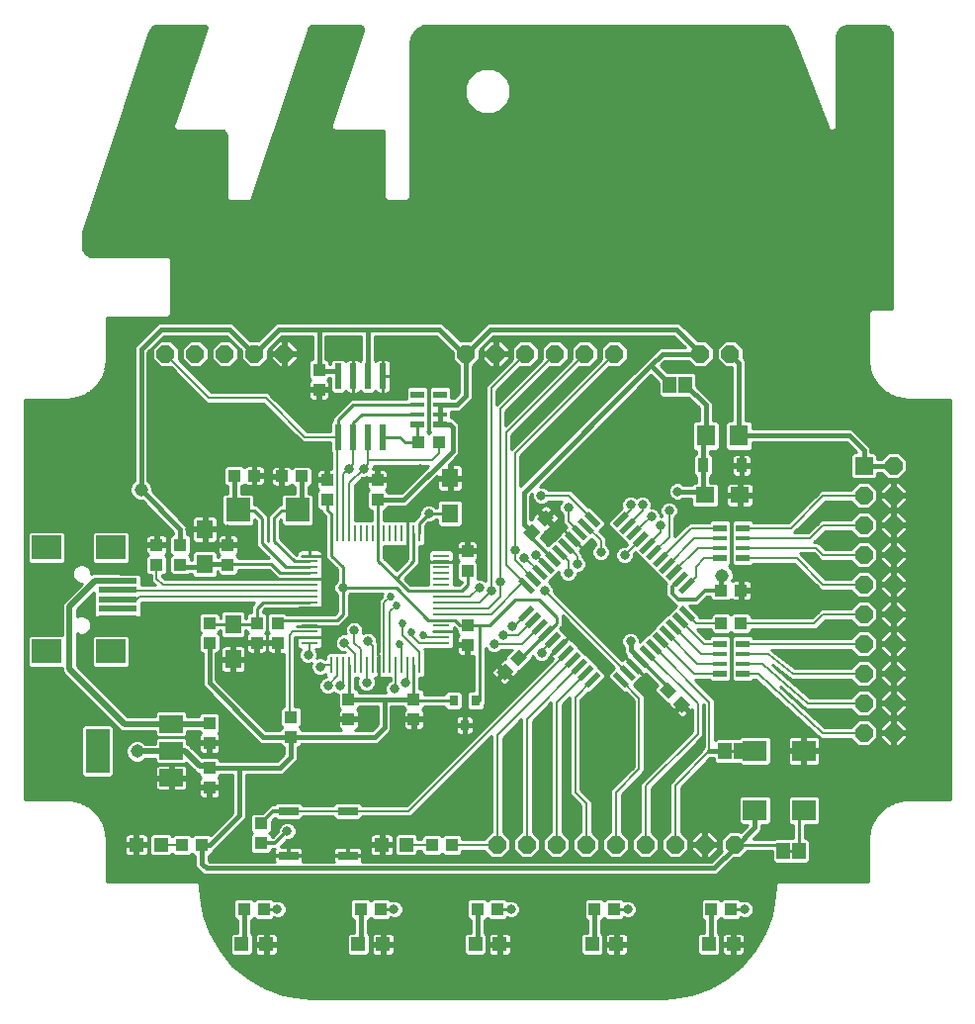
<source format=gtl>
G75*
%MOIN*%
%OFA0B0*%
%FSLAX24Y24*%
%IPPOS*%
%LPD*%
%AMOC8*
5,1,8,0,0,1.08239X$1,22.5*
%
%ADD10R,0.0394X0.0433*%
%ADD11R,0.0551X0.0630*%
%ADD12R,0.0433X0.0394*%
%ADD13R,0.0236X0.0866*%
%ADD14R,0.0787X0.0591*%
%ADD15R,0.0787X0.1496*%
%ADD16OC8,0.0600*%
%ADD17R,0.0472X0.0472*%
%ADD18R,0.0630X0.0551*%
%ADD19R,0.0800X0.0800*%
%ADD20R,0.0591X0.0197*%
%ADD21R,0.0197X0.0591*%
%ADD22R,0.0106X0.0571*%
%ADD23R,0.0571X0.0106*%
%ADD24R,0.0650X0.0300*%
%ADD25R,0.0453X0.0173*%
%ADD26R,0.0453X0.0248*%
%ADD27R,0.0358X0.0480*%
%ADD28R,0.0630X0.0710*%
%ADD29R,0.0984X0.0787*%
%ADD30R,0.1299X0.0197*%
%ADD31R,0.0600X0.0600*%
%ADD32R,0.0787X0.0709*%
%ADD33R,0.0450X0.0560*%
%ADD34R,0.0315X0.0354*%
%ADD35C,0.0100*%
%ADD36C,0.0160*%
%ADD37C,0.0120*%
%ADD38C,0.0320*%
%ADD39C,0.0080*%
%ADD40C,0.0200*%
%ADD41C,0.0450*%
%ADD42C,0.0270*%
%ADD43C,0.0317*%
D10*
X010871Y005465D03*
X011540Y005465D03*
X011799Y007400D03*
X011799Y008069D03*
X011799Y008900D03*
X011799Y009569D03*
X013387Y012273D03*
X014087Y012273D03*
X014087Y012942D03*
X013387Y012942D03*
X012413Y014898D03*
X012413Y015567D03*
X015755Y017098D03*
X015755Y017767D03*
X017455Y017767D03*
X017455Y017098D03*
X018852Y019033D03*
X019521Y019033D03*
X015487Y020798D03*
X015487Y021467D03*
X020487Y015366D03*
X020487Y014697D03*
X020487Y012869D03*
X020487Y012200D03*
X018685Y010367D03*
X018685Y009698D03*
X016485Y009698D03*
X016485Y010367D03*
X019296Y005465D03*
X019965Y005465D03*
X020831Y003300D03*
X021501Y003300D03*
X024769Y003300D03*
X025438Y003300D03*
X028706Y003300D03*
X029375Y003300D03*
X029049Y012933D03*
X029718Y012933D03*
X017564Y003300D03*
X016894Y003300D03*
X013627Y003300D03*
X012957Y003300D03*
D11*
X012587Y011717D03*
X012587Y012898D03*
X011640Y014918D03*
X011640Y016099D03*
X019905Y016642D03*
X019905Y017823D03*
D12*
G36*
X022942Y016009D02*
X022637Y015704D01*
X022358Y015983D01*
X022663Y016288D01*
X022942Y016009D01*
G37*
G36*
X023415Y016482D02*
X023110Y016177D01*
X022831Y016456D01*
X023136Y016761D01*
X023415Y016482D01*
G37*
X029049Y014033D03*
X029718Y014033D03*
G36*
X027237Y010961D02*
X027542Y010656D01*
X027263Y010377D01*
X026958Y010682D01*
X027237Y010961D01*
G37*
G36*
X027710Y010488D02*
X028015Y010183D01*
X027736Y009904D01*
X027431Y010209D01*
X027710Y010488D01*
G37*
G36*
X022515Y011782D02*
X022210Y011477D01*
X021931Y011756D01*
X022236Y012061D01*
X022515Y011782D01*
G37*
G36*
X022042Y011309D02*
X021737Y011004D01*
X021458Y011283D01*
X021763Y011588D01*
X022042Y011309D01*
G37*
X014543Y009775D03*
X014543Y009106D03*
X013524Y006193D03*
X013524Y005524D03*
X011787Y012273D03*
X011787Y012942D03*
X010815Y014898D03*
X010815Y015567D03*
X010015Y015567D03*
X010015Y014898D03*
X012633Y017902D03*
X013302Y017902D03*
X014233Y017883D03*
X014902Y017883D03*
D13*
X016137Y019209D03*
X016637Y019209D03*
X017137Y019209D03*
X017637Y019209D03*
X017637Y021256D03*
X017137Y021256D03*
X016637Y021256D03*
X016137Y021256D03*
D14*
X010505Y009538D03*
X010505Y008633D03*
X010505Y007727D03*
D15*
X008024Y008633D03*
D16*
X021497Y005465D03*
X022497Y005465D03*
X023497Y005465D03*
X024497Y005465D03*
X025497Y005465D03*
X026497Y005465D03*
X027497Y005465D03*
X028497Y005465D03*
X029497Y005465D03*
X033855Y009233D03*
X034855Y009233D03*
X034855Y010233D03*
X033855Y010233D03*
X033855Y011233D03*
X034855Y011233D03*
X034855Y012233D03*
X033855Y012233D03*
X033855Y013233D03*
X033855Y014233D03*
X034855Y014233D03*
X034855Y013233D03*
X034855Y015233D03*
X033855Y015233D03*
X033855Y016233D03*
X034855Y016233D03*
X034855Y017233D03*
X033855Y017233D03*
X034855Y018233D03*
X029343Y022000D03*
X028343Y022000D03*
X025438Y022000D03*
X024438Y022000D03*
X023438Y022000D03*
X022438Y022000D03*
X021438Y022000D03*
X020438Y022000D03*
X014308Y022000D03*
X013308Y022000D03*
X012308Y022000D03*
X011308Y022000D03*
X010308Y022000D03*
D17*
X010162Y005465D03*
X009335Y005465D03*
X012879Y002119D03*
X013706Y002119D03*
X016816Y002119D03*
X017643Y002119D03*
X020753Y002119D03*
X021580Y002119D03*
X024690Y002119D03*
X025517Y002119D03*
X028627Y002119D03*
X029454Y002119D03*
X018430Y005465D03*
X017603Y005465D03*
D18*
X028493Y017248D03*
X029674Y017248D03*
D19*
X014768Y016752D03*
X012768Y016752D03*
D20*
G36*
X022625Y013929D02*
X022209Y014345D01*
X022347Y014483D01*
X022763Y014067D01*
X022625Y013929D01*
G37*
G36*
X022848Y014152D02*
X022432Y014568D01*
X022570Y014706D01*
X022986Y014290D01*
X022848Y014152D01*
G37*
G36*
X023071Y014374D02*
X022655Y014790D01*
X022793Y014928D01*
X023209Y014512D01*
X023071Y014374D01*
G37*
G36*
X023293Y014597D02*
X022877Y015013D01*
X023015Y015151D01*
X023431Y014735D01*
X023293Y014597D01*
G37*
G36*
X023516Y014820D02*
X023100Y015236D01*
X023238Y015374D01*
X023654Y014958D01*
X023516Y014820D01*
G37*
G36*
X023739Y015042D02*
X023323Y015458D01*
X023461Y015596D01*
X023877Y015180D01*
X023739Y015042D01*
G37*
G36*
X023962Y015265D02*
X023546Y015681D01*
X023684Y015819D01*
X024100Y015403D01*
X023962Y015265D01*
G37*
G36*
X024184Y015488D02*
X023768Y015904D01*
X023906Y016042D01*
X024322Y015626D01*
X024184Y015488D01*
G37*
G36*
X024407Y015711D02*
X023991Y016127D01*
X024129Y016265D01*
X024545Y015849D01*
X024407Y015711D01*
G37*
G36*
X024630Y015933D02*
X024214Y016349D01*
X024352Y016487D01*
X024768Y016071D01*
X024630Y015933D01*
G37*
G36*
X024852Y016156D02*
X024436Y016572D01*
X024574Y016710D01*
X024990Y016294D01*
X024852Y016156D01*
G37*
G36*
X028026Y012982D02*
X027610Y013398D01*
X027748Y013536D01*
X028164Y013120D01*
X028026Y012982D01*
G37*
G36*
X027803Y012760D02*
X027387Y013176D01*
X027525Y013314D01*
X027941Y012898D01*
X027803Y012760D01*
G37*
G36*
X027581Y012537D02*
X027165Y012953D01*
X027303Y013091D01*
X027719Y012675D01*
X027581Y012537D01*
G37*
G36*
X027358Y012314D02*
X026942Y012730D01*
X027080Y012868D01*
X027496Y012452D01*
X027358Y012314D01*
G37*
G36*
X027135Y012092D02*
X026719Y012508D01*
X026857Y012646D01*
X027273Y012230D01*
X027135Y012092D01*
G37*
G36*
X026912Y011869D02*
X026496Y012285D01*
X026634Y012423D01*
X027050Y012007D01*
X026912Y011869D01*
G37*
G36*
X026690Y011646D02*
X026274Y012062D01*
X026412Y012200D01*
X026828Y011784D01*
X026690Y011646D01*
G37*
G36*
X026467Y011423D02*
X026051Y011839D01*
X026189Y011977D01*
X026605Y011561D01*
X026467Y011423D01*
G37*
G36*
X026244Y011201D02*
X025828Y011617D01*
X025966Y011755D01*
X026382Y011339D01*
X026244Y011201D01*
G37*
G36*
X026022Y010978D02*
X025606Y011394D01*
X025744Y011532D01*
X026160Y011116D01*
X026022Y010978D01*
G37*
G36*
X025799Y010755D02*
X025383Y011171D01*
X025521Y011309D01*
X025937Y010893D01*
X025799Y010755D01*
G37*
D21*
G36*
X024574Y010755D02*
X024436Y010893D01*
X024852Y011309D01*
X024990Y011171D01*
X024574Y010755D01*
G37*
G36*
X024352Y010978D02*
X024214Y011116D01*
X024630Y011532D01*
X024768Y011394D01*
X024352Y010978D01*
G37*
G36*
X024129Y011201D02*
X023991Y011339D01*
X024407Y011755D01*
X024545Y011617D01*
X024129Y011201D01*
G37*
G36*
X023906Y011423D02*
X023768Y011561D01*
X024184Y011977D01*
X024322Y011839D01*
X023906Y011423D01*
G37*
G36*
X023684Y011646D02*
X023546Y011784D01*
X023962Y012200D01*
X024100Y012062D01*
X023684Y011646D01*
G37*
G36*
X023461Y011869D02*
X023323Y012007D01*
X023739Y012423D01*
X023877Y012285D01*
X023461Y011869D01*
G37*
G36*
X023238Y012092D02*
X023100Y012230D01*
X023516Y012646D01*
X023654Y012508D01*
X023238Y012092D01*
G37*
G36*
X023015Y012314D02*
X022877Y012452D01*
X023293Y012868D01*
X023431Y012730D01*
X023015Y012314D01*
G37*
G36*
X022793Y012537D02*
X022655Y012675D01*
X023071Y013091D01*
X023209Y012953D01*
X022793Y012537D01*
G37*
G36*
X022570Y012760D02*
X022432Y012898D01*
X022848Y013314D01*
X022986Y013176D01*
X022570Y012760D01*
G37*
G36*
X022347Y012982D02*
X022209Y013120D01*
X022625Y013536D01*
X022763Y013398D01*
X022347Y012982D01*
G37*
G36*
X025521Y016156D02*
X025383Y016294D01*
X025799Y016710D01*
X025937Y016572D01*
X025521Y016156D01*
G37*
G36*
X025744Y015933D02*
X025606Y016071D01*
X026022Y016487D01*
X026160Y016349D01*
X025744Y015933D01*
G37*
G36*
X025966Y015711D02*
X025828Y015849D01*
X026244Y016265D01*
X026382Y016127D01*
X025966Y015711D01*
G37*
G36*
X026189Y015488D02*
X026051Y015626D01*
X026467Y016042D01*
X026605Y015904D01*
X026189Y015488D01*
G37*
G36*
X026412Y015265D02*
X026274Y015403D01*
X026690Y015819D01*
X026828Y015681D01*
X026412Y015265D01*
G37*
G36*
X026634Y015042D02*
X026496Y015180D01*
X026912Y015596D01*
X027050Y015458D01*
X026634Y015042D01*
G37*
G36*
X026857Y014820D02*
X026719Y014958D01*
X027135Y015374D01*
X027273Y015236D01*
X026857Y014820D01*
G37*
G36*
X027080Y014597D02*
X026942Y014735D01*
X027358Y015151D01*
X027496Y015013D01*
X027080Y014597D01*
G37*
G36*
X027303Y014374D02*
X027165Y014512D01*
X027581Y014928D01*
X027719Y014790D01*
X027303Y014374D01*
G37*
G36*
X027525Y014152D02*
X027387Y014290D01*
X027803Y014706D01*
X027941Y014568D01*
X027525Y014152D01*
G37*
G36*
X027748Y013929D02*
X027610Y014067D01*
X028026Y014483D01*
X028164Y014345D01*
X027748Y013929D01*
G37*
D22*
X018863Y015947D03*
X018666Y015947D03*
X018469Y015947D03*
X018272Y015947D03*
X018076Y015947D03*
X017879Y015947D03*
X017682Y015947D03*
X017485Y015947D03*
X017288Y015947D03*
X017091Y015947D03*
X016894Y015947D03*
X016698Y015947D03*
X016501Y015947D03*
X016304Y015947D03*
X016107Y015947D03*
X015910Y015947D03*
X015910Y011518D03*
X016107Y011518D03*
X016304Y011518D03*
X016501Y011518D03*
X016698Y011518D03*
X016894Y011518D03*
X017091Y011518D03*
X017288Y011518D03*
X017485Y011518D03*
X017682Y011518D03*
X017879Y011518D03*
X018076Y011518D03*
X018272Y011518D03*
X018469Y011518D03*
X018666Y011518D03*
X018863Y011518D03*
D23*
X019601Y012256D03*
X019601Y012453D03*
X019601Y012650D03*
X019601Y012847D03*
X019601Y013044D03*
X019601Y013241D03*
X019601Y013437D03*
X019601Y013634D03*
X019601Y013831D03*
X019601Y014028D03*
X019601Y014225D03*
X019601Y014422D03*
X019601Y014619D03*
X019601Y014815D03*
X019601Y015012D03*
X019601Y015209D03*
X015172Y015209D03*
X015172Y015012D03*
X015172Y014815D03*
X015172Y014619D03*
X015172Y014422D03*
X015172Y014225D03*
X015172Y014028D03*
X015172Y013831D03*
X015172Y013634D03*
X015172Y013437D03*
X015172Y013241D03*
X015172Y013044D03*
X015172Y012847D03*
X015172Y012650D03*
X015172Y012453D03*
X015172Y012256D03*
D24*
X014457Y006609D03*
X014457Y005109D03*
X016457Y005109D03*
X016457Y006609D03*
D25*
X029000Y011575D03*
X029000Y011890D03*
X029767Y011890D03*
X029767Y011575D03*
X029767Y015475D03*
X029767Y015790D03*
X029000Y015790D03*
X029000Y015475D03*
X019570Y019975D03*
X019570Y020290D03*
X018803Y020290D03*
X018803Y019975D03*
D26*
X018803Y019623D03*
X019570Y019623D03*
X019570Y020643D03*
X018803Y020643D03*
X029000Y016143D03*
X029767Y016143D03*
X029767Y015123D03*
X029000Y015123D03*
X029000Y012243D03*
X029767Y012243D03*
X029767Y011223D03*
X029000Y011223D03*
D27*
X028440Y018248D03*
X029727Y018248D03*
D28*
X029643Y019248D03*
X028524Y019248D03*
D29*
X008469Y015485D03*
X006304Y015485D03*
X006304Y011981D03*
X008469Y011981D03*
D30*
X008706Y013103D03*
X008706Y013418D03*
X008706Y013733D03*
X008706Y014048D03*
X008706Y014363D03*
D31*
X033855Y018233D03*
D32*
X031835Y008630D03*
X030182Y008630D03*
X030182Y006630D03*
X031835Y006630D03*
D33*
X031662Y005268D03*
X031142Y005268D03*
X029694Y008615D03*
X029174Y008615D03*
X027836Y020969D03*
X027316Y020969D03*
D34*
X020769Y010323D03*
X020020Y010323D03*
X020394Y009496D03*
D35*
X007713Y006782D02*
X007672Y006813D01*
X007660Y006811D01*
X007599Y006844D01*
X007594Y006855D01*
X007546Y006873D01*
X007501Y006898D01*
X007489Y006894D01*
X007425Y006918D01*
X007418Y006928D01*
X007368Y006939D01*
X007320Y006957D01*
X007309Y006952D01*
X007242Y006967D01*
X007234Y006976D01*
X007182Y006980D01*
X007132Y006991D01*
X007122Y006984D01*
X007059Y006989D01*
X007055Y006993D01*
X006998Y006993D01*
X006942Y006997D01*
X006937Y006993D01*
X005568Y006993D01*
X005568Y020472D01*
X006937Y020472D01*
X006942Y020468D01*
X006998Y020472D01*
X007055Y020472D01*
X007059Y020477D01*
X007122Y020481D01*
X007132Y020475D01*
X007182Y020486D01*
X007234Y020489D01*
X007242Y020499D01*
X007309Y020513D01*
X007320Y020508D01*
X007368Y020526D01*
X007418Y020537D01*
X007425Y020547D01*
X007489Y020571D01*
X007501Y020568D01*
X007546Y020592D01*
X007594Y020610D01*
X007599Y020621D01*
X007660Y020654D01*
X007672Y020653D01*
X007713Y020683D01*
X007758Y020708D01*
X007761Y020720D01*
X007816Y020761D01*
X007829Y020761D01*
X007865Y020797D01*
X007906Y020828D01*
X007908Y020840D01*
X007956Y020889D01*
X007968Y020890D01*
X007999Y020932D01*
X008036Y020968D01*
X008036Y020980D01*
X008077Y021035D01*
X008088Y021039D01*
X008113Y021084D01*
X008144Y021125D01*
X008142Y021137D01*
X008175Y021197D01*
X008186Y021202D01*
X008204Y021250D01*
X008229Y021296D01*
X008225Y021307D01*
X008249Y021372D01*
X008260Y021378D01*
X008270Y021428D01*
X008288Y021477D01*
X008283Y021488D01*
X008298Y021555D01*
X008307Y021563D01*
X008311Y021614D01*
X008322Y021664D01*
X008315Y021675D01*
X008320Y021737D01*
X008324Y021741D01*
X008324Y021798D01*
X008328Y021855D01*
X008324Y021859D01*
X008324Y023228D01*
X010402Y023228D01*
X010489Y023316D01*
X010489Y025212D01*
X010402Y025300D01*
X007827Y025300D01*
X007770Y025306D01*
X007666Y025349D01*
X007586Y025429D01*
X007542Y025534D01*
X007537Y025590D01*
X007537Y026110D01*
X009782Y032845D01*
X009801Y032904D01*
X009822Y032950D01*
X009890Y033025D01*
X009982Y033066D01*
X010033Y033071D01*
X011641Y033071D01*
X011652Y033070D01*
X011672Y033060D01*
X011684Y033042D01*
X011688Y033020D01*
X011686Y033009D01*
X010602Y029759D01*
X010583Y029740D01*
X010583Y029702D01*
X010571Y029666D01*
X010583Y029642D01*
X010583Y029615D01*
X010610Y029589D01*
X010627Y029555D01*
X010652Y029546D01*
X010671Y029528D01*
X010709Y029528D01*
X010745Y029516D01*
X010768Y029528D01*
X012226Y029528D01*
X012260Y029523D01*
X012317Y029490D01*
X012350Y029432D01*
X012355Y029399D01*
X012355Y027253D01*
X012443Y027165D01*
X013071Y027165D01*
X013107Y027153D01*
X013131Y027165D01*
X013157Y027165D01*
X013184Y027192D01*
X013218Y027209D01*
X013226Y027234D01*
X013245Y027253D01*
X013245Y027291D01*
X015123Y032924D01*
X015141Y032977D01*
X015143Y032983D01*
X015154Y033007D01*
X015189Y033047D01*
X015238Y033068D01*
X015264Y033071D01*
X016843Y033071D01*
X016873Y033067D01*
X016927Y033040D01*
X016962Y032991D01*
X016971Y032932D01*
X016965Y032902D01*
X015917Y029759D01*
X015898Y029740D01*
X015898Y029702D01*
X015886Y029666D01*
X015898Y029642D01*
X015898Y029615D01*
X015925Y029589D01*
X015942Y029555D01*
X015967Y029546D01*
X015986Y029528D01*
X016024Y029528D01*
X016060Y029516D01*
X016083Y029528D01*
X017623Y029528D01*
X017635Y029526D01*
X017656Y029514D01*
X017668Y029493D01*
X017670Y029481D01*
X017670Y027253D01*
X017758Y027165D01*
X018472Y027165D01*
X018560Y027253D01*
X018560Y032289D01*
X018567Y032298D01*
X018560Y032350D01*
X018560Y032403D01*
X018557Y032406D01*
X018554Y032459D01*
X018592Y032655D01*
X031461Y032655D01*
X031423Y032754D02*
X018646Y032754D01*
X018688Y032830D02*
X018834Y032967D01*
X019014Y033052D01*
X019107Y033071D01*
X031101Y033071D01*
X031159Y033065D01*
X031265Y033020D01*
X031345Y032937D01*
X031372Y032886D01*
X031381Y032863D01*
X031394Y032828D01*
X031394Y032828D01*
X032630Y029649D01*
X032630Y029615D01*
X032652Y029594D01*
X032663Y029565D01*
X032694Y029552D01*
X032718Y029528D01*
X032749Y029528D01*
X032777Y029515D01*
X032808Y029528D01*
X032842Y029528D01*
X032864Y029549D01*
X032893Y029560D01*
X032906Y029591D01*
X032930Y029615D01*
X032930Y029646D01*
X032943Y029674D01*
X032930Y029706D01*
X032930Y032664D01*
X032938Y032743D01*
X032999Y032890D01*
X033111Y033002D01*
X033258Y033063D01*
X033337Y033071D01*
X034505Y033071D01*
X034562Y033065D01*
X034667Y033022D01*
X034747Y032942D01*
X034790Y032837D01*
X034796Y032781D01*
X034796Y023528D01*
X034096Y023528D01*
X034008Y023440D01*
X034008Y021859D01*
X034004Y021855D01*
X034008Y021798D01*
X034008Y021741D01*
X034013Y021737D01*
X034017Y021675D01*
X034011Y021664D01*
X034021Y021614D01*
X034025Y021563D01*
X034034Y021555D01*
X034049Y021488D01*
X034044Y021477D01*
X034062Y021428D01*
X034073Y021378D01*
X034083Y021372D01*
X034107Y021307D01*
X034104Y021296D01*
X034128Y021250D01*
X034146Y021202D01*
X034157Y021197D01*
X034190Y021137D01*
X034188Y021125D01*
X034219Y021084D01*
X034244Y021039D01*
X034256Y021035D01*
X034297Y020980D01*
X034297Y020968D01*
X034333Y020932D01*
X034364Y020890D01*
X034376Y020889D01*
X034425Y020840D01*
X034426Y020828D01*
X034467Y020797D01*
X034504Y020761D01*
X034516Y020761D01*
X034571Y020720D01*
X034574Y020708D01*
X034620Y020683D01*
X034661Y020653D01*
X034673Y020654D01*
X034733Y020621D01*
X034738Y020610D01*
X034786Y020592D01*
X034831Y020568D01*
X034843Y020571D01*
X034907Y020547D01*
X034914Y020537D01*
X034964Y020526D01*
X035012Y020508D01*
X035024Y020513D01*
X035091Y020499D01*
X035099Y020489D01*
X035150Y020486D01*
X035200Y020475D01*
X035210Y020481D01*
X035273Y020477D01*
X035277Y020472D01*
X035334Y020472D01*
X035391Y020468D01*
X035395Y020472D01*
X036764Y020472D01*
X036764Y006993D01*
X035395Y006993D01*
X035391Y006997D01*
X035334Y006993D01*
X035277Y006993D01*
X035273Y006989D01*
X035210Y006984D01*
X035200Y006991D01*
X035150Y006980D01*
X035099Y006976D01*
X035091Y006967D01*
X035024Y006952D01*
X035012Y006957D01*
X034964Y006939D01*
X034914Y006928D01*
X034907Y006918D01*
X034843Y006894D01*
X034831Y006898D01*
X034786Y006873D01*
X034738Y006855D01*
X034733Y006844D01*
X034673Y006811D01*
X034661Y006813D01*
X034620Y006782D01*
X034574Y006757D01*
X034571Y006746D01*
X034516Y006704D01*
X034504Y006704D01*
X034467Y006668D01*
X034426Y006637D01*
X034425Y006625D01*
X034376Y006577D01*
X034364Y006575D01*
X034333Y006534D01*
X034297Y006497D01*
X034297Y006485D01*
X034256Y006430D01*
X034244Y006427D01*
X034219Y006382D01*
X034188Y006341D01*
X034190Y006328D01*
X034157Y006268D01*
X034146Y006263D01*
X034128Y006215D01*
X034104Y006170D01*
X034107Y006158D01*
X034083Y006094D01*
X034073Y006087D01*
X034062Y006037D01*
X034044Y005989D01*
X034049Y005978D01*
X034034Y005911D01*
X034025Y005903D01*
X034021Y005851D01*
X034011Y005801D01*
X034017Y005791D01*
X034013Y005728D01*
X034008Y005724D01*
X034008Y005667D01*
X034004Y005611D01*
X034008Y005606D01*
X034008Y004237D01*
X030947Y004237D01*
X030859Y004149D01*
X030859Y004087D01*
X030844Y003757D01*
X030730Y003107D01*
X030730Y003107D01*
X030504Y002487D01*
X030174Y001915D01*
X029749Y001409D01*
X029244Y000985D01*
X028672Y000655D01*
X028052Y000429D01*
X027402Y000314D01*
X027072Y000300D01*
X015261Y000300D01*
X014931Y000314D01*
X014280Y000429D01*
X013660Y000655D01*
X013088Y000985D01*
X012583Y001409D01*
X012158Y001915D01*
X011828Y002487D01*
X011603Y003107D01*
X011488Y003757D01*
X011474Y004087D01*
X011474Y004149D01*
X011386Y004237D01*
X008324Y004237D01*
X008324Y005606D01*
X008328Y005611D01*
X008324Y005667D01*
X008324Y005724D01*
X008320Y005728D01*
X008315Y005791D01*
X008322Y005801D01*
X008311Y005851D01*
X008307Y005903D01*
X008298Y005911D01*
X008283Y005978D01*
X008288Y005989D01*
X008270Y006037D01*
X008260Y006087D01*
X008249Y006094D01*
X008225Y006158D01*
X008229Y006170D01*
X008204Y006215D01*
X008186Y006263D01*
X008175Y006268D01*
X008142Y006328D01*
X008144Y006341D01*
X008113Y006382D01*
X008088Y006427D01*
X008077Y006430D01*
X008036Y006485D01*
X008036Y006497D01*
X007999Y006534D01*
X007968Y006575D01*
X007956Y006577D01*
X007908Y006625D01*
X007906Y006637D01*
X007865Y006668D01*
X007829Y006704D01*
X007816Y006704D01*
X007761Y006746D01*
X007758Y006757D01*
X007713Y006782D01*
X007760Y006750D02*
X012569Y006750D01*
X012569Y006848D02*
X007597Y006848D01*
X007349Y006947D02*
X012569Y006947D01*
X012569Y007045D02*
X012057Y007045D01*
X012054Y007043D02*
X012088Y007063D01*
X012116Y007091D01*
X012136Y007125D01*
X012146Y007163D01*
X012146Y007351D01*
X011848Y007351D01*
X011848Y007448D01*
X012146Y007448D01*
X012146Y007636D01*
X012569Y007636D01*
X012569Y007538D02*
X012146Y007538D01*
X012146Y007636D02*
X012136Y007674D01*
X012116Y007708D01*
X012090Y007734D01*
X012146Y007790D01*
X012146Y007839D01*
X012569Y007839D01*
X012569Y006544D01*
X011828Y005803D01*
X011799Y005831D01*
X011281Y005831D01*
X011206Y005756D01*
X011130Y005831D01*
X010612Y005831D01*
X010546Y005766D01*
X010461Y005851D01*
X009864Y005851D01*
X009776Y005763D01*
X009776Y005167D01*
X009864Y005079D01*
X010461Y005079D01*
X010546Y005164D01*
X010612Y005098D01*
X011130Y005098D01*
X011206Y005174D01*
X011205Y005174D01*
X011206Y005174D02*
X011281Y005098D01*
X011313Y005098D01*
X011313Y004742D01*
X011448Y004607D01*
X011607Y004448D01*
X028906Y004448D01*
X029041Y004582D01*
X029474Y005015D01*
X029683Y005015D01*
X029933Y005265D01*
X030767Y005265D01*
X030767Y004926D01*
X030855Y004838D01*
X031949Y004838D01*
X032037Y004926D01*
X032037Y005610D01*
X031949Y005698D01*
X031862Y005698D01*
X031862Y006126D01*
X032291Y006126D01*
X032379Y006214D01*
X032379Y007047D01*
X032291Y007135D01*
X031380Y007135D01*
X031292Y007047D01*
X031292Y006214D01*
X031380Y006126D01*
X031462Y006126D01*
X031462Y005698D01*
X030855Y005698D01*
X030822Y005665D01*
X030124Y005665D01*
X030412Y005953D01*
X030412Y006126D01*
X030638Y006126D01*
X030726Y006214D01*
X030726Y007047D01*
X030638Y007135D01*
X029726Y007135D01*
X029638Y007047D01*
X029638Y006214D01*
X029726Y006126D01*
X029934Y006126D01*
X029703Y005895D01*
X029683Y005915D01*
X029310Y005915D01*
X029047Y005651D01*
X029047Y005279D01*
X029067Y005259D01*
X028716Y004908D01*
X016924Y004908D01*
X016932Y004939D01*
X016932Y005084D01*
X016482Y005084D01*
X016482Y005134D01*
X016432Y005134D01*
X016432Y005084D01*
X015982Y005084D01*
X015982Y004939D01*
X015991Y004908D01*
X014924Y004908D01*
X014932Y004939D01*
X014932Y005084D01*
X014482Y005084D01*
X014482Y005134D01*
X014432Y005134D01*
X014432Y005084D01*
X013982Y005084D01*
X013982Y004939D01*
X013991Y004908D01*
X011798Y004908D01*
X011773Y004932D01*
X011773Y005098D01*
X011799Y005098D01*
X011887Y005186D01*
X011887Y005232D01*
X011908Y005232D01*
X013029Y006353D01*
X013029Y007839D01*
X014269Y007839D01*
X014638Y008208D01*
X014773Y008343D01*
X014773Y008759D01*
X014822Y008759D01*
X014909Y008847D01*
X014909Y008876D01*
X017455Y008876D01*
X017590Y009011D01*
X017917Y009337D01*
X017917Y010137D01*
X018338Y010137D01*
X018338Y010089D01*
X018394Y010033D01*
X018368Y010007D01*
X018348Y009972D01*
X018338Y009934D01*
X018338Y009746D01*
X018637Y009746D01*
X018637Y009650D01*
X018338Y009650D01*
X018338Y009462D01*
X018348Y009424D01*
X018368Y009389D01*
X018396Y009361D01*
X018430Y009342D01*
X018469Y009331D01*
X018637Y009331D01*
X018637Y009650D01*
X018734Y009650D01*
X018734Y009746D01*
X019032Y009746D01*
X019032Y009934D01*
X019022Y009972D01*
X019002Y010007D01*
X018976Y010033D01*
X019032Y010089D01*
X019032Y010123D01*
X019713Y010123D01*
X019713Y010084D01*
X019801Y009996D01*
X020240Y009996D01*
X020328Y010084D01*
X020328Y010563D01*
X020240Y010650D01*
X019801Y010650D01*
X019713Y010563D01*
X019713Y010523D01*
X019032Y010523D01*
X019032Y010646D01*
X018944Y010734D01*
X018866Y010734D01*
X018866Y011083D01*
X018978Y011083D01*
X019066Y011171D01*
X019066Y011866D01*
X019053Y011879D01*
X019053Y012035D01*
X019022Y012066D01*
X019240Y012066D01*
X019254Y012053D01*
X019949Y012053D01*
X020037Y012141D01*
X020037Y012568D01*
X020035Y012570D01*
X020037Y012577D01*
X020037Y012650D01*
X020037Y012723D01*
X020035Y012730D01*
X020037Y012732D01*
X020037Y012800D01*
X020140Y012697D01*
X020140Y012590D01*
X020196Y012534D01*
X020170Y012508D01*
X020150Y012474D01*
X020140Y012436D01*
X020140Y012248D01*
X020438Y012248D01*
X020438Y012151D01*
X020140Y012151D01*
X020140Y011963D01*
X020150Y011925D01*
X020170Y011891D01*
X020198Y011863D01*
X020232Y011843D01*
X020270Y011833D01*
X020438Y011833D01*
X020438Y012151D01*
X020535Y012151D01*
X020535Y011833D01*
X020703Y011833D01*
X020714Y011836D01*
X020714Y010650D01*
X020549Y010650D01*
X020461Y010563D01*
X020461Y010084D01*
X020549Y009996D01*
X020988Y009996D01*
X021076Y010084D01*
X021076Y010202D01*
X021114Y010240D01*
X021114Y012080D01*
X021124Y012057D01*
X021211Y011970D01*
X021325Y011923D01*
X021448Y011923D01*
X021562Y011970D01*
X021635Y012043D01*
X022006Y012043D01*
X021781Y011818D01*
X021781Y011738D01*
X021744Y011738D01*
X021706Y011728D01*
X021672Y011708D01*
X021539Y011576D01*
X021114Y011576D01*
X021114Y011478D02*
X021441Y011478D01*
X021470Y011507D02*
X021338Y011374D01*
X021318Y011340D01*
X021308Y011302D01*
X021308Y011262D01*
X021318Y011224D01*
X021338Y011190D01*
X021457Y011071D01*
X021681Y011296D01*
X021750Y011228D01*
X021818Y011296D01*
X022029Y011085D01*
X022162Y011218D01*
X022182Y011252D01*
X022192Y011290D01*
X022192Y011327D01*
X022271Y011327D01*
X022666Y011721D01*
X022666Y011805D01*
X022693Y011832D01*
X022724Y011757D01*
X022811Y011670D01*
X022925Y011623D01*
X023048Y011623D01*
X023162Y011670D01*
X023249Y011757D01*
X023281Y011834D01*
X023285Y011831D01*
X023369Y011747D01*
X023375Y011744D01*
X018429Y006799D01*
X016932Y006799D01*
X016932Y006821D01*
X016845Y006909D01*
X016070Y006909D01*
X015982Y006821D01*
X015982Y006799D01*
X014932Y006799D01*
X014932Y006821D01*
X014845Y006909D01*
X014070Y006909D01*
X013982Y006821D01*
X013982Y006819D01*
X013853Y006819D01*
X013574Y006540D01*
X013246Y006540D01*
X013158Y006452D01*
X013158Y005934D01*
X013234Y005859D01*
X013158Y005783D01*
X013158Y005265D01*
X013246Y005177D01*
X013803Y005177D01*
X013891Y005265D01*
X013891Y005314D01*
X013992Y005314D01*
X013982Y005278D01*
X013982Y005134D01*
X014432Y005134D01*
X014432Y005409D01*
X014191Y005409D01*
X014405Y005623D01*
X014480Y005623D01*
X014594Y005670D01*
X014681Y005757D01*
X014728Y005871D01*
X014728Y005994D01*
X014681Y006108D01*
X014594Y006195D01*
X014480Y006243D01*
X014356Y006243D01*
X014243Y006195D01*
X014155Y006108D01*
X014108Y005994D01*
X014108Y005920D01*
X013922Y005734D01*
X013891Y005734D01*
X013891Y005783D01*
X013815Y005859D01*
X013891Y005934D01*
X013891Y006263D01*
X014004Y006375D01*
X014070Y006309D01*
X014845Y006309D01*
X014932Y006397D01*
X014932Y006419D01*
X015982Y006419D01*
X015982Y006397D01*
X016070Y006309D01*
X016845Y006309D01*
X016932Y006397D01*
X016932Y006419D01*
X018587Y006419D01*
X018590Y006422D01*
X021307Y009139D01*
X021307Y005911D01*
X021050Y005655D01*
X020312Y005655D01*
X020312Y005744D01*
X020224Y005831D01*
X019706Y005831D01*
X019631Y005756D01*
X019555Y005831D01*
X019037Y005831D01*
X018949Y005744D01*
X018949Y005655D01*
X018816Y005655D01*
X018816Y005763D01*
X018728Y005851D01*
X018132Y005851D01*
X018044Y005763D01*
X018044Y005167D01*
X018132Y005079D01*
X018728Y005079D01*
X018816Y005167D01*
X018816Y005275D01*
X018949Y005275D01*
X018949Y005186D01*
X019037Y005098D01*
X019555Y005098D01*
X019631Y005174D01*
X019706Y005098D01*
X020224Y005098D01*
X020312Y005186D01*
X020312Y005275D01*
X021050Y005275D01*
X021310Y005015D01*
X021683Y005015D01*
X021947Y005279D01*
X021947Y005651D01*
X021687Y005911D01*
X021687Y009073D01*
X022307Y009693D01*
X022307Y005911D01*
X022047Y005651D01*
X022047Y005279D01*
X022310Y005015D01*
X022683Y005015D01*
X022947Y005279D01*
X022947Y005651D01*
X022687Y005911D01*
X022687Y009628D01*
X023307Y010248D01*
X023307Y005911D01*
X023047Y005651D01*
X023047Y005279D01*
X023310Y005015D01*
X023683Y005015D01*
X023947Y005279D01*
X023947Y005651D01*
X023687Y005911D01*
X023687Y010183D01*
X023929Y010425D01*
X023929Y007158D01*
X024307Y006780D01*
X024307Y005911D01*
X024047Y005651D01*
X024047Y005279D01*
X024310Y005015D01*
X024683Y005015D01*
X024947Y005279D01*
X024947Y005651D01*
X024687Y005911D01*
X024687Y006937D01*
X024309Y007315D01*
X024309Y010359D01*
X024554Y010604D01*
X024636Y010604D01*
X025142Y011109D01*
X025142Y011234D01*
X024915Y011461D01*
X024696Y011679D01*
X024696Y011679D01*
X024469Y011906D01*
X024247Y012129D01*
X024024Y012352D01*
X024013Y012352D01*
X023998Y012377D01*
X023915Y012461D01*
X023600Y012146D01*
X023600Y012146D01*
X023915Y012461D01*
X023831Y012544D01*
X023805Y012559D01*
X023805Y012570D01*
X023611Y012765D01*
X023634Y012788D01*
X023687Y012841D01*
X023687Y012924D01*
X023687Y013006D01*
X023687Y013006D01*
X023687Y013182D01*
X025433Y011436D01*
X025231Y011234D01*
X025231Y011109D01*
X025737Y010604D01*
X025820Y010604D01*
X026094Y010329D01*
X026094Y008103D01*
X025307Y007315D01*
X025307Y005911D01*
X025047Y005651D01*
X025047Y005279D01*
X025310Y005015D01*
X025683Y005015D01*
X025947Y005279D01*
X025947Y005651D01*
X025687Y005911D01*
X025687Y007158D01*
X026474Y007945D01*
X026474Y010408D01*
X026474Y010487D01*
X026420Y010541D01*
X026109Y010852D01*
X026311Y011054D01*
X026311Y011065D01*
X026337Y011079D01*
X026420Y011163D01*
X026105Y011478D01*
X025790Y011793D01*
X025707Y011709D01*
X025703Y011703D01*
X023397Y014010D01*
X023397Y014094D01*
X023349Y014208D01*
X023262Y014295D01*
X023222Y014312D01*
X023360Y014450D01*
X023360Y014450D01*
X023577Y014667D01*
X023577Y014571D01*
X023624Y014457D01*
X023711Y014370D01*
X023825Y014323D01*
X023948Y014323D01*
X024062Y014370D01*
X024149Y014457D01*
X024197Y014571D01*
X024197Y014623D01*
X024248Y014623D01*
X024362Y014670D01*
X024449Y014757D01*
X024497Y014871D01*
X024497Y014994D01*
X024449Y015108D01*
X024377Y015181D01*
X024377Y015257D01*
X024323Y015310D01*
X024270Y015363D01*
X024277Y015366D01*
X024360Y015450D01*
X024045Y015765D01*
X023730Y016080D01*
X023647Y015996D01*
X023632Y015971D01*
X023621Y015971D01*
X023394Y015744D01*
X023394Y015744D01*
X023211Y015560D01*
X022958Y015813D01*
X023092Y015948D01*
X023092Y016027D01*
X023129Y016027D01*
X023167Y016037D01*
X023201Y016057D01*
X023334Y016190D01*
X023123Y016401D01*
X023192Y016469D01*
X023403Y016258D01*
X023536Y016391D01*
X023555Y016425D01*
X023566Y016463D01*
X023566Y016503D01*
X023555Y016541D01*
X023536Y016575D01*
X023417Y016694D01*
X023192Y016469D01*
X023123Y016538D01*
X023055Y016469D01*
X022844Y016680D01*
X022711Y016547D01*
X022691Y016513D01*
X022681Y016475D01*
X022681Y016438D01*
X022617Y016438D01*
X022617Y017237D01*
X022673Y017294D01*
X022673Y017171D01*
X022721Y017057D01*
X022808Y016970D01*
X022922Y016923D01*
X023045Y016923D01*
X023159Y016970D01*
X023232Y017043D01*
X023658Y017043D01*
X023624Y017008D01*
X023577Y016894D01*
X023577Y016771D01*
X023624Y016657D01*
X023697Y016584D01*
X023697Y016448D01*
X023697Y016448D01*
X023697Y016369D01*
X023697Y016290D01*
X023753Y016234D01*
X023808Y016179D01*
X023820Y016167D01*
X023814Y016163D01*
X023730Y016080D01*
X024045Y015765D01*
X024045Y015765D01*
X024045Y015765D01*
X024360Y015450D01*
X024444Y015534D01*
X024458Y015559D01*
X024469Y015559D01*
X024671Y015761D01*
X024797Y015636D01*
X024797Y015581D01*
X024724Y015508D01*
X024677Y015394D01*
X024677Y015271D01*
X024724Y015157D01*
X024811Y015070D01*
X024925Y015023D01*
X025048Y015023D01*
X025162Y015070D01*
X025249Y015157D01*
X025297Y015271D01*
X025297Y015394D01*
X025249Y015508D01*
X025177Y015581D01*
X025177Y015714D01*
X025177Y015793D01*
X025177Y015793D01*
X025120Y015850D01*
X024940Y016030D01*
X025142Y016232D01*
X025142Y016356D01*
X024636Y016861D01*
X024554Y016861D01*
X023993Y017422D01*
X023992Y017423D01*
X023915Y017423D01*
X023232Y017423D01*
X023159Y017495D01*
X023045Y017543D01*
X022922Y017543D01*
X026681Y021302D01*
X026941Y021042D01*
X026941Y020627D01*
X027028Y020539D01*
X027940Y020539D01*
X028294Y020186D01*
X028294Y019753D01*
X028147Y019753D01*
X028059Y019665D01*
X028059Y018831D01*
X028147Y018744D01*
X028210Y018744D01*
X028210Y018639D01*
X028198Y018639D01*
X028111Y018551D01*
X028111Y017946D01*
X028198Y017858D01*
X028210Y017858D01*
X028210Y017674D01*
X028116Y017674D01*
X028046Y017604D01*
X027772Y017604D01*
X027739Y017637D01*
X027625Y017684D01*
X027502Y017684D01*
X027388Y017637D01*
X027301Y017550D01*
X027254Y017436D01*
X027254Y017313D01*
X027301Y017199D01*
X027388Y017112D01*
X027502Y017064D01*
X027625Y017064D01*
X027739Y017112D01*
X027772Y017144D01*
X028028Y017144D01*
X028028Y016911D01*
X028116Y016823D01*
X028870Y016823D01*
X028958Y016911D01*
X028958Y017586D01*
X028870Y017674D01*
X028670Y017674D01*
X028670Y017858D01*
X028681Y017858D01*
X028769Y017946D01*
X028769Y018551D01*
X028681Y018639D01*
X028670Y018639D01*
X028670Y018744D01*
X028901Y018744D01*
X028989Y018831D01*
X028989Y019665D01*
X028901Y019753D01*
X028754Y019753D01*
X028754Y020376D01*
X028211Y020919D01*
X028211Y021311D01*
X028123Y021399D01*
X027235Y021399D01*
X027006Y021627D01*
X027150Y021770D01*
X027937Y021770D01*
X028157Y021550D01*
X028530Y021550D01*
X028793Y021814D01*
X028793Y022187D01*
X028530Y022450D01*
X028255Y022450D01*
X027773Y022932D01*
X027638Y023067D01*
X021179Y023067D01*
X020563Y022450D01*
X020255Y022450D01*
X019773Y022932D01*
X019773Y022932D01*
X019638Y023067D01*
X014049Y023067D01*
X013914Y022932D01*
X013433Y022450D01*
X013183Y022450D01*
X012567Y023067D01*
X010073Y023067D01*
X009938Y022932D01*
X009257Y022251D01*
X009257Y017733D01*
X009169Y017645D01*
X009112Y017507D01*
X009112Y017358D01*
X009169Y017220D01*
X009274Y017115D01*
X009412Y017058D01*
X009536Y017058D01*
X010585Y016009D01*
X010585Y015914D01*
X010536Y015914D01*
X010448Y015826D01*
X010448Y015308D01*
X010524Y015233D01*
X010448Y015157D01*
X010448Y014639D01*
X010536Y014551D01*
X011094Y014551D01*
X011137Y014594D01*
X011214Y014594D01*
X011214Y014540D01*
X011302Y014453D01*
X011977Y014453D01*
X012065Y014540D01*
X012065Y014688D01*
X012067Y014688D01*
X012067Y014619D01*
X012154Y014531D01*
X012672Y014531D01*
X012760Y014619D01*
X012760Y014714D01*
X013800Y014714D01*
X014095Y014419D01*
X014737Y014419D01*
X014737Y014415D01*
X010302Y014415D01*
X010205Y014511D01*
X010205Y014551D01*
X010294Y014551D01*
X010381Y014639D01*
X010381Y015157D01*
X010301Y015237D01*
X010324Y015250D01*
X010352Y015278D01*
X010371Y015313D01*
X010381Y015351D01*
X010381Y015519D01*
X010063Y015519D01*
X010063Y015616D01*
X009967Y015616D01*
X009967Y015914D01*
X009779Y015914D01*
X009741Y015904D01*
X009706Y015884D01*
X009678Y015856D01*
X009659Y015822D01*
X009648Y015784D01*
X009648Y015616D01*
X009967Y015616D01*
X009967Y015519D01*
X009648Y015519D01*
X009648Y015351D01*
X009659Y015313D01*
X009678Y015278D01*
X009706Y015250D01*
X009729Y015237D01*
X009648Y015157D01*
X009648Y014639D01*
X009736Y014551D01*
X009825Y014551D01*
X009825Y014354D01*
X009936Y014243D01*
X009961Y014218D01*
X009505Y014218D01*
X009505Y014523D01*
X009417Y014611D01*
X008759Y014611D01*
X008755Y014613D01*
X007895Y014613D01*
X007812Y014578D01*
X007812Y014664D01*
X007762Y014784D01*
X007670Y014876D01*
X007550Y014926D01*
X007420Y014926D01*
X007300Y014876D01*
X007208Y014784D01*
X007158Y014664D01*
X007158Y014534D01*
X007208Y014413D01*
X007300Y014321D01*
X007420Y014272D01*
X007500Y014272D01*
X006934Y013705D01*
X006864Y013635D01*
X006826Y013543D01*
X006826Y012524D01*
X005750Y012524D01*
X005662Y012437D01*
X005662Y011525D01*
X005750Y011437D01*
X006826Y011437D01*
X006826Y011336D01*
X006864Y011245D01*
X006934Y011174D01*
X008782Y009326D01*
X008874Y009288D01*
X009961Y009288D01*
X009961Y009181D01*
X010049Y009093D01*
X010961Y009093D01*
X011048Y009181D01*
X011048Y009288D01*
X011454Y009288D01*
X011508Y009234D01*
X011482Y009208D01*
X011463Y009174D01*
X011452Y009136D01*
X011452Y008948D01*
X011751Y008948D01*
X011751Y008851D01*
X011848Y008851D01*
X011848Y008948D01*
X012146Y008948D01*
X012146Y009136D01*
X012136Y009174D01*
X012116Y009208D01*
X012090Y009234D01*
X012146Y009290D01*
X012146Y009847D01*
X012058Y009935D01*
X011540Y009935D01*
X011452Y009847D01*
X011452Y009788D01*
X011048Y009788D01*
X011048Y009896D01*
X010961Y009983D01*
X010049Y009983D01*
X009961Y009896D01*
X009961Y009788D01*
X009027Y009788D01*
X007326Y011490D01*
X007326Y012578D01*
X007420Y012539D01*
X007550Y012539D01*
X007670Y012589D01*
X007762Y012681D01*
X007812Y012801D01*
X007812Y012932D01*
X007762Y013052D01*
X007670Y013144D01*
X007550Y013194D01*
X007420Y013194D01*
X007326Y013155D01*
X007326Y013390D01*
X007906Y013970D01*
X007906Y013257D01*
X007914Y013250D01*
X007906Y013221D01*
X007906Y013103D01*
X008705Y013103D01*
X008705Y013103D01*
X007906Y013103D01*
X007906Y012985D01*
X007916Y012946D01*
X007936Y012912D01*
X007964Y012884D01*
X007998Y012865D01*
X008036Y012854D01*
X008706Y012854D01*
X009375Y012854D01*
X009413Y012865D01*
X009447Y012884D01*
X009475Y012912D01*
X009495Y012946D01*
X009505Y012985D01*
X009505Y013103D01*
X009505Y013221D01*
X009497Y013250D01*
X009505Y013257D01*
X009505Y013623D01*
X009523Y013641D01*
X013312Y013641D01*
X013304Y013633D01*
X013187Y013516D01*
X013187Y013309D01*
X013128Y013309D01*
X013040Y013221D01*
X013040Y013098D01*
X013012Y013098D01*
X013012Y013275D01*
X012924Y013363D01*
X012249Y013363D01*
X012161Y013275D01*
X012161Y013098D01*
X012153Y013098D01*
X012153Y013201D01*
X012065Y013289D01*
X011508Y013289D01*
X011420Y013201D01*
X011420Y012683D01*
X011496Y012608D01*
X011420Y012532D01*
X011420Y012014D01*
X011508Y011926D01*
X011557Y011926D01*
X011557Y010837D01*
X011691Y010703D01*
X011691Y010703D01*
X013383Y009011D01*
X013518Y008876D01*
X014176Y008876D01*
X014176Y008847D01*
X014264Y008759D01*
X014313Y008759D01*
X014313Y008533D01*
X014078Y008299D01*
X012146Y008299D01*
X012146Y008347D01*
X012058Y008435D01*
X011540Y008435D01*
X011526Y008421D01*
X011173Y008774D01*
X011173Y008774D01*
X011103Y008845D01*
X011048Y008867D01*
X011048Y008990D01*
X010961Y009078D01*
X010049Y009078D01*
X009961Y008990D01*
X009961Y008865D01*
X009635Y008865D01*
X009568Y008932D01*
X009430Y008990D01*
X009281Y008990D01*
X009143Y008932D01*
X009037Y008827D01*
X008980Y008689D01*
X008980Y008540D01*
X009037Y008402D01*
X009143Y008297D01*
X009281Y008240D01*
X009430Y008240D01*
X009568Y008297D01*
X009635Y008365D01*
X009961Y008365D01*
X009961Y008275D01*
X010049Y008187D01*
X010961Y008187D01*
X011007Y008233D01*
X011259Y007981D01*
X011330Y007911D01*
X011422Y007872D01*
X011452Y007872D01*
X011452Y007790D01*
X011508Y007734D01*
X011482Y007708D01*
X011463Y007674D01*
X011452Y007636D01*
X011452Y007448D01*
X011751Y007448D01*
X011751Y007351D01*
X011848Y007351D01*
X011848Y007033D01*
X012016Y007033D01*
X012054Y007043D01*
X012141Y007144D02*
X012569Y007144D01*
X012569Y007242D02*
X012146Y007242D01*
X012146Y007341D02*
X012569Y007341D01*
X012569Y007439D02*
X011848Y007439D01*
X011751Y007439D02*
X011048Y007439D01*
X011048Y007412D02*
X011048Y007677D01*
X010555Y007677D01*
X010555Y007777D01*
X011048Y007777D01*
X011048Y008042D01*
X011038Y008080D01*
X011018Y008115D01*
X010991Y008142D01*
X010956Y008162D01*
X010918Y008172D01*
X010555Y008172D01*
X010555Y007777D01*
X010455Y007777D01*
X010455Y008172D01*
X010091Y008172D01*
X010053Y008162D01*
X010019Y008142D01*
X009991Y008115D01*
X009971Y008080D01*
X009961Y008042D01*
X009961Y007777D01*
X010455Y007777D01*
X010455Y007677D01*
X010555Y007677D01*
X010555Y007282D01*
X010918Y007282D01*
X010956Y007292D01*
X010991Y007312D01*
X011018Y007340D01*
X011038Y007374D01*
X011048Y007412D01*
X011019Y007341D02*
X011452Y007341D01*
X011452Y007351D02*
X011452Y007163D01*
X011463Y007125D01*
X011482Y007091D01*
X011510Y007063D01*
X011544Y007043D01*
X011583Y007033D01*
X011751Y007033D01*
X011751Y007351D01*
X011452Y007351D01*
X011452Y007242D02*
X005568Y007242D01*
X005568Y007144D02*
X011458Y007144D01*
X011541Y007045D02*
X005568Y007045D01*
X005568Y007341D02*
X009991Y007341D01*
X009991Y007340D02*
X010019Y007312D01*
X010053Y007292D01*
X010091Y007282D01*
X010455Y007282D01*
X010455Y007677D01*
X009961Y007677D01*
X009961Y007412D01*
X009971Y007374D01*
X009991Y007340D01*
X009961Y007439D02*
X005568Y007439D01*
X005568Y007538D02*
X009961Y007538D01*
X009961Y007636D02*
X005568Y007636D01*
X005568Y007735D02*
X010455Y007735D01*
X010455Y007833D02*
X010555Y007833D01*
X010555Y007735D02*
X011508Y007735D01*
X011452Y007833D02*
X011048Y007833D01*
X011048Y007932D02*
X011309Y007932D01*
X011210Y008030D02*
X011048Y008030D01*
X011004Y008129D02*
X011112Y008129D01*
X011013Y008227D02*
X011000Y008227D01*
X010555Y008129D02*
X010455Y008129D01*
X010455Y008030D02*
X010555Y008030D01*
X010555Y007932D02*
X010455Y007932D01*
X010455Y007636D02*
X010555Y007636D01*
X010555Y007538D02*
X010455Y007538D01*
X010455Y007439D02*
X010555Y007439D01*
X010555Y007341D02*
X010455Y007341D01*
X011048Y007538D02*
X011452Y007538D01*
X011452Y007636D02*
X011048Y007636D01*
X011751Y007341D02*
X011848Y007341D01*
X011848Y007242D02*
X011751Y007242D01*
X011751Y007144D02*
X011848Y007144D01*
X011848Y007045D02*
X011751Y007045D01*
X012480Y006454D02*
X008059Y006454D01*
X008133Y006356D02*
X012381Y006356D01*
X012283Y006257D02*
X008188Y006257D01*
X008225Y006159D02*
X012184Y006159D01*
X012086Y006060D02*
X008265Y006060D01*
X008287Y005962D02*
X011987Y005962D01*
X011889Y005863D02*
X008310Y005863D01*
X008317Y005765D02*
X008963Y005765D01*
X008959Y005759D02*
X008949Y005721D01*
X008949Y005515D01*
X009285Y005515D01*
X009285Y005415D01*
X008949Y005415D01*
X008949Y005209D01*
X008959Y005171D01*
X008979Y005137D01*
X009007Y005109D01*
X009041Y005089D01*
X009079Y005079D01*
X009285Y005079D01*
X009285Y005415D01*
X009385Y005415D01*
X009385Y005079D01*
X009591Y005079D01*
X009630Y005089D01*
X009664Y005109D01*
X009692Y005137D01*
X009711Y005171D01*
X009722Y005209D01*
X009722Y005415D01*
X009385Y005415D01*
X009385Y005515D01*
X009285Y005515D01*
X009285Y005851D01*
X009079Y005851D01*
X009041Y005841D01*
X009007Y005821D01*
X008979Y005793D01*
X008959Y005759D01*
X008949Y005666D02*
X008324Y005666D01*
X008324Y005568D02*
X008949Y005568D01*
X008949Y005371D02*
X008324Y005371D01*
X008324Y005469D02*
X009285Y005469D01*
X009285Y005371D02*
X009385Y005371D01*
X009385Y005469D02*
X009776Y005469D01*
X009722Y005515D02*
X009722Y005721D01*
X009711Y005759D01*
X009692Y005793D01*
X009664Y005821D01*
X009630Y005841D01*
X009591Y005851D01*
X009385Y005851D01*
X009385Y005515D01*
X009722Y005515D01*
X009722Y005568D02*
X009776Y005568D01*
X009776Y005666D02*
X009722Y005666D01*
X009708Y005765D02*
X009777Y005765D01*
X009385Y005765D02*
X009285Y005765D01*
X009285Y005666D02*
X009385Y005666D01*
X009385Y005568D02*
X009285Y005568D01*
X009285Y005272D02*
X009385Y005272D01*
X009385Y005174D02*
X009285Y005174D01*
X008959Y005174D02*
X008324Y005174D01*
X008324Y005272D02*
X008949Y005272D01*
X008324Y005075D02*
X011313Y005075D01*
X011313Y004977D02*
X008324Y004977D01*
X008324Y004878D02*
X011313Y004878D01*
X011313Y004780D02*
X008324Y004780D01*
X008324Y004681D02*
X011374Y004681D01*
X011472Y004583D02*
X008324Y004583D01*
X008324Y004484D02*
X011571Y004484D01*
X011434Y004189D02*
X030898Y004189D01*
X030859Y004090D02*
X011474Y004090D01*
X011478Y003992D02*
X030854Y003992D01*
X030850Y003893D02*
X011482Y003893D01*
X011486Y003795D02*
X030846Y003795D01*
X030834Y003696D02*
X011499Y003696D01*
X011516Y003598D02*
X012630Y003598D01*
X012611Y003578D02*
X012611Y003021D01*
X012698Y002933D01*
X012727Y002933D01*
X012727Y002505D01*
X012580Y002505D01*
X012493Y002417D01*
X012493Y001820D01*
X012580Y001732D01*
X013177Y001732D01*
X013265Y001820D01*
X013265Y002417D01*
X013187Y002494D01*
X013187Y002933D01*
X013216Y002933D01*
X013292Y003009D01*
X013368Y002933D01*
X013886Y002933D01*
X013966Y003013D01*
X014018Y002991D01*
X014141Y002991D01*
X014254Y003038D01*
X014341Y003125D01*
X014388Y003238D01*
X014388Y003361D01*
X014341Y003474D01*
X014254Y003561D01*
X014141Y003608D01*
X014018Y003608D01*
X013966Y003586D01*
X013886Y003666D01*
X013368Y003666D01*
X013292Y003590D01*
X013216Y003666D01*
X012698Y003666D01*
X012611Y003578D01*
X012611Y003499D02*
X011534Y003499D01*
X011551Y003401D02*
X012611Y003401D01*
X012611Y003302D02*
X011568Y003302D01*
X011586Y003204D02*
X012611Y003204D01*
X012611Y003105D02*
X011603Y003105D01*
X011639Y003007D02*
X012625Y003007D01*
X012727Y002908D02*
X011675Y002908D01*
X011711Y002810D02*
X012727Y002810D01*
X012727Y002711D02*
X011747Y002711D01*
X011783Y002613D02*
X012727Y002613D01*
X012727Y002514D02*
X011818Y002514D01*
X011869Y002416D02*
X012493Y002416D01*
X012493Y002317D02*
X011926Y002317D01*
X011983Y002219D02*
X012493Y002219D01*
X012493Y002120D02*
X012040Y002120D01*
X012097Y002022D02*
X012493Y002022D01*
X012493Y001923D02*
X012154Y001923D01*
X012234Y001825D02*
X012493Y001825D01*
X012317Y001726D02*
X030015Y001726D01*
X029933Y001628D02*
X012400Y001628D01*
X012482Y001529D02*
X029850Y001529D01*
X029767Y001431D02*
X012565Y001431D01*
X012675Y001332D02*
X029657Y001332D01*
X029540Y001234D02*
X012792Y001234D01*
X012910Y001135D02*
X029423Y001135D01*
X029305Y001037D02*
X013027Y001037D01*
X013170Y000938D02*
X029163Y000938D01*
X028992Y000840D02*
X013340Y000840D01*
X013511Y000741D02*
X028821Y000741D01*
X028638Y000643D02*
X013694Y000643D01*
X013965Y000544D02*
X028368Y000544D01*
X028097Y000446D02*
X014235Y000446D01*
X014746Y000347D02*
X027587Y000347D01*
X028328Y001732D02*
X028925Y001732D01*
X029013Y001820D01*
X029013Y002417D01*
X028936Y002494D01*
X028936Y002933D01*
X028964Y002933D01*
X029040Y003009D01*
X029116Y002933D01*
X029634Y002933D01*
X029714Y003013D01*
X029766Y002991D01*
X029889Y002991D01*
X030002Y003038D01*
X030089Y003125D01*
X030136Y003238D01*
X030136Y003361D01*
X030089Y003474D01*
X030002Y003561D01*
X029889Y003608D01*
X029766Y003608D01*
X029714Y003586D01*
X029634Y003666D01*
X029116Y003666D01*
X029040Y003590D01*
X028964Y003666D01*
X028447Y003666D01*
X028359Y003578D01*
X028359Y003021D01*
X028447Y002933D01*
X028476Y002933D01*
X028476Y002505D01*
X028328Y002505D01*
X028241Y002417D01*
X028241Y001820D01*
X028328Y001732D01*
X028241Y001825D02*
X025893Y001825D01*
X025893Y001824D02*
X025903Y001863D01*
X025903Y002069D01*
X025567Y002069D01*
X025567Y002169D01*
X025467Y002169D01*
X025467Y002505D01*
X025261Y002505D01*
X025222Y002495D01*
X025188Y002475D01*
X025160Y002447D01*
X025141Y002413D01*
X025130Y002374D01*
X025130Y002169D01*
X025467Y002169D01*
X025467Y002069D01*
X025467Y002068D02*
X025567Y002068D01*
X025567Y001732D01*
X025773Y001732D01*
X025811Y001743D01*
X025845Y001762D01*
X025873Y001790D01*
X025893Y001824D01*
X025903Y001923D02*
X028241Y001923D01*
X028241Y002022D02*
X025903Y002022D01*
X025903Y002169D02*
X025567Y002169D01*
X025567Y002505D01*
X025773Y002505D01*
X025811Y002495D01*
X025845Y002475D01*
X025873Y002447D01*
X025893Y002413D01*
X025903Y002374D01*
X025903Y002169D01*
X025903Y002219D02*
X028241Y002219D01*
X028241Y002317D02*
X025903Y002317D01*
X025891Y002416D02*
X028241Y002416D01*
X028476Y002514D02*
X024999Y002514D01*
X024999Y002494D02*
X024999Y002933D01*
X025027Y002933D01*
X025103Y003009D01*
X025179Y002933D01*
X025697Y002933D01*
X025777Y003013D01*
X025829Y002991D01*
X025952Y002991D01*
X026065Y003038D01*
X026152Y003125D01*
X026199Y003238D01*
X026199Y003361D01*
X026152Y003474D01*
X026065Y003561D01*
X025952Y003608D01*
X025829Y003608D01*
X025777Y003586D01*
X025697Y003666D01*
X025179Y003666D01*
X025103Y003590D01*
X025027Y003666D01*
X024510Y003666D01*
X024422Y003578D01*
X024422Y003021D01*
X024510Y002933D01*
X024539Y002933D01*
X024539Y002505D01*
X024391Y002505D01*
X024304Y002417D01*
X024304Y001820D01*
X024391Y001732D01*
X024988Y001732D01*
X025076Y001820D01*
X025076Y002417D01*
X024999Y002494D01*
X025076Y002416D02*
X025142Y002416D01*
X025130Y002317D02*
X025076Y002317D01*
X025076Y002219D02*
X025130Y002219D01*
X025076Y002120D02*
X025467Y002120D01*
X025467Y002069D02*
X025130Y002069D01*
X025130Y001863D01*
X025141Y001824D01*
X025160Y001790D01*
X025188Y001762D01*
X025222Y001743D01*
X025261Y001732D01*
X025467Y001732D01*
X025467Y002068D01*
X025467Y002022D02*
X025567Y002022D01*
X025567Y002120D02*
X028241Y002120D01*
X028476Y002613D02*
X024999Y002613D01*
X024999Y002711D02*
X028476Y002711D01*
X028476Y002810D02*
X024999Y002810D01*
X024999Y002908D02*
X028476Y002908D01*
X028373Y003007D02*
X025989Y003007D01*
X026132Y003105D02*
X028359Y003105D01*
X028359Y003204D02*
X026185Y003204D01*
X026199Y003302D02*
X028359Y003302D01*
X028359Y003401D02*
X026183Y003401D01*
X026127Y003499D02*
X028359Y003499D01*
X028378Y003598D02*
X025977Y003598D01*
X025804Y003598D02*
X025765Y003598D01*
X025891Y003300D02*
X025438Y003300D01*
X025110Y003598D02*
X025096Y003598D01*
X025101Y003007D02*
X025105Y003007D01*
X025770Y003007D02*
X025792Y003007D01*
X025567Y002416D02*
X025467Y002416D01*
X025467Y002317D02*
X025567Y002317D01*
X025567Y002219D02*
X025467Y002219D01*
X025467Y001923D02*
X025567Y001923D01*
X025567Y001825D02*
X025467Y001825D01*
X025141Y001825D02*
X025076Y001825D01*
X025076Y001923D02*
X025130Y001923D01*
X025130Y002022D02*
X025076Y002022D01*
X024539Y002514D02*
X021061Y002514D01*
X021061Y002494D02*
X021061Y002933D01*
X021090Y002933D01*
X021166Y003009D01*
X021242Y002933D01*
X021760Y002933D01*
X021840Y003013D01*
X021892Y002991D01*
X022015Y002991D01*
X022128Y003038D01*
X022215Y003125D01*
X022262Y003238D01*
X022262Y003361D01*
X022215Y003474D01*
X022128Y003561D01*
X022015Y003608D01*
X021892Y003608D01*
X021840Y003586D01*
X021760Y003666D01*
X021242Y003666D01*
X021166Y003590D01*
X021090Y003666D01*
X020573Y003666D01*
X020485Y003578D01*
X020485Y003021D01*
X020573Y002933D01*
X020601Y002933D01*
X020601Y002505D01*
X020454Y002505D01*
X020367Y002417D01*
X020367Y001820D01*
X020454Y001732D01*
X021051Y001732D01*
X021139Y001820D01*
X021139Y002417D01*
X021061Y002494D01*
X021139Y002416D02*
X021205Y002416D01*
X021204Y002413D02*
X021193Y002374D01*
X021193Y002169D01*
X021530Y002169D01*
X021530Y002505D01*
X021324Y002505D01*
X021285Y002495D01*
X021251Y002475D01*
X021223Y002447D01*
X021204Y002413D01*
X021193Y002317D02*
X021139Y002317D01*
X021139Y002219D02*
X021193Y002219D01*
X021139Y002120D02*
X021530Y002120D01*
X021530Y002169D02*
X021530Y002069D01*
X021530Y002068D02*
X021630Y002068D01*
X021630Y001732D01*
X021835Y001732D01*
X021874Y001743D01*
X021908Y001762D01*
X021936Y001790D01*
X021956Y001824D01*
X021966Y001863D01*
X021966Y002069D01*
X021630Y002069D01*
X021630Y002169D01*
X021530Y002169D01*
X021530Y002219D02*
X021630Y002219D01*
X021630Y002169D02*
X021630Y002505D01*
X021835Y002505D01*
X021874Y002495D01*
X021908Y002475D01*
X021936Y002447D01*
X021956Y002413D01*
X021966Y002374D01*
X021966Y002169D01*
X021630Y002169D01*
X021630Y002120D02*
X024304Y002120D01*
X024304Y002022D02*
X021966Y002022D01*
X021966Y001923D02*
X024304Y001923D01*
X024304Y001825D02*
X021956Y001825D01*
X021630Y001825D02*
X021530Y001825D01*
X021530Y001732D02*
X021530Y002068D01*
X021530Y002069D02*
X021193Y002069D01*
X021193Y001863D01*
X021204Y001824D01*
X021223Y001790D01*
X021251Y001762D01*
X021285Y001743D01*
X021324Y001732D01*
X021530Y001732D01*
X021530Y001923D02*
X021630Y001923D01*
X021630Y002022D02*
X021530Y002022D01*
X021530Y002317D02*
X021630Y002317D01*
X021630Y002416D02*
X021530Y002416D01*
X021954Y002416D02*
X024304Y002416D01*
X024304Y002317D02*
X021966Y002317D01*
X021966Y002219D02*
X024304Y002219D01*
X024539Y002613D02*
X021061Y002613D01*
X021061Y002711D02*
X024539Y002711D01*
X024539Y002810D02*
X021061Y002810D01*
X021061Y002908D02*
X024539Y002908D01*
X024436Y003007D02*
X022052Y003007D01*
X022195Y003105D02*
X024422Y003105D01*
X024422Y003204D02*
X022248Y003204D01*
X022262Y003302D02*
X024422Y003302D01*
X024422Y003401D02*
X022246Y003401D01*
X022190Y003499D02*
X024422Y003499D01*
X024441Y003598D02*
X022040Y003598D01*
X021867Y003598D02*
X021828Y003598D01*
X021954Y003300D02*
X021501Y003300D01*
X021173Y003598D02*
X021159Y003598D01*
X020504Y003598D02*
X018103Y003598D01*
X018078Y003608D02*
X017955Y003608D01*
X017903Y003586D01*
X017823Y003666D01*
X017305Y003666D01*
X017229Y003590D01*
X017153Y003666D01*
X016636Y003666D01*
X016548Y003578D01*
X016548Y003021D01*
X016636Y002933D01*
X016664Y002933D01*
X016664Y002505D01*
X016517Y002505D01*
X016430Y002417D01*
X016430Y001820D01*
X016517Y001732D01*
X017114Y001732D01*
X017202Y001820D01*
X017202Y002417D01*
X017124Y002494D01*
X017124Y002933D01*
X017153Y002933D01*
X017229Y003009D01*
X017305Y002933D01*
X017823Y002933D01*
X017903Y003013D01*
X017955Y002991D01*
X018078Y002991D01*
X018191Y003038D01*
X018278Y003125D01*
X018325Y003238D01*
X018325Y003361D01*
X018278Y003474D01*
X018191Y003561D01*
X018078Y003608D01*
X017930Y003598D02*
X017891Y003598D01*
X018017Y003300D02*
X017564Y003300D01*
X017236Y003598D02*
X017222Y003598D01*
X017227Y003007D02*
X017231Y003007D01*
X017124Y002908D02*
X020601Y002908D01*
X020601Y002810D02*
X017124Y002810D01*
X017124Y002711D02*
X020601Y002711D01*
X020601Y002613D02*
X017124Y002613D01*
X017124Y002514D02*
X020601Y002514D01*
X020367Y002416D02*
X018017Y002416D01*
X018019Y002413D02*
X017999Y002447D01*
X017971Y002475D01*
X017937Y002495D01*
X017898Y002505D01*
X017693Y002505D01*
X017693Y002169D01*
X017593Y002169D01*
X017593Y002505D01*
X017387Y002505D01*
X017348Y002495D01*
X017314Y002475D01*
X017286Y002447D01*
X017267Y002413D01*
X017256Y002374D01*
X017256Y002169D01*
X017593Y002169D01*
X017593Y002069D01*
X017256Y002069D01*
X017256Y001863D01*
X017267Y001824D01*
X017286Y001790D01*
X017314Y001762D01*
X017348Y001743D01*
X017387Y001732D01*
X017593Y001732D01*
X017593Y002068D01*
X017693Y002068D01*
X017693Y002069D02*
X017693Y002169D01*
X018029Y002169D01*
X018029Y002374D01*
X018019Y002413D01*
X018029Y002317D02*
X020367Y002317D01*
X020367Y002219D02*
X018029Y002219D01*
X018029Y002069D02*
X017693Y002069D01*
X017693Y002068D02*
X017693Y001732D01*
X017898Y001732D01*
X017937Y001743D01*
X017971Y001762D01*
X017999Y001790D01*
X018019Y001824D01*
X018029Y001863D01*
X018029Y002069D01*
X018029Y002022D02*
X020367Y002022D01*
X020367Y002120D02*
X017693Y002120D01*
X017693Y002022D02*
X017593Y002022D01*
X017593Y002120D02*
X017202Y002120D01*
X017202Y002022D02*
X017256Y002022D01*
X017256Y001923D02*
X017202Y001923D01*
X017202Y001825D02*
X017266Y001825D01*
X017593Y001825D02*
X017693Y001825D01*
X017693Y001923D02*
X017593Y001923D01*
X017593Y002219D02*
X017693Y002219D01*
X017693Y002317D02*
X017593Y002317D01*
X017593Y002416D02*
X017693Y002416D01*
X017268Y002416D02*
X017202Y002416D01*
X017202Y002317D02*
X017256Y002317D01*
X017256Y002219D02*
X017202Y002219D01*
X016664Y002514D02*
X013187Y002514D01*
X013187Y002613D02*
X016664Y002613D01*
X016664Y002711D02*
X013187Y002711D01*
X013187Y002810D02*
X016664Y002810D01*
X016664Y002908D02*
X013187Y002908D01*
X013290Y003007D02*
X013294Y003007D01*
X013627Y003300D02*
X014080Y003300D01*
X014388Y003302D02*
X016548Y003302D01*
X016548Y003204D02*
X014374Y003204D01*
X014321Y003105D02*
X016548Y003105D01*
X016562Y003007D02*
X014178Y003007D01*
X013981Y003007D02*
X013959Y003007D01*
X013961Y002505D02*
X013756Y002505D01*
X013756Y002169D01*
X013656Y002169D01*
X013656Y002505D01*
X013450Y002505D01*
X013411Y002495D01*
X013377Y002475D01*
X013349Y002447D01*
X013330Y002413D01*
X013319Y002374D01*
X013319Y002169D01*
X013656Y002169D01*
X013656Y002069D01*
X013656Y002068D02*
X013756Y002068D01*
X013756Y001732D01*
X013961Y001732D01*
X014000Y001743D01*
X014034Y001762D01*
X014062Y001790D01*
X014082Y001824D01*
X014092Y001863D01*
X014092Y002069D01*
X013756Y002069D01*
X013756Y002169D01*
X014092Y002169D01*
X014092Y002374D01*
X014082Y002413D01*
X014062Y002447D01*
X014034Y002475D01*
X014000Y002495D01*
X013961Y002505D01*
X014080Y002416D02*
X016430Y002416D01*
X016430Y002317D02*
X014092Y002317D01*
X014092Y002219D02*
X016430Y002219D01*
X016430Y002120D02*
X013756Y002120D01*
X013756Y002022D02*
X013656Y002022D01*
X013656Y002068D02*
X013656Y001732D01*
X013450Y001732D01*
X013411Y001743D01*
X013377Y001762D01*
X013349Y001790D01*
X013330Y001824D01*
X013319Y001863D01*
X013319Y002069D01*
X013656Y002069D01*
X013656Y002120D02*
X013265Y002120D01*
X013265Y002022D02*
X013319Y002022D01*
X013319Y001923D02*
X013265Y001923D01*
X013265Y001825D02*
X013329Y001825D01*
X013656Y001825D02*
X013756Y001825D01*
X013756Y001923D02*
X013656Y001923D01*
X013656Y002219D02*
X013756Y002219D01*
X013756Y002317D02*
X013656Y002317D01*
X013656Y002416D02*
X013756Y002416D01*
X013331Y002416D02*
X013265Y002416D01*
X013265Y002317D02*
X013319Y002317D01*
X013319Y002219D02*
X013265Y002219D01*
X014092Y002022D02*
X016430Y002022D01*
X016430Y001923D02*
X014092Y001923D01*
X014082Y001825D02*
X016430Y001825D01*
X017896Y003007D02*
X017918Y003007D01*
X018115Y003007D02*
X020499Y003007D01*
X020485Y003105D02*
X018258Y003105D01*
X018311Y003204D02*
X020485Y003204D01*
X020485Y003302D02*
X018325Y003302D01*
X018309Y003401D02*
X020485Y003401D01*
X020485Y003499D02*
X018253Y003499D01*
X018029Y001923D02*
X020367Y001923D01*
X020367Y001825D02*
X018019Y001825D01*
X016548Y003401D02*
X014372Y003401D01*
X014316Y003499D02*
X016548Y003499D01*
X016567Y003598D02*
X014166Y003598D01*
X013993Y003598D02*
X013954Y003598D01*
X013299Y003598D02*
X013285Y003598D01*
X013982Y004977D02*
X011773Y004977D01*
X011773Y005075D02*
X013982Y005075D01*
X013982Y005174D02*
X011874Y005174D01*
X011948Y005272D02*
X013158Y005272D01*
X013158Y005371D02*
X012047Y005371D01*
X012145Y005469D02*
X013158Y005469D01*
X013158Y005568D02*
X012244Y005568D01*
X012342Y005666D02*
X013158Y005666D01*
X013158Y005765D02*
X012441Y005765D01*
X012539Y005863D02*
X013229Y005863D01*
X013158Y005962D02*
X012638Y005962D01*
X012736Y006060D02*
X013158Y006060D01*
X013158Y006159D02*
X012835Y006159D01*
X012933Y006257D02*
X013158Y006257D01*
X013158Y006356D02*
X013029Y006356D01*
X013029Y006454D02*
X013160Y006454D01*
X013029Y006553D02*
X013587Y006553D01*
X013685Y006651D02*
X013029Y006651D01*
X013029Y006750D02*
X013784Y006750D01*
X014010Y006848D02*
X013029Y006848D01*
X013029Y006947D02*
X018577Y006947D01*
X018676Y007045D02*
X013029Y007045D01*
X013029Y007144D02*
X018774Y007144D01*
X018873Y007242D02*
X013029Y007242D01*
X013029Y007341D02*
X018971Y007341D01*
X019070Y007439D02*
X013029Y007439D01*
X013029Y007538D02*
X019168Y007538D01*
X019267Y007636D02*
X013029Y007636D01*
X013029Y007735D02*
X019365Y007735D01*
X019464Y007833D02*
X013029Y007833D01*
X012569Y007833D02*
X012146Y007833D01*
X012090Y007735D02*
X012569Y007735D01*
X012146Y008326D02*
X014105Y008326D01*
X014203Y008424D02*
X012070Y008424D01*
X012054Y008543D02*
X012088Y008563D01*
X012116Y008591D01*
X012136Y008625D01*
X012146Y008663D01*
X012146Y008851D01*
X011848Y008851D01*
X011848Y008533D01*
X012016Y008533D01*
X012054Y008543D01*
X012133Y008621D02*
X014313Y008621D01*
X014313Y008720D02*
X012146Y008720D01*
X012146Y008818D02*
X014205Y008818D01*
X014302Y008523D02*
X011425Y008523D01*
X011482Y008591D02*
X011510Y008563D01*
X011544Y008543D01*
X011583Y008533D01*
X011751Y008533D01*
X011751Y008851D01*
X011452Y008851D01*
X011452Y008663D01*
X011463Y008625D01*
X011482Y008591D01*
X011465Y008621D02*
X011326Y008621D01*
X011228Y008720D02*
X011452Y008720D01*
X011452Y008818D02*
X011129Y008818D01*
X011048Y008917D02*
X011751Y008917D01*
X011848Y008917D02*
X013478Y008917D01*
X013379Y009015D02*
X012146Y009015D01*
X012146Y009114D02*
X013280Y009114D01*
X013182Y009212D02*
X012112Y009212D01*
X012146Y009311D02*
X013083Y009311D01*
X012985Y009409D02*
X012146Y009409D01*
X012146Y009508D02*
X012886Y009508D01*
X012788Y009606D02*
X012146Y009606D01*
X012146Y009705D02*
X012689Y009705D01*
X012591Y009803D02*
X012146Y009803D01*
X012092Y009902D02*
X012492Y009902D01*
X012394Y010000D02*
X008815Y010000D01*
X008717Y010099D02*
X012295Y010099D01*
X012197Y010197D02*
X008618Y010197D01*
X008520Y010296D02*
X012098Y010296D01*
X012000Y010394D02*
X008421Y010394D01*
X008323Y010493D02*
X011901Y010493D01*
X011803Y010591D02*
X008224Y010591D01*
X008126Y010690D02*
X011704Y010690D01*
X011606Y010788D02*
X008027Y010788D01*
X007929Y010887D02*
X011557Y010887D01*
X011557Y010985D02*
X007830Y010985D01*
X007732Y011084D02*
X011557Y011084D01*
X011557Y011182D02*
X007633Y011182D01*
X007535Y011281D02*
X011557Y011281D01*
X011557Y011379D02*
X007436Y011379D01*
X007338Y011478D02*
X007875Y011478D01*
X007915Y011437D02*
X007827Y011525D01*
X007827Y012437D01*
X007915Y012524D01*
X009024Y012524D01*
X009111Y012437D01*
X009111Y011525D01*
X009024Y011437D01*
X007915Y011437D01*
X007827Y011576D02*
X007326Y011576D01*
X007326Y011675D02*
X007827Y011675D01*
X007827Y011773D02*
X007326Y011773D01*
X007326Y011872D02*
X007827Y011872D01*
X007827Y011970D02*
X007326Y011970D01*
X007326Y012069D02*
X007827Y012069D01*
X007827Y012167D02*
X007326Y012167D01*
X007326Y012266D02*
X007827Y012266D01*
X007827Y012364D02*
X007326Y012364D01*
X007326Y012463D02*
X007853Y012463D01*
X007741Y012660D02*
X011444Y012660D01*
X011449Y012561D02*
X007602Y012561D01*
X007368Y012561D02*
X007326Y012561D01*
X006826Y012561D02*
X005568Y012561D01*
X005568Y012463D02*
X005688Y012463D01*
X005662Y012364D02*
X005568Y012364D01*
X005568Y012266D02*
X005662Y012266D01*
X005662Y012167D02*
X005568Y012167D01*
X005568Y012069D02*
X005662Y012069D01*
X005662Y011970D02*
X005568Y011970D01*
X005568Y011872D02*
X005662Y011872D01*
X005662Y011773D02*
X005568Y011773D01*
X005568Y011675D02*
X005662Y011675D01*
X005662Y011576D02*
X005568Y011576D01*
X005568Y011478D02*
X005709Y011478D01*
X005568Y011379D02*
X006826Y011379D01*
X006849Y011281D02*
X005568Y011281D01*
X005568Y011182D02*
X006926Y011182D01*
X007025Y011084D02*
X005568Y011084D01*
X005568Y010985D02*
X007123Y010985D01*
X007222Y010887D02*
X005568Y010887D01*
X005568Y010788D02*
X007320Y010788D01*
X007419Y010690D02*
X005568Y010690D01*
X005568Y010591D02*
X007517Y010591D01*
X007616Y010493D02*
X005568Y010493D01*
X005568Y010394D02*
X007714Y010394D01*
X007813Y010296D02*
X005568Y010296D01*
X005568Y010197D02*
X007911Y010197D01*
X008010Y010099D02*
X005568Y010099D01*
X005568Y010000D02*
X008108Y010000D01*
X008207Y009902D02*
X005568Y009902D01*
X005568Y009803D02*
X008305Y009803D01*
X008404Y009705D02*
X005568Y009705D01*
X005568Y009606D02*
X008502Y009606D01*
X008480Y009531D02*
X008568Y009443D01*
X008568Y007823D01*
X008480Y007735D01*
X007569Y007735D01*
X007481Y007823D01*
X007481Y009443D01*
X007569Y009531D01*
X008480Y009531D01*
X008503Y009508D02*
X008601Y009508D01*
X008568Y009409D02*
X008699Y009409D01*
X008820Y009311D02*
X008568Y009311D01*
X008568Y009212D02*
X009961Y009212D01*
X010028Y009114D02*
X008568Y009114D01*
X008568Y009015D02*
X009986Y009015D01*
X009961Y008917D02*
X009583Y008917D01*
X009127Y008917D02*
X008568Y008917D01*
X008568Y008818D02*
X009033Y008818D01*
X008993Y008720D02*
X008568Y008720D01*
X008568Y008621D02*
X008980Y008621D01*
X008987Y008523D02*
X008568Y008523D01*
X008568Y008424D02*
X009028Y008424D01*
X009114Y008326D02*
X008568Y008326D01*
X008568Y008227D02*
X010009Y008227D01*
X010005Y008129D02*
X008568Y008129D01*
X008568Y008030D02*
X009961Y008030D01*
X009961Y007932D02*
X008568Y007932D01*
X008568Y007833D02*
X009961Y007833D01*
X009961Y008326D02*
X009596Y008326D01*
X009961Y009803D02*
X009012Y009803D01*
X008914Y009902D02*
X009967Y009902D01*
X011042Y009902D02*
X011506Y009902D01*
X011452Y009803D02*
X011048Y009803D01*
X011048Y009212D02*
X011486Y009212D01*
X011452Y009114D02*
X010981Y009114D01*
X011023Y009015D02*
X011452Y009015D01*
X011751Y008818D02*
X011848Y008818D01*
X011848Y008720D02*
X011751Y008720D01*
X011751Y008621D02*
X011848Y008621D01*
X011529Y008424D02*
X011523Y008424D01*
X013045Y010000D02*
X014176Y010000D01*
X014176Y010034D02*
X014176Y009516D01*
X014252Y009441D01*
X014176Y009365D01*
X014176Y009336D01*
X013709Y009336D01*
X012017Y011028D01*
X012017Y011926D01*
X012065Y011926D01*
X012153Y012014D01*
X012153Y012532D01*
X012077Y012608D01*
X012153Y012683D01*
X012153Y012698D01*
X012161Y012698D01*
X012161Y012521D01*
X012249Y012433D01*
X012924Y012433D01*
X013012Y012521D01*
X013012Y012698D01*
X013040Y012698D01*
X013040Y012664D01*
X013096Y012608D01*
X013070Y012582D01*
X013050Y012547D01*
X013040Y012509D01*
X013040Y012321D01*
X013338Y012321D01*
X013338Y012225D01*
X013040Y012225D01*
X013040Y012037D01*
X013050Y011999D01*
X013070Y011964D01*
X013098Y011936D01*
X013132Y011917D01*
X013170Y011906D01*
X013338Y011906D01*
X013338Y012225D01*
X013435Y012225D01*
X013435Y012321D01*
X013733Y012321D01*
X013733Y012509D01*
X013723Y012547D01*
X013703Y012582D01*
X013677Y012608D01*
X013733Y012664D01*
X013733Y013221D01*
X013646Y013309D01*
X013587Y013309D01*
X013587Y013350D01*
X013671Y013434D01*
X014737Y013434D01*
X014737Y013365D01*
X014743Y013339D01*
X014737Y013313D01*
X014737Y013244D01*
X014411Y013244D01*
X014346Y013309D01*
X013828Y013309D01*
X013740Y013221D01*
X013740Y012664D01*
X013796Y012608D01*
X013770Y012582D01*
X013750Y012547D01*
X013740Y012509D01*
X013740Y012321D01*
X014038Y012321D01*
X014038Y012225D01*
X013740Y012225D01*
X013740Y012037D01*
X013750Y011999D01*
X013770Y011964D01*
X013798Y011936D01*
X013832Y011917D01*
X013870Y011906D01*
X014038Y011906D01*
X014038Y012225D01*
X014135Y012225D01*
X014135Y011906D01*
X014297Y011906D01*
X014297Y010122D01*
X014264Y010122D01*
X014176Y010034D01*
X014241Y010099D02*
X012946Y010099D01*
X012848Y010197D02*
X014297Y010197D01*
X014297Y010296D02*
X012749Y010296D01*
X012651Y010394D02*
X014297Y010394D01*
X014297Y010493D02*
X012552Y010493D01*
X012454Y010591D02*
X014297Y010591D01*
X014297Y010690D02*
X012355Y010690D01*
X012257Y010788D02*
X014297Y010788D01*
X014297Y010887D02*
X012158Y010887D01*
X012060Y010985D02*
X014297Y010985D01*
X014297Y011084D02*
X012017Y011084D01*
X012017Y011182D02*
X014297Y011182D01*
X014297Y011281D02*
X012952Y011281D01*
X012954Y011282D02*
X012982Y011310D01*
X013002Y011344D01*
X013012Y011382D01*
X013012Y011667D01*
X012637Y011667D01*
X012637Y011767D01*
X013012Y011767D01*
X013012Y012052D01*
X013002Y012090D01*
X012982Y012124D01*
X012954Y012152D01*
X012920Y012172D01*
X012882Y012182D01*
X012637Y012182D01*
X012637Y011767D01*
X012537Y011767D01*
X012537Y012182D01*
X012291Y012182D01*
X012253Y012172D01*
X012219Y012152D01*
X012191Y012124D01*
X012171Y012090D01*
X012161Y012052D01*
X012161Y011767D01*
X012537Y011767D01*
X012537Y011667D01*
X012637Y011667D01*
X012637Y011252D01*
X012882Y011252D01*
X012920Y011262D01*
X012954Y011282D01*
X013011Y011379D02*
X014297Y011379D01*
X014297Y011478D02*
X013012Y011478D01*
X013012Y011576D02*
X014297Y011576D01*
X014297Y011675D02*
X012637Y011675D01*
X012637Y011773D02*
X012537Y011773D01*
X012537Y011675D02*
X012017Y011675D01*
X012017Y011773D02*
X012161Y011773D01*
X012161Y011872D02*
X012017Y011872D01*
X012109Y011970D02*
X012161Y011970D01*
X012153Y012069D02*
X012165Y012069D01*
X012153Y012167D02*
X012245Y012167D01*
X012153Y012266D02*
X013338Y012266D01*
X013435Y012266D02*
X014038Y012266D01*
X014038Y012167D02*
X014135Y012167D01*
X014135Y012069D02*
X014038Y012069D01*
X014038Y011970D02*
X014135Y011970D01*
X014297Y011872D02*
X013012Y011872D01*
X013012Y011970D02*
X013066Y011970D01*
X013040Y012069D02*
X013008Y012069D01*
X013040Y012167D02*
X012928Y012167D01*
X013040Y012364D02*
X012153Y012364D01*
X012153Y012463D02*
X012220Y012463D01*
X012161Y012561D02*
X012124Y012561D01*
X012129Y012660D02*
X012161Y012660D01*
X011831Y012898D02*
X011787Y012942D01*
X011831Y012898D02*
X012587Y012898D01*
X013343Y012898D01*
X013387Y012942D01*
X013387Y013433D01*
X013588Y013634D01*
X015172Y013634D01*
X015172Y013431D02*
X015172Y013247D01*
X015172Y013431D01*
X015172Y013431D01*
X015172Y013349D02*
X015172Y013349D01*
X015172Y013251D02*
X015172Y013251D01*
X015172Y013247D02*
X015172Y013247D01*
X015172Y013241D02*
X015515Y013241D01*
X015519Y013236D01*
X015613Y013236D01*
X015690Y013236D01*
X015787Y013433D01*
X015607Y013437D02*
X015607Y013510D01*
X015606Y013517D01*
X015607Y013519D01*
X015607Y014340D01*
X015606Y014342D01*
X015607Y014349D01*
X015607Y014422D01*
X015607Y014495D01*
X015606Y014501D01*
X015607Y014503D01*
X015607Y015127D01*
X015606Y015129D01*
X015607Y015136D01*
X015607Y015209D01*
X015526Y015209D01*
X015526Y015209D01*
X015607Y015209D01*
X015607Y015282D01*
X015597Y015320D01*
X015578Y015354D01*
X015550Y015382D01*
X015515Y015402D01*
X015477Y015412D01*
X015172Y015412D01*
X014867Y015412D01*
X014829Y015402D01*
X014795Y015382D01*
X014767Y015354D01*
X014747Y015320D01*
X014737Y015282D01*
X014737Y015229D01*
X014181Y015784D01*
X014181Y016406D01*
X014218Y016442D01*
X014218Y016289D01*
X014306Y016202D01*
X015230Y016202D01*
X015318Y016289D01*
X015318Y017214D01*
X015230Y017302D01*
X015132Y017302D01*
X015132Y017536D01*
X015181Y017536D01*
X015269Y017624D01*
X015269Y018142D01*
X015181Y018230D01*
X014624Y018230D01*
X014568Y018174D01*
X014542Y018200D01*
X014508Y018220D01*
X014469Y018230D01*
X014281Y018230D01*
X014281Y017932D01*
X014185Y017932D01*
X014185Y018230D01*
X013997Y018230D01*
X013959Y018220D01*
X013924Y018200D01*
X013897Y018172D01*
X013877Y018138D01*
X013867Y018100D01*
X013867Y017931D01*
X014185Y017931D01*
X014185Y017835D01*
X014281Y017835D01*
X014281Y017536D01*
X014469Y017536D01*
X014508Y017546D01*
X014542Y017566D01*
X014568Y017592D01*
X014624Y017536D01*
X014672Y017536D01*
X014672Y017302D01*
X014306Y017302D01*
X014218Y017214D01*
X014218Y016935D01*
X014144Y016935D01*
X014027Y016817D01*
X013781Y016571D01*
X013781Y015692D01*
X013763Y015710D01*
X013763Y016547D01*
X013492Y016817D01*
X013375Y016935D01*
X013318Y016935D01*
X013318Y017214D01*
X013230Y017302D01*
X012863Y017302D01*
X012863Y017555D01*
X012912Y017555D01*
X012968Y017611D01*
X012994Y017585D01*
X013028Y017565D01*
X013066Y017555D01*
X013254Y017555D01*
X013254Y017853D01*
X013351Y017853D01*
X013351Y017950D01*
X013669Y017950D01*
X013669Y018118D01*
X013659Y018156D01*
X013639Y018191D01*
X013611Y018218D01*
X013577Y018238D01*
X013539Y018248D01*
X013351Y018248D01*
X013351Y017950D01*
X013254Y017950D01*
X013254Y018248D01*
X013066Y018248D01*
X013028Y018238D01*
X012994Y018218D01*
X012968Y018192D01*
X012912Y018248D01*
X012354Y018248D01*
X012267Y018161D01*
X012267Y017643D01*
X012354Y017555D01*
X012403Y017555D01*
X012403Y017302D01*
X012306Y017302D01*
X012218Y017214D01*
X012218Y016289D01*
X012306Y016202D01*
X013230Y016202D01*
X013318Y016289D01*
X013318Y016426D01*
X013363Y016381D01*
X013363Y015545D01*
X013480Y015427D01*
X013794Y015114D01*
X012760Y015114D01*
X012760Y015177D01*
X012704Y015233D01*
X012730Y015259D01*
X012750Y015293D01*
X012760Y015331D01*
X012760Y015519D01*
X012462Y015519D01*
X012462Y015616D01*
X012365Y015616D01*
X012365Y015934D01*
X012197Y015934D01*
X012159Y015924D01*
X012124Y015904D01*
X012097Y015876D01*
X012077Y015842D01*
X012067Y015804D01*
X012067Y015616D01*
X012365Y015616D01*
X012365Y015519D01*
X012067Y015519D01*
X012067Y015331D01*
X012077Y015293D01*
X012097Y015259D01*
X012123Y015233D01*
X012067Y015177D01*
X012067Y015148D01*
X012065Y015148D01*
X012065Y015295D01*
X011977Y015382D01*
X011302Y015382D01*
X011214Y015295D01*
X011214Y015054D01*
X011181Y015054D01*
X011181Y015157D01*
X011106Y015233D01*
X011181Y015308D01*
X011181Y015826D01*
X011094Y015914D01*
X011045Y015914D01*
X011045Y016200D01*
X010910Y016334D01*
X009862Y017383D01*
X009862Y017507D01*
X009805Y017645D01*
X009717Y017733D01*
X009717Y022060D01*
X010263Y022607D01*
X012376Y022607D01*
X012858Y022125D01*
X012858Y021814D01*
X013121Y021550D01*
X013494Y021550D01*
X013758Y021814D01*
X013758Y022125D01*
X014240Y022607D01*
X015257Y022607D01*
X015257Y021834D01*
X015228Y021834D01*
X015140Y021746D01*
X015140Y021189D01*
X015196Y021133D01*
X015170Y021107D01*
X015150Y021072D01*
X015140Y021034D01*
X015140Y020846D01*
X015438Y020846D01*
X015438Y020750D01*
X015140Y020750D01*
X015140Y020562D01*
X015150Y020524D01*
X015170Y020489D01*
X015198Y020461D01*
X015232Y020442D01*
X015270Y020431D01*
X015438Y020431D01*
X015438Y020750D01*
X015535Y020750D01*
X015535Y020846D01*
X015833Y020846D01*
X015833Y021034D01*
X015823Y021072D01*
X015803Y021107D01*
X015777Y021133D01*
X015833Y021189D01*
X015833Y021203D01*
X015869Y021203D01*
X015869Y020761D01*
X015956Y020673D01*
X016317Y020673D01*
X016390Y020746D01*
X016398Y020731D01*
X016426Y020703D01*
X016461Y020683D01*
X016499Y020673D01*
X016628Y020673D01*
X016628Y021247D01*
X016646Y021247D01*
X016646Y020673D01*
X016774Y020673D01*
X016813Y020683D01*
X016847Y020703D01*
X016875Y020731D01*
X016883Y020746D01*
X016956Y020673D01*
X017317Y020673D01*
X017390Y020746D01*
X017398Y020731D01*
X017426Y020703D01*
X017461Y020683D01*
X017499Y020673D01*
X017628Y020673D01*
X017628Y021247D01*
X017646Y021247D01*
X017646Y021265D01*
X017905Y021265D01*
X017905Y021709D01*
X017895Y021747D01*
X017875Y021781D01*
X017847Y021809D01*
X017813Y021829D01*
X017774Y021839D01*
X017646Y021839D01*
X017646Y021265D01*
X017628Y021265D01*
X017628Y021839D01*
X017499Y021839D01*
X017461Y021829D01*
X017426Y021809D01*
X017398Y021781D01*
X017390Y021766D01*
X017367Y021790D01*
X017367Y022607D01*
X019448Y022607D01*
X019988Y022067D01*
X019988Y021814D01*
X020208Y021594D01*
X020208Y020679D01*
X020049Y020520D01*
X019947Y020520D01*
X019947Y020829D01*
X019859Y020917D01*
X019282Y020917D01*
X019194Y020829D01*
X019194Y020456D01*
X019203Y020448D01*
X019194Y020439D01*
X019194Y020141D01*
X019203Y020133D01*
X019194Y020124D01*
X019194Y019826D01*
X019203Y019818D01*
X019194Y019809D01*
X019194Y019437D01*
X019247Y019384D01*
X019187Y019324D01*
X019126Y019384D01*
X019179Y019437D01*
X019179Y019809D01*
X019170Y019818D01*
X019179Y019826D01*
X019179Y020124D01*
X019170Y020133D01*
X019179Y020141D01*
X019179Y020439D01*
X019170Y020448D01*
X019179Y020456D01*
X019179Y020829D01*
X019091Y020917D01*
X018514Y020917D01*
X018426Y020829D01*
X018426Y020490D01*
X016561Y020490D01*
X015937Y019866D01*
X015937Y019772D01*
X015869Y019704D01*
X015869Y019399D01*
X015089Y019399D01*
X013877Y020611D01*
X013765Y020723D01*
X011854Y020723D01*
X010758Y021819D01*
X010758Y022187D01*
X010494Y022450D01*
X010121Y022450D01*
X009858Y022187D01*
X009858Y021814D01*
X010121Y021550D01*
X010489Y021550D01*
X011697Y020343D01*
X013608Y020343D01*
X014820Y019130D01*
X014932Y019019D01*
X015869Y019019D01*
X015869Y018714D01*
X015917Y018665D01*
X015917Y018134D01*
X015804Y018134D01*
X015804Y017816D01*
X015707Y017816D01*
X015707Y018134D01*
X015539Y018134D01*
X015500Y018124D01*
X015466Y018104D01*
X015438Y018076D01*
X015418Y018042D01*
X015408Y018004D01*
X015408Y017816D01*
X015707Y017816D01*
X015707Y017719D01*
X015408Y017719D01*
X015408Y017531D01*
X015418Y017493D01*
X015438Y017459D01*
X015464Y017433D01*
X015408Y017377D01*
X015408Y016819D01*
X015496Y016731D01*
X015555Y016731D01*
X015555Y016681D01*
X015710Y016526D01*
X015710Y016298D01*
X015707Y016295D01*
X015707Y015600D01*
X015710Y015597D01*
X015710Y015126D01*
X016087Y014750D01*
X016087Y014371D01*
X016024Y014308D01*
X015977Y014194D01*
X015977Y014071D01*
X016024Y013957D01*
X016087Y013894D01*
X016087Y013316D01*
X016015Y013244D01*
X015607Y013244D01*
X015607Y013313D01*
X015601Y013339D01*
X015607Y013365D01*
X015607Y013437D01*
X015526Y013437D01*
X015526Y013437D01*
X015607Y013437D01*
X015607Y013448D02*
X016087Y013448D01*
X016087Y013546D02*
X015607Y013546D01*
X015607Y013645D02*
X016087Y013645D01*
X016087Y013743D02*
X015607Y013743D01*
X015607Y013842D02*
X016087Y013842D01*
X016041Y013940D02*
X015607Y013940D01*
X015607Y014039D02*
X015990Y014039D01*
X015977Y014137D02*
X015607Y014137D01*
X015607Y014236D02*
X015994Y014236D01*
X016050Y014334D02*
X015607Y014334D01*
X015607Y014422D02*
X015526Y014422D01*
X015607Y014422D01*
X015616Y014422D02*
X015508Y014422D01*
X015511Y014418D01*
X014757Y014418D01*
X015172Y014422D02*
X015508Y014422D01*
X015526Y014422D02*
X015526Y014422D01*
X015526Y014422D01*
X015607Y014433D02*
X016087Y014433D01*
X016087Y014531D02*
X015607Y014531D01*
X015638Y014571D02*
X015701Y014507D01*
X015616Y014422D01*
X015638Y014571D02*
X015638Y015211D01*
X015636Y015209D01*
X015172Y015209D01*
X015172Y015407D01*
X015185Y015420D01*
X015172Y015412D02*
X015172Y015215D01*
X015172Y015412D01*
X015172Y015319D02*
X015172Y015319D01*
X015172Y015221D02*
X015172Y015221D01*
X015172Y015215D02*
X015172Y015215D01*
X015172Y015012D02*
X014670Y015012D01*
X013981Y015701D01*
X013981Y016489D01*
X014227Y016735D01*
X014948Y016735D01*
X014768Y016752D01*
X015318Y016797D02*
X015431Y016797D01*
X015408Y016895D02*
X015318Y016895D01*
X015318Y016994D02*
X015408Y016994D01*
X015408Y017092D02*
X015318Y017092D01*
X015318Y017191D02*
X015408Y017191D01*
X015408Y017289D02*
X015242Y017289D01*
X015132Y017388D02*
X015419Y017388D01*
X015422Y017486D02*
X015132Y017486D01*
X015229Y017585D02*
X015408Y017585D01*
X015408Y017683D02*
X015269Y017683D01*
X015269Y017782D02*
X015707Y017782D01*
X015707Y017880D02*
X015804Y017880D01*
X015804Y017979D02*
X015707Y017979D01*
X015707Y018077D02*
X015804Y018077D01*
X015917Y018176D02*
X015235Y018176D01*
X015269Y018077D02*
X015439Y018077D01*
X015408Y017979D02*
X015269Y017979D01*
X015269Y017880D02*
X015408Y017880D01*
X015917Y018274D02*
X009717Y018274D01*
X009717Y018176D02*
X012282Y018176D01*
X012267Y018077D02*
X009717Y018077D01*
X009717Y017979D02*
X012267Y017979D01*
X012267Y017880D02*
X009717Y017880D01*
X009717Y017782D02*
X012267Y017782D01*
X012267Y017683D02*
X009767Y017683D01*
X009830Y017585D02*
X012325Y017585D01*
X012403Y017486D02*
X009862Y017486D01*
X009862Y017388D02*
X012403Y017388D01*
X012293Y017289D02*
X009956Y017289D01*
X010054Y017191D02*
X012218Y017191D01*
X012218Y017092D02*
X010153Y017092D01*
X010251Y016994D02*
X012218Y016994D01*
X012218Y016895D02*
X010350Y016895D01*
X010448Y016797D02*
X012218Y016797D01*
X012218Y016698D02*
X010547Y016698D01*
X010645Y016600D02*
X012218Y016600D01*
X012218Y016501D02*
X012038Y016501D01*
X012035Y016506D02*
X012007Y016534D01*
X011973Y016553D01*
X011935Y016564D01*
X011690Y016564D01*
X011690Y016149D01*
X012065Y016149D01*
X012065Y016433D01*
X012055Y016471D01*
X012035Y016506D01*
X012065Y016403D02*
X012218Y016403D01*
X012218Y016304D02*
X012065Y016304D01*
X012065Y016206D02*
X012302Y016206D01*
X012065Y016049D02*
X012065Y015764D01*
X012055Y015726D01*
X012035Y015692D01*
X012007Y015664D01*
X011973Y015644D01*
X011935Y015634D01*
X011690Y015634D01*
X011690Y016049D01*
X011690Y016149D01*
X011590Y016149D01*
X011590Y016564D01*
X011344Y016564D01*
X011306Y016553D01*
X011272Y016534D01*
X011244Y016506D01*
X011224Y016471D01*
X011214Y016433D01*
X011214Y016149D01*
X011590Y016149D01*
X011590Y016049D01*
X011690Y016049D01*
X012065Y016049D01*
X012065Y016009D02*
X013363Y016009D01*
X013363Y016107D02*
X011690Y016107D01*
X011690Y016009D02*
X011590Y016009D01*
X011590Y016049D02*
X011590Y015634D01*
X011344Y015634D01*
X011306Y015644D01*
X011272Y015664D01*
X011244Y015692D01*
X011224Y015726D01*
X011214Y015764D01*
X011214Y016049D01*
X011590Y016049D01*
X011590Y016107D02*
X011045Y016107D01*
X011045Y016009D02*
X011214Y016009D01*
X011214Y015910D02*
X011098Y015910D01*
X011181Y015812D02*
X011214Y015812D01*
X011232Y015713D02*
X011181Y015713D01*
X011181Y015615D02*
X012365Y015615D01*
X012462Y015616D02*
X012462Y015934D01*
X012630Y015934D01*
X012668Y015924D01*
X012702Y015904D01*
X012730Y015876D01*
X012750Y015842D01*
X012760Y015804D01*
X012760Y015616D01*
X012462Y015616D01*
X012462Y015615D02*
X013363Y015615D01*
X013363Y015713D02*
X012760Y015713D01*
X012758Y015812D02*
X013363Y015812D01*
X013363Y015910D02*
X012692Y015910D01*
X012462Y015910D02*
X012365Y015910D01*
X012365Y015812D02*
X012462Y015812D01*
X012462Y015713D02*
X012365Y015713D01*
X012067Y015713D02*
X012048Y015713D01*
X012065Y015812D02*
X012069Y015812D01*
X012065Y015910D02*
X012135Y015910D01*
X012067Y015516D02*
X011181Y015516D01*
X011181Y015418D02*
X012067Y015418D01*
X012070Y015319D02*
X012041Y015319D01*
X012065Y015221D02*
X012110Y015221D01*
X012413Y014898D02*
X012429Y014914D01*
X013883Y014914D01*
X014178Y014619D01*
X015172Y014619D01*
X015172Y014815D02*
X014375Y014815D01*
X013563Y015627D01*
X013563Y016464D01*
X013292Y016735D01*
X012981Y016735D01*
X012768Y016752D01*
X013318Y016994D02*
X014218Y016994D01*
X014218Y017092D02*
X013318Y017092D01*
X013318Y017191D02*
X014218Y017191D01*
X014293Y017289D02*
X013242Y017289D01*
X013351Y017555D02*
X013539Y017555D01*
X013577Y017565D01*
X013611Y017585D01*
X013639Y017613D01*
X013659Y017647D01*
X013669Y017685D01*
X013669Y017853D01*
X013351Y017853D01*
X013351Y017555D01*
X013351Y017585D02*
X013254Y017585D01*
X013254Y017683D02*
X013351Y017683D01*
X013351Y017782D02*
X013254Y017782D01*
X013351Y017880D02*
X014185Y017880D01*
X014185Y017835D02*
X013867Y017835D01*
X013867Y017666D01*
X013877Y017628D01*
X013897Y017594D01*
X013924Y017566D01*
X013959Y017546D01*
X013997Y017536D01*
X014185Y017536D01*
X014185Y017835D01*
X014185Y017782D02*
X014281Y017782D01*
X014281Y017683D02*
X014185Y017683D01*
X014185Y017585D02*
X014281Y017585D01*
X014560Y017585D02*
X014575Y017585D01*
X014672Y017486D02*
X012863Y017486D01*
X012863Y017388D02*
X014672Y017388D01*
X014281Y017979D02*
X014185Y017979D01*
X014185Y018077D02*
X014281Y018077D01*
X014281Y018176D02*
X014185Y018176D01*
X013900Y018176D02*
X013648Y018176D01*
X013669Y018077D02*
X013867Y018077D01*
X013867Y017979D02*
X013669Y017979D01*
X013669Y017782D02*
X013867Y017782D01*
X013867Y017683D02*
X013668Y017683D01*
X013611Y017585D02*
X013906Y017585D01*
X014566Y018176D02*
X014569Y018176D01*
X014889Y019062D02*
X009717Y019062D01*
X009717Y018964D02*
X015869Y018964D01*
X015869Y018865D02*
X009717Y018865D01*
X009717Y018767D02*
X015869Y018767D01*
X015914Y018668D02*
X009717Y018668D01*
X009717Y018570D02*
X015917Y018570D01*
X015917Y018471D02*
X009717Y018471D01*
X009717Y018373D02*
X015917Y018373D01*
X016137Y019209D02*
X016137Y019783D01*
X016644Y020290D01*
X018803Y020290D01*
X018803Y019975D02*
X016929Y019975D01*
X016637Y019683D01*
X016637Y019209D01*
X015869Y019456D02*
X015032Y019456D01*
X014933Y019555D02*
X015869Y019555D01*
X015869Y019653D02*
X014835Y019653D01*
X014736Y019752D02*
X015916Y019752D01*
X015937Y019850D02*
X014638Y019850D01*
X014539Y019949D02*
X016020Y019949D01*
X016118Y020047D02*
X014441Y020047D01*
X014342Y020146D02*
X016217Y020146D01*
X016315Y020244D02*
X014244Y020244D01*
X014145Y020343D02*
X016414Y020343D01*
X016512Y020441D02*
X015739Y020441D01*
X015741Y020442D02*
X015776Y020461D01*
X015803Y020489D01*
X015823Y020524D01*
X015833Y020562D01*
X015833Y020750D01*
X015535Y020750D01*
X015535Y020431D01*
X015703Y020431D01*
X015741Y020442D01*
X015828Y020540D02*
X018426Y020540D01*
X018426Y020638D02*
X015833Y020638D01*
X015833Y020737D02*
X015893Y020737D01*
X015869Y020835D02*
X015535Y020835D01*
X015438Y020835D02*
X011742Y020835D01*
X011840Y020737D02*
X015140Y020737D01*
X015140Y020638D02*
X013850Y020638D01*
X013948Y020540D02*
X015146Y020540D01*
X015234Y020441D02*
X014047Y020441D01*
X013805Y020146D02*
X009717Y020146D01*
X009717Y020244D02*
X013707Y020244D01*
X013608Y020343D02*
X009717Y020343D01*
X009717Y020441D02*
X011599Y020441D01*
X011500Y020540D02*
X009717Y020540D01*
X009717Y020638D02*
X011402Y020638D01*
X011303Y020737D02*
X009717Y020737D01*
X009717Y020835D02*
X011205Y020835D01*
X011106Y020934D02*
X009717Y020934D01*
X009717Y021032D02*
X011008Y021032D01*
X010909Y021131D02*
X009717Y021131D01*
X009717Y021229D02*
X010811Y021229D01*
X010712Y021328D02*
X009717Y021328D01*
X009717Y021426D02*
X010614Y021426D01*
X010515Y021525D02*
X009717Y021525D01*
X009717Y021623D02*
X010049Y021623D01*
X009950Y021722D02*
X009717Y021722D01*
X009717Y021820D02*
X009858Y021820D01*
X009858Y021919D02*
X009717Y021919D01*
X009717Y022017D02*
X009858Y022017D01*
X009858Y022116D02*
X009772Y022116D01*
X009870Y022214D02*
X009885Y022214D01*
X009969Y022313D02*
X009984Y022313D01*
X010067Y022411D02*
X010082Y022411D01*
X010166Y022510D02*
X012473Y022510D01*
X012494Y022450D02*
X012121Y022450D01*
X011858Y022187D01*
X011858Y021814D01*
X012121Y021550D01*
X012494Y021550D01*
X012758Y021814D01*
X012758Y022187D01*
X012494Y022450D01*
X012534Y022411D02*
X012572Y022411D01*
X012632Y022313D02*
X012670Y022313D01*
X012731Y022214D02*
X012769Y022214D01*
X012758Y022116D02*
X012858Y022116D01*
X012858Y022017D02*
X012758Y022017D01*
X012758Y021919D02*
X012858Y021919D01*
X012858Y021820D02*
X012758Y021820D01*
X012665Y021722D02*
X012950Y021722D01*
X013049Y021623D02*
X012567Y021623D01*
X012049Y021623D02*
X011567Y021623D01*
X011494Y021550D02*
X011758Y021814D01*
X011758Y022187D01*
X011494Y022450D01*
X011121Y022450D01*
X010858Y022187D01*
X010858Y021814D01*
X011121Y021550D01*
X011494Y021550D01*
X011665Y021722D02*
X011950Y021722D01*
X011858Y021820D02*
X011758Y021820D01*
X011758Y021919D02*
X011858Y021919D01*
X011858Y022017D02*
X011758Y022017D01*
X011758Y022116D02*
X011858Y022116D01*
X011885Y022214D02*
X011731Y022214D01*
X011632Y022313D02*
X011984Y022313D01*
X012082Y022411D02*
X011534Y022411D01*
X011082Y022411D02*
X010534Y022411D01*
X010632Y022313D02*
X010984Y022313D01*
X010885Y022214D02*
X010731Y022214D01*
X010758Y022116D02*
X010858Y022116D01*
X010858Y022017D02*
X010758Y022017D01*
X010758Y021919D02*
X010858Y021919D01*
X010858Y021820D02*
X010758Y021820D01*
X010855Y021722D02*
X010950Y021722D01*
X010954Y021623D02*
X011049Y021623D01*
X011052Y021525D02*
X015140Y021525D01*
X015140Y021623D02*
X014567Y021623D01*
X014494Y021550D02*
X014758Y021814D01*
X014758Y021950D01*
X014358Y021950D01*
X014358Y021550D01*
X014494Y021550D01*
X014358Y021623D02*
X014258Y021623D01*
X014258Y021550D02*
X014258Y021950D01*
X014358Y021950D01*
X014358Y022050D01*
X014758Y022050D01*
X014758Y022187D01*
X014494Y022450D01*
X014358Y022450D01*
X014358Y022050D01*
X014258Y022050D01*
X014258Y021950D01*
X013858Y021950D01*
X013858Y021814D01*
X014121Y021550D01*
X014258Y021550D01*
X014258Y021722D02*
X014358Y021722D01*
X014358Y021820D02*
X014258Y021820D01*
X014258Y021919D02*
X014358Y021919D01*
X014358Y022017D02*
X015257Y022017D01*
X015257Y021919D02*
X014758Y021919D01*
X014758Y021820D02*
X015214Y021820D01*
X015140Y021722D02*
X014665Y021722D01*
X014758Y022116D02*
X015257Y022116D01*
X015257Y022214D02*
X014731Y022214D01*
X014632Y022313D02*
X015257Y022313D01*
X015257Y022411D02*
X014534Y022411D01*
X014358Y022411D02*
X014258Y022411D01*
X014258Y022450D02*
X014121Y022450D01*
X013858Y022187D01*
X013858Y022050D01*
X014258Y022050D01*
X014258Y022450D01*
X014142Y022510D02*
X015257Y022510D01*
X015717Y022510D02*
X016907Y022510D01*
X016907Y022607D02*
X016907Y021790D01*
X016883Y021766D01*
X016875Y021781D01*
X016847Y021809D01*
X016813Y021829D01*
X016774Y021839D01*
X016646Y021839D01*
X016646Y021265D01*
X016628Y021265D01*
X016628Y021839D01*
X016499Y021839D01*
X016461Y021829D01*
X016426Y021809D01*
X016398Y021781D01*
X016390Y021766D01*
X016317Y021839D01*
X015956Y021839D01*
X015869Y021752D01*
X015869Y021663D01*
X015833Y021663D01*
X015833Y021746D01*
X015746Y021834D01*
X015717Y021834D01*
X015717Y022607D01*
X016907Y022607D01*
X016907Y022411D02*
X015717Y022411D01*
X015717Y022313D02*
X016907Y022313D01*
X016907Y022214D02*
X015717Y022214D01*
X015717Y022116D02*
X016907Y022116D01*
X016907Y022017D02*
X015717Y022017D01*
X015717Y021919D02*
X016907Y021919D01*
X016907Y021820D02*
X016828Y021820D01*
X016646Y021820D02*
X016628Y021820D01*
X016628Y021722D02*
X016646Y021722D01*
X016646Y021623D02*
X016628Y021623D01*
X016628Y021525D02*
X016646Y021525D01*
X016646Y021426D02*
X016628Y021426D01*
X016628Y021328D02*
X016646Y021328D01*
X016646Y021229D02*
X016628Y021229D01*
X016628Y021131D02*
X016646Y021131D01*
X016646Y021032D02*
X016628Y021032D01*
X016628Y020934D02*
X016646Y020934D01*
X016646Y020835D02*
X016628Y020835D01*
X016628Y020737D02*
X016646Y020737D01*
X016878Y020737D02*
X016893Y020737D01*
X017380Y020737D02*
X017395Y020737D01*
X017628Y020737D02*
X017646Y020737D01*
X017646Y020673D02*
X017774Y020673D01*
X017813Y020683D01*
X017847Y020703D01*
X017875Y020731D01*
X017895Y020765D01*
X017905Y020803D01*
X017905Y021247D01*
X017646Y021247D01*
X017646Y020673D01*
X017628Y020835D02*
X017646Y020835D01*
X017646Y020934D02*
X017628Y020934D01*
X017628Y021032D02*
X017646Y021032D01*
X017646Y021131D02*
X017628Y021131D01*
X017628Y021229D02*
X017646Y021229D01*
X017646Y021328D02*
X017628Y021328D01*
X017628Y021426D02*
X017646Y021426D01*
X017646Y021525D02*
X017628Y021525D01*
X017628Y021623D02*
X017646Y021623D01*
X017646Y021722D02*
X017628Y021722D01*
X017628Y021820D02*
X017646Y021820D01*
X017828Y021820D02*
X019988Y021820D01*
X019988Y021919D02*
X017367Y021919D01*
X017367Y022017D02*
X019988Y022017D01*
X019939Y022116D02*
X017367Y022116D01*
X017367Y022214D02*
X019841Y022214D01*
X019742Y022313D02*
X017367Y022313D01*
X017367Y022411D02*
X019644Y022411D01*
X019545Y022510D02*
X017367Y022510D01*
X017367Y021820D02*
X017445Y021820D01*
X017901Y021722D02*
X020080Y021722D01*
X020179Y021623D02*
X017905Y021623D01*
X017905Y021525D02*
X020208Y021525D01*
X020208Y021426D02*
X017905Y021426D01*
X017905Y021328D02*
X020208Y021328D01*
X020208Y021229D02*
X017905Y021229D01*
X017905Y021131D02*
X020208Y021131D01*
X020208Y021032D02*
X017905Y021032D01*
X017905Y020934D02*
X020208Y020934D01*
X020208Y020835D02*
X019940Y020835D01*
X019947Y020737D02*
X020208Y020737D01*
X020167Y020638D02*
X019947Y020638D01*
X019947Y020540D02*
X020068Y020540D01*
X020374Y020195D02*
X020668Y020489D01*
X020668Y021594D01*
X020888Y021814D01*
X020888Y022125D01*
X021370Y022607D01*
X027448Y022607D01*
X027824Y022230D01*
X026959Y022230D01*
X026586Y021857D01*
X022277Y017548D01*
X022277Y018571D01*
X025256Y021550D01*
X025624Y021550D01*
X025888Y021814D01*
X025888Y022187D01*
X025624Y022450D01*
X025251Y022450D01*
X024988Y022187D01*
X024988Y021819D01*
X021977Y018808D01*
X021977Y019271D01*
X024256Y021550D01*
X024624Y021550D01*
X024888Y021814D01*
X024888Y022187D01*
X024624Y022450D01*
X024251Y022450D01*
X023988Y022187D01*
X023988Y021819D01*
X021777Y019608D01*
X021777Y020071D01*
X023256Y021550D01*
X023624Y021550D01*
X023888Y021814D01*
X023888Y022187D01*
X023624Y022450D01*
X023251Y022450D01*
X022988Y022187D01*
X022988Y021819D01*
X021477Y020308D01*
X021477Y020771D01*
X022256Y021550D01*
X022624Y021550D01*
X022888Y021814D01*
X022888Y022187D01*
X022624Y022450D01*
X022251Y022450D01*
X021988Y022187D01*
X021988Y021819D01*
X021097Y020928D01*
X021097Y014361D01*
X021062Y014395D01*
X020948Y014443D01*
X020833Y014443D01*
X020833Y014975D01*
X020777Y015031D01*
X020803Y015057D01*
X020823Y015091D01*
X020833Y015130D01*
X020833Y015317D01*
X020535Y015317D01*
X020535Y015414D01*
X020833Y015414D01*
X020833Y015602D01*
X020823Y015640D01*
X020803Y015674D01*
X020776Y015702D01*
X020741Y015722D01*
X020703Y015732D01*
X020535Y015732D01*
X020535Y015414D01*
X020438Y015414D01*
X020438Y015317D01*
X020140Y015317D01*
X020140Y015130D01*
X020150Y015091D01*
X020170Y015057D01*
X020196Y015031D01*
X020140Y014975D01*
X020140Y014418D01*
X020228Y014330D01*
X020287Y014330D01*
X020287Y014311D01*
X020204Y014228D01*
X020037Y014228D01*
X020037Y014931D01*
X020035Y014932D01*
X020037Y014939D01*
X020037Y015012D01*
X019955Y015012D01*
X019955Y015012D01*
X019955Y015012D01*
X020037Y015012D01*
X020037Y015085D01*
X020035Y015092D01*
X020037Y015094D01*
X020037Y015324D01*
X019949Y015412D01*
X019254Y015412D01*
X019166Y015324D01*
X019166Y015094D01*
X019168Y015092D01*
X019166Y015085D01*
X019166Y015012D01*
X019166Y014939D01*
X019168Y014932D01*
X019166Y014931D01*
X019166Y014228D01*
X018574Y014228D01*
X018369Y014433D01*
X018866Y014929D01*
X018866Y015512D01*
X018978Y015512D01*
X019066Y015600D01*
X019066Y016229D01*
X019159Y016323D01*
X019248Y016323D01*
X019362Y016370D01*
X019434Y016442D01*
X019480Y016442D01*
X019480Y016265D01*
X019567Y016177D01*
X020243Y016177D01*
X020331Y016265D01*
X020331Y017019D01*
X020243Y017107D01*
X019567Y017107D01*
X019480Y017019D01*
X019480Y016842D01*
X019416Y016842D01*
X019362Y016895D01*
X019248Y016943D01*
X019125Y016943D01*
X019011Y016895D01*
X018474Y016895D01*
X018447Y016868D02*
X019480Y017900D01*
X019480Y017873D01*
X019855Y017873D01*
X019855Y017773D01*
X019955Y017773D01*
X019955Y017358D01*
X020200Y017358D01*
X020239Y017368D01*
X020273Y017388D01*
X020301Y017416D01*
X020320Y017450D01*
X020331Y017489D01*
X020331Y017773D01*
X019955Y017773D01*
X019955Y017873D01*
X020331Y017873D01*
X020331Y018158D01*
X020320Y018196D01*
X020301Y018230D01*
X020273Y018258D01*
X020239Y018278D01*
X020200Y018288D01*
X019955Y018288D01*
X019955Y017873D01*
X019855Y017873D01*
X019855Y018276D01*
X020082Y018503D01*
X020217Y018637D01*
X020217Y019628D01*
X019992Y019853D01*
X019947Y019853D01*
X019947Y020060D01*
X020239Y020060D01*
X020374Y020195D01*
X020374Y020195D01*
X020423Y020244D02*
X021097Y020244D01*
X021097Y020146D02*
X020325Y020146D01*
X020522Y020343D02*
X021097Y020343D01*
X021097Y020441D02*
X020620Y020441D01*
X020668Y020540D02*
X021097Y020540D01*
X021097Y020638D02*
X020668Y020638D01*
X020668Y020737D02*
X021097Y020737D01*
X021097Y020835D02*
X020668Y020835D01*
X020668Y020934D02*
X021102Y020934D01*
X021201Y021032D02*
X020668Y021032D01*
X020668Y021131D02*
X021299Y021131D01*
X021398Y021229D02*
X020668Y021229D01*
X020668Y021328D02*
X021496Y021328D01*
X021595Y021426D02*
X020668Y021426D01*
X020668Y021525D02*
X021693Y021525D01*
X021624Y021550D02*
X021888Y021814D01*
X021888Y021950D01*
X021488Y021950D01*
X021488Y021550D01*
X021624Y021550D01*
X021697Y021623D02*
X021792Y021623D01*
X021795Y021722D02*
X021890Y021722D01*
X021888Y021820D02*
X021988Y021820D01*
X021988Y021919D02*
X021888Y021919D01*
X021888Y022050D02*
X021888Y022187D01*
X021624Y022450D01*
X021488Y022450D01*
X021488Y022050D01*
X021888Y022050D01*
X021888Y022116D02*
X021988Y022116D01*
X021988Y022017D02*
X021488Y022017D01*
X021488Y022050D02*
X021488Y021950D01*
X021388Y021950D01*
X021388Y021550D01*
X021251Y021550D01*
X020988Y021814D01*
X020988Y021950D01*
X021388Y021950D01*
X021388Y022050D01*
X020988Y022050D01*
X020988Y022187D01*
X021251Y022450D01*
X021388Y022450D01*
X021388Y022050D01*
X021488Y022050D01*
X021488Y022116D02*
X021388Y022116D01*
X021388Y022214D02*
X021488Y022214D01*
X021488Y022313D02*
X021388Y022313D01*
X021388Y022411D02*
X021488Y022411D01*
X021664Y022411D02*
X022212Y022411D01*
X022114Y022313D02*
X021762Y022313D01*
X021861Y022214D02*
X022015Y022214D01*
X021488Y021919D02*
X021388Y021919D01*
X021388Y022017D02*
X020888Y022017D01*
X020888Y021919D02*
X020988Y021919D01*
X020988Y021820D02*
X020888Y021820D01*
X020795Y021722D02*
X021080Y021722D01*
X021179Y021623D02*
X020697Y021623D01*
X020888Y022116D02*
X020988Y022116D01*
X020977Y022214D02*
X021015Y022214D01*
X021075Y022313D02*
X021114Y022313D01*
X021174Y022411D02*
X021212Y022411D01*
X021272Y022510D02*
X027545Y022510D01*
X027644Y022411D02*
X025664Y022411D01*
X025762Y022313D02*
X027742Y022313D01*
X028097Y022608D02*
X034008Y022608D01*
X034008Y022510D02*
X028196Y022510D01*
X027999Y022707D02*
X034008Y022707D01*
X034008Y022805D02*
X027900Y022805D01*
X027802Y022904D02*
X034008Y022904D01*
X034008Y023002D02*
X027703Y023002D01*
X028569Y022411D02*
X029118Y022411D01*
X029157Y022450D02*
X028893Y022187D01*
X028893Y021814D01*
X029157Y021550D01*
X029413Y021550D01*
X029413Y019753D01*
X029266Y019753D01*
X029178Y019665D01*
X029178Y018831D01*
X029266Y018744D01*
X030020Y018744D01*
X030108Y018831D01*
X030108Y019018D01*
X033260Y019018D01*
X033596Y018683D01*
X033493Y018683D01*
X033405Y018595D01*
X033405Y017871D01*
X033493Y017783D01*
X034217Y017783D01*
X034305Y017871D01*
X034305Y018003D01*
X034449Y018003D01*
X034669Y017783D01*
X035042Y017783D01*
X035305Y018046D01*
X035305Y018419D01*
X035042Y018683D01*
X034669Y018683D01*
X034449Y018463D01*
X034305Y018463D01*
X034305Y018595D01*
X034217Y018683D01*
X034085Y018683D01*
X034085Y018844D01*
X033950Y018978D01*
X033450Y019478D01*
X030108Y019478D01*
X030108Y019665D01*
X030020Y019753D01*
X029873Y019753D01*
X029873Y021796D01*
X029793Y021876D01*
X029793Y022187D01*
X029530Y022450D01*
X029157Y022450D01*
X029019Y022313D02*
X028668Y022313D01*
X028766Y022214D02*
X028921Y022214D01*
X028893Y022116D02*
X028793Y022116D01*
X028793Y022017D02*
X028893Y022017D01*
X028893Y021919D02*
X028793Y021919D01*
X028793Y021820D02*
X028893Y021820D01*
X028986Y021722D02*
X028701Y021722D01*
X028602Y021623D02*
X029084Y021623D01*
X029413Y021525D02*
X027109Y021525D01*
X027010Y021623D02*
X028084Y021623D01*
X027986Y021722D02*
X027101Y021722D01*
X027207Y021426D02*
X029413Y021426D01*
X029413Y021328D02*
X028194Y021328D01*
X028211Y021229D02*
X029413Y021229D01*
X029413Y021131D02*
X028211Y021131D01*
X028211Y021032D02*
X029413Y021032D01*
X029413Y020934D02*
X028211Y020934D01*
X028295Y020835D02*
X029413Y020835D01*
X029413Y020737D02*
X028393Y020737D01*
X028492Y020638D02*
X029413Y020638D01*
X029413Y020540D02*
X028590Y020540D01*
X028689Y020441D02*
X029413Y020441D01*
X029413Y020343D02*
X028754Y020343D01*
X028754Y020244D02*
X029413Y020244D01*
X029413Y020146D02*
X028754Y020146D01*
X028754Y020047D02*
X029413Y020047D01*
X029413Y019949D02*
X028754Y019949D01*
X028754Y019850D02*
X029413Y019850D01*
X029264Y019752D02*
X028903Y019752D01*
X028989Y019653D02*
X029178Y019653D01*
X029178Y019555D02*
X028989Y019555D01*
X028989Y019456D02*
X029178Y019456D01*
X029178Y019358D02*
X028989Y019358D01*
X028989Y019259D02*
X029178Y019259D01*
X029178Y019161D02*
X028989Y019161D01*
X028989Y019062D02*
X029178Y019062D01*
X029178Y018964D02*
X028989Y018964D01*
X028989Y018865D02*
X029178Y018865D01*
X029243Y018767D02*
X028924Y018767D01*
X028750Y018570D02*
X029422Y018570D01*
X029428Y018581D02*
X029408Y018546D01*
X029398Y018508D01*
X029398Y018288D01*
X029688Y018288D01*
X029688Y018639D01*
X029528Y018639D01*
X029490Y018628D01*
X029456Y018609D01*
X029428Y018581D01*
X029398Y018471D02*
X028769Y018471D01*
X028769Y018373D02*
X029398Y018373D01*
X029398Y018209D02*
X029398Y017989D01*
X029408Y017950D01*
X029428Y017916D01*
X029456Y017888D01*
X029490Y017868D01*
X029528Y017858D01*
X029688Y017858D01*
X029688Y018209D01*
X029767Y018209D01*
X029767Y018288D01*
X030056Y018288D01*
X030056Y018508D01*
X030046Y018546D01*
X030026Y018581D01*
X029998Y018609D01*
X029964Y018628D01*
X029926Y018639D01*
X029767Y018639D01*
X029767Y018288D01*
X029688Y018288D01*
X029688Y018209D01*
X029398Y018209D01*
X029398Y018176D02*
X028769Y018176D01*
X028769Y018274D02*
X029688Y018274D01*
X029767Y018274D02*
X033405Y018274D01*
X033405Y018176D02*
X030056Y018176D01*
X030056Y018209D02*
X029767Y018209D01*
X029767Y017858D01*
X029926Y017858D01*
X029964Y017868D01*
X029998Y017888D01*
X030026Y017916D01*
X030046Y017950D01*
X030056Y017989D01*
X030056Y018209D01*
X030056Y018077D02*
X033405Y018077D01*
X033405Y017979D02*
X030054Y017979D01*
X029984Y017880D02*
X033405Y017880D01*
X033669Y017683D02*
X033409Y017423D01*
X032398Y017423D01*
X032287Y017311D01*
X031308Y016333D01*
X030140Y016333D01*
X030056Y016417D01*
X029479Y016417D01*
X029391Y016329D01*
X029391Y015956D01*
X029400Y015948D01*
X029391Y015939D01*
X029391Y015641D01*
X029400Y015633D01*
X029391Y015624D01*
X029391Y015326D01*
X029400Y015318D01*
X029391Y015309D01*
X029391Y014937D01*
X029479Y014849D01*
X030056Y014849D01*
X030140Y014933D01*
X031508Y014933D01*
X032287Y014154D01*
X032398Y014043D01*
X033409Y014043D01*
X033669Y013783D01*
X034042Y013783D01*
X034305Y014046D01*
X034305Y014419D01*
X034042Y014683D01*
X033669Y014683D01*
X033409Y014423D01*
X032556Y014423D01*
X031693Y015285D01*
X032156Y015285D01*
X032287Y015154D01*
X032398Y015043D01*
X033409Y015043D01*
X033669Y014783D01*
X034042Y014783D01*
X034305Y015046D01*
X034305Y015419D01*
X034042Y015683D01*
X033669Y015683D01*
X033409Y015423D01*
X032556Y015423D01*
X032313Y015665D01*
X032178Y015665D01*
X032556Y016043D01*
X033409Y016043D01*
X033669Y015783D01*
X034042Y015783D01*
X034305Y016046D01*
X034305Y016419D01*
X034042Y016683D01*
X033669Y016683D01*
X033409Y016423D01*
X032398Y016423D01*
X032287Y016311D01*
X031956Y015980D01*
X031493Y015980D01*
X032556Y017043D01*
X033409Y017043D01*
X033669Y016783D01*
X034042Y016783D01*
X034305Y017046D01*
X034305Y017419D01*
X034042Y017683D01*
X033669Y017683D01*
X033571Y017585D02*
X030127Y017585D01*
X030129Y017582D02*
X030109Y017616D01*
X030081Y017644D01*
X030047Y017664D01*
X030009Y017674D01*
X029724Y017674D01*
X029724Y017298D01*
X030139Y017298D01*
X030139Y017544D01*
X030129Y017582D01*
X030139Y017486D02*
X033472Y017486D01*
X033458Y016994D02*
X032507Y016994D01*
X032408Y016895D02*
X033556Y016895D01*
X033655Y016797D02*
X032310Y016797D01*
X032211Y016698D02*
X036764Y016698D01*
X036764Y016600D02*
X035125Y016600D01*
X035042Y016683D02*
X035305Y016419D01*
X035305Y016283D01*
X034905Y016283D01*
X034805Y016283D01*
X034805Y016683D01*
X034669Y016683D01*
X034405Y016419D01*
X034405Y016283D01*
X034805Y016283D01*
X034805Y016183D01*
X034405Y016183D01*
X034405Y016046D01*
X034669Y015783D01*
X034805Y015783D01*
X034805Y016183D01*
X034905Y016183D01*
X034905Y016283D01*
X034905Y016683D01*
X035042Y016683D01*
X035042Y016783D02*
X035305Y017046D01*
X035305Y017183D01*
X034905Y017183D01*
X034905Y017283D01*
X034805Y017283D01*
X034805Y017683D01*
X034669Y017683D01*
X034405Y017419D01*
X034405Y017283D01*
X034805Y017283D01*
X034805Y017183D01*
X034405Y017183D01*
X034405Y017046D01*
X034669Y016783D01*
X034805Y016783D01*
X034805Y017183D01*
X034905Y017183D01*
X034905Y016783D01*
X035042Y016783D01*
X035055Y016797D02*
X036764Y016797D01*
X036764Y016895D02*
X035154Y016895D01*
X035252Y016994D02*
X036764Y016994D01*
X036764Y017092D02*
X035305Y017092D01*
X035305Y017283D02*
X034905Y017283D01*
X034905Y017683D01*
X035042Y017683D01*
X035305Y017419D01*
X035305Y017283D01*
X035305Y017289D02*
X036764Y017289D01*
X036764Y017191D02*
X034905Y017191D01*
X034905Y017289D02*
X034805Y017289D01*
X034805Y017191D02*
X034305Y017191D01*
X034305Y017289D02*
X034405Y017289D01*
X034405Y017388D02*
X034305Y017388D01*
X034238Y017486D02*
X034472Y017486D01*
X034571Y017585D02*
X034140Y017585D01*
X034305Y017880D02*
X034571Y017880D01*
X034473Y017979D02*
X034305Y017979D01*
X034305Y018471D02*
X034457Y018471D01*
X034556Y018570D02*
X034305Y018570D01*
X034232Y018668D02*
X034654Y018668D01*
X035056Y018668D02*
X036764Y018668D01*
X036764Y018570D02*
X035155Y018570D01*
X035253Y018471D02*
X036764Y018471D01*
X036764Y018373D02*
X035305Y018373D01*
X035305Y018274D02*
X036764Y018274D01*
X036764Y018176D02*
X035305Y018176D01*
X035305Y018077D02*
X036764Y018077D01*
X036764Y017979D02*
X035237Y017979D01*
X035139Y017880D02*
X036764Y017880D01*
X036764Y017782D02*
X028670Y017782D01*
X028670Y017683D02*
X036764Y017683D01*
X036764Y017585D02*
X035140Y017585D01*
X035238Y017486D02*
X036764Y017486D01*
X036764Y017388D02*
X035305Y017388D01*
X034905Y017388D02*
X034805Y017388D01*
X034805Y017486D02*
X034905Y017486D01*
X034905Y017585D02*
X034805Y017585D01*
X034805Y017092D02*
X034905Y017092D01*
X034905Y016994D02*
X034805Y016994D01*
X034805Y016895D02*
X034905Y016895D01*
X034905Y016797D02*
X034805Y016797D01*
X034655Y016797D02*
X034055Y016797D01*
X034154Y016895D02*
X034556Y016895D01*
X034458Y016994D02*
X034252Y016994D01*
X034305Y017092D02*
X034405Y017092D01*
X034586Y016600D02*
X034125Y016600D01*
X034223Y016501D02*
X034487Y016501D01*
X034405Y016403D02*
X034305Y016403D01*
X034305Y016304D02*
X034405Y016304D01*
X034305Y016206D02*
X034805Y016206D01*
X034805Y016304D02*
X034905Y016304D01*
X034905Y016206D02*
X036764Y016206D01*
X036764Y016304D02*
X035305Y016304D01*
X035305Y016403D02*
X036764Y016403D01*
X036764Y016501D02*
X035223Y016501D01*
X034905Y016501D02*
X034805Y016501D01*
X034805Y016403D02*
X034905Y016403D01*
X034905Y016600D02*
X034805Y016600D01*
X034905Y016183D02*
X035305Y016183D01*
X035305Y016046D01*
X035042Y015783D01*
X034905Y015783D01*
X034905Y016183D01*
X034905Y016107D02*
X034805Y016107D01*
X034805Y016009D02*
X034905Y016009D01*
X034905Y015910D02*
X034805Y015910D01*
X034805Y015812D02*
X034905Y015812D01*
X034905Y015683D02*
X034905Y015283D01*
X034805Y015283D01*
X034805Y015683D01*
X034669Y015683D01*
X034405Y015419D01*
X034405Y015283D01*
X034805Y015283D01*
X034805Y015183D01*
X034405Y015183D01*
X034405Y015046D01*
X034669Y014783D01*
X034805Y014783D01*
X034805Y015183D01*
X034905Y015183D01*
X034905Y015283D01*
X035305Y015283D01*
X035305Y015419D01*
X035042Y015683D01*
X034905Y015683D01*
X034905Y015615D02*
X034805Y015615D01*
X034805Y015516D02*
X034905Y015516D01*
X034905Y015418D02*
X034805Y015418D01*
X034805Y015319D02*
X034905Y015319D01*
X034905Y015221D02*
X036764Y015221D01*
X036764Y015319D02*
X035305Y015319D01*
X035305Y015418D02*
X036764Y015418D01*
X036764Y015516D02*
X035208Y015516D01*
X035110Y015615D02*
X036764Y015615D01*
X036764Y015713D02*
X032226Y015713D01*
X032325Y015812D02*
X033640Y015812D01*
X033541Y015910D02*
X032423Y015910D01*
X032522Y016009D02*
X033443Y016009D01*
X033601Y015615D02*
X032364Y015615D01*
X032463Y015516D02*
X033502Y015516D01*
X033428Y015024D02*
X031955Y015024D01*
X031857Y015122D02*
X032319Y015122D01*
X032221Y015221D02*
X031758Y015221D01*
X031516Y014925D02*
X030132Y014925D01*
X029993Y014369D02*
X029954Y014380D01*
X029767Y014380D01*
X029767Y014081D01*
X030085Y014081D01*
X030085Y014249D01*
X030074Y014287D01*
X030055Y014322D01*
X030027Y014350D01*
X029993Y014369D01*
X030042Y014334D02*
X032107Y014334D01*
X032009Y014433D02*
X029448Y014433D01*
X029458Y014458D02*
X029458Y014607D01*
X029401Y014745D01*
X029296Y014851D01*
X029292Y014852D01*
X029376Y014937D01*
X029376Y015309D01*
X029367Y015318D01*
X029376Y015326D01*
X029376Y015624D01*
X029367Y015633D01*
X029376Y015641D01*
X029376Y015939D01*
X029367Y015948D01*
X029376Y015956D01*
X029376Y016329D01*
X029288Y016417D01*
X028711Y016417D01*
X028627Y016333D01*
X028121Y016333D01*
X028041Y016333D01*
X027963Y016333D01*
X027874Y016243D01*
X027852Y016221D01*
X027477Y015846D01*
X027477Y016484D01*
X027549Y016557D01*
X027597Y016671D01*
X027597Y016794D01*
X027549Y016908D01*
X027462Y016995D01*
X027348Y017043D01*
X027225Y017043D01*
X027111Y016995D01*
X027024Y016908D01*
X026977Y016794D01*
X026977Y016671D01*
X027024Y016557D01*
X027038Y016543D01*
X026997Y016543D01*
X026997Y016594D01*
X026949Y016708D01*
X026862Y016795D01*
X026748Y016843D01*
X026685Y016843D01*
X026697Y016871D01*
X026697Y016994D01*
X026649Y017108D01*
X026562Y017195D01*
X026448Y017243D01*
X026325Y017243D01*
X026211Y017195D01*
X026187Y017171D01*
X026162Y017195D01*
X026048Y017243D01*
X025925Y017243D01*
X025811Y017195D01*
X025724Y017108D01*
X025677Y016994D01*
X025677Y016871D01*
X025697Y016822D01*
X025231Y016356D01*
X025231Y016232D01*
X025459Y016005D01*
X025677Y015786D01*
X025874Y015589D01*
X025828Y015543D01*
X025725Y015543D01*
X025611Y015495D01*
X025524Y015408D01*
X025477Y015294D01*
X025477Y015171D01*
X025524Y015057D01*
X025611Y014970D01*
X025725Y014923D01*
X025848Y014923D01*
X025962Y014970D01*
X026049Y015057D01*
X026097Y015171D01*
X026097Y015274D01*
X026143Y015320D01*
X026345Y015118D01*
X026572Y014891D01*
X026572Y014891D01*
X026795Y014668D01*
X027013Y014450D01*
X027201Y014262D01*
X027177Y014238D01*
X027177Y014238D01*
X027177Y014238D01*
X027177Y014152D01*
X027177Y013846D01*
X027300Y013723D01*
X027500Y013523D01*
X027521Y013523D01*
X027459Y013461D01*
X027240Y013242D01*
X027013Y013015D01*
X026790Y012793D01*
X026572Y012574D01*
X026345Y012347D01*
X026297Y012299D01*
X026297Y012394D01*
X026249Y012508D01*
X026162Y012595D01*
X026048Y012643D01*
X025925Y012643D01*
X025811Y012595D01*
X025724Y012508D01*
X025677Y012394D01*
X025677Y012271D01*
X025724Y012157D01*
X025757Y012124D01*
X025757Y012041D01*
X025757Y011947D01*
X025757Y011947D01*
X025757Y011947D01*
X025816Y011887D01*
X025851Y011853D01*
X025790Y011793D01*
X026105Y011478D01*
X026105Y011478D01*
X026105Y011478D01*
X026420Y011163D01*
X026494Y011237D01*
X026897Y010835D01*
X026808Y010745D01*
X026808Y010621D01*
X027202Y010227D01*
X027281Y010227D01*
X027281Y010190D01*
X027291Y010152D01*
X027311Y010118D01*
X027444Y009985D01*
X027655Y010196D01*
X027723Y010128D01*
X027512Y009917D01*
X027645Y009784D01*
X027679Y009764D01*
X027717Y009754D01*
X027757Y009754D01*
X027795Y009764D01*
X027829Y009784D01*
X027948Y009903D01*
X027723Y010128D01*
X027792Y010196D01*
X028017Y009971D01*
X028063Y010017D01*
X028063Y009284D01*
X026307Y007528D01*
X026307Y005911D01*
X026047Y005651D01*
X026047Y005279D01*
X026310Y005015D01*
X026683Y005015D01*
X026947Y005279D01*
X026947Y005651D01*
X026687Y005911D01*
X026687Y007371D01*
X028443Y009126D01*
X028443Y010208D01*
X028456Y010194D01*
X028456Y008750D01*
X028416Y008710D01*
X028416Y008653D01*
X027307Y007544D01*
X027307Y005911D01*
X027047Y005651D01*
X027047Y005279D01*
X027310Y005015D01*
X027683Y005015D01*
X027947Y005279D01*
X027947Y005651D01*
X027687Y005911D01*
X027687Y007386D01*
X028685Y008385D01*
X028799Y008385D01*
X028799Y008272D01*
X028887Y008185D01*
X029667Y008185D01*
X029726Y008126D01*
X030638Y008126D01*
X030726Y008214D01*
X030726Y009047D01*
X030638Y009135D01*
X029726Y009135D01*
X029638Y009047D01*
X029638Y009045D01*
X028887Y009045D01*
X028836Y008994D01*
X028836Y010274D01*
X028836Y010351D01*
X028836Y010352D01*
X028155Y011033D01*
X028221Y011033D01*
X028627Y011033D01*
X028711Y010949D01*
X029288Y010949D01*
X029376Y011037D01*
X029376Y011409D01*
X029367Y011418D01*
X029376Y011426D01*
X029376Y011724D01*
X029367Y011733D01*
X029376Y011741D01*
X029376Y012039D01*
X029367Y012048D01*
X029376Y012056D01*
X029376Y012429D01*
X029288Y012517D01*
X028711Y012517D01*
X028627Y012433D01*
X028537Y012433D01*
X028227Y012743D01*
X028292Y012743D01*
X028702Y012743D01*
X028702Y012654D01*
X028790Y012566D01*
X029308Y012566D01*
X029383Y012642D01*
X029459Y012566D01*
X029977Y012566D01*
X030065Y012654D01*
X030065Y012743D01*
X032256Y012743D01*
X032556Y013043D01*
X033409Y013043D01*
X033669Y012783D01*
X034042Y012783D01*
X034305Y013046D01*
X034305Y013419D01*
X034042Y013683D01*
X033669Y013683D01*
X033409Y013423D01*
X032398Y013423D01*
X032287Y013311D01*
X032098Y013123D01*
X030065Y013123D01*
X030065Y013211D01*
X029977Y013299D01*
X029459Y013299D01*
X029383Y013224D01*
X029308Y013299D01*
X028790Y013299D01*
X028702Y013211D01*
X028702Y013123D01*
X028315Y013123D01*
X028315Y013182D01*
X027975Y013523D01*
X028274Y013523D01*
X028397Y013646D01*
X028574Y013823D01*
X028682Y013823D01*
X028682Y013774D01*
X028770Y013686D01*
X029327Y013686D01*
X029383Y013742D01*
X029409Y013716D01*
X029444Y013696D01*
X029482Y013686D01*
X029670Y013686D01*
X029670Y013984D01*
X029767Y013984D01*
X029767Y014081D01*
X029670Y014081D01*
X029670Y014380D01*
X029482Y014380D01*
X029444Y014369D01*
X029415Y014353D01*
X029458Y014458D01*
X029458Y014531D02*
X031910Y014531D01*
X031812Y014630D02*
X029449Y014630D01*
X029408Y014728D02*
X031713Y014728D01*
X031615Y014827D02*
X029320Y014827D01*
X029364Y014925D02*
X029403Y014925D01*
X029391Y015024D02*
X029376Y015024D01*
X029376Y015122D02*
X029391Y015122D01*
X029391Y015221D02*
X029376Y015221D01*
X029369Y015319D02*
X029398Y015319D01*
X029391Y015418D02*
X029376Y015418D01*
X029376Y015516D02*
X029391Y015516D01*
X029391Y015615D02*
X029376Y015615D01*
X029376Y015713D02*
X029391Y015713D01*
X029391Y015812D02*
X029376Y015812D01*
X029376Y015910D02*
X029391Y015910D01*
X029391Y016009D02*
X029376Y016009D01*
X029376Y016107D02*
X029391Y016107D01*
X029391Y016206D02*
X029376Y016206D01*
X029376Y016304D02*
X029391Y016304D01*
X029465Y016403D02*
X029302Y016403D01*
X029339Y016823D02*
X029624Y016823D01*
X029624Y017198D01*
X029724Y017198D01*
X029724Y016823D01*
X030009Y016823D01*
X030047Y016833D01*
X030081Y016853D01*
X030109Y016881D01*
X030129Y016915D01*
X030139Y016953D01*
X030139Y017198D01*
X029724Y017198D01*
X029724Y017298D01*
X029624Y017298D01*
X029624Y017198D01*
X029209Y017198D01*
X029209Y016953D01*
X029219Y016915D01*
X029239Y016881D01*
X029267Y016853D01*
X029301Y016833D01*
X029339Y016823D01*
X029231Y016895D02*
X028942Y016895D01*
X028958Y016994D02*
X029209Y016994D01*
X029209Y017092D02*
X028958Y017092D01*
X028958Y017191D02*
X029209Y017191D01*
X029209Y017298D02*
X029624Y017298D01*
X029624Y017674D01*
X029339Y017674D01*
X029301Y017664D01*
X029267Y017644D01*
X029239Y017616D01*
X029219Y017582D01*
X029209Y017544D01*
X029209Y017298D01*
X029209Y017388D02*
X028958Y017388D01*
X028958Y017486D02*
X029209Y017486D01*
X029221Y017585D02*
X028958Y017585D01*
X028958Y017289D02*
X029624Y017289D01*
X029624Y017191D02*
X029724Y017191D01*
X029724Y017289D02*
X032265Y017289D01*
X032363Y017388D02*
X030139Y017388D01*
X030139Y017191D02*
X032166Y017191D01*
X032068Y017092D02*
X030139Y017092D01*
X030139Y016994D02*
X031969Y016994D01*
X031871Y016895D02*
X030117Y016895D01*
X029724Y016895D02*
X029624Y016895D01*
X029624Y016994D02*
X029724Y016994D01*
X029724Y017092D02*
X029624Y017092D01*
X029624Y017388D02*
X029724Y017388D01*
X029724Y017486D02*
X029624Y017486D01*
X029624Y017585D02*
X029724Y017585D01*
X029688Y017880D02*
X029767Y017880D01*
X029767Y017979D02*
X029688Y017979D01*
X029688Y018077D02*
X029767Y018077D01*
X029767Y018176D02*
X029688Y018176D01*
X029688Y018373D02*
X029767Y018373D01*
X029767Y018471D02*
X029688Y018471D01*
X029688Y018570D02*
X029767Y018570D01*
X030033Y018570D02*
X033405Y018570D01*
X033405Y018471D02*
X030056Y018471D01*
X030056Y018373D02*
X033405Y018373D01*
X033478Y018668D02*
X028670Y018668D01*
X028210Y018668D02*
X024047Y018668D01*
X023949Y018570D02*
X028129Y018570D01*
X028111Y018471D02*
X023850Y018471D01*
X023752Y018373D02*
X028111Y018373D01*
X028111Y018274D02*
X023653Y018274D01*
X023555Y018176D02*
X028111Y018176D01*
X028111Y018077D02*
X023456Y018077D01*
X023358Y017979D02*
X028111Y017979D01*
X028177Y017880D02*
X023259Y017880D01*
X023161Y017782D02*
X028210Y017782D01*
X028210Y017683D02*
X027629Y017683D01*
X027499Y017683D02*
X023062Y017683D01*
X022964Y017585D02*
X027336Y017585D01*
X027274Y017486D02*
X023169Y017486D01*
X023183Y016994D02*
X023618Y016994D01*
X023577Y016895D02*
X023206Y016895D01*
X023195Y016901D02*
X023157Y016912D01*
X023117Y016912D01*
X023079Y016901D01*
X023045Y016882D01*
X022912Y016749D01*
X023123Y016538D01*
X023348Y016763D01*
X023229Y016882D01*
X023195Y016901D01*
X023068Y016895D02*
X022617Y016895D01*
X022617Y016797D02*
X022960Y016797D01*
X022963Y016698D02*
X022617Y016698D01*
X022617Y016600D02*
X022763Y016600D01*
X022688Y016501D02*
X022617Y016501D01*
X022925Y016600D02*
X023061Y016600D01*
X023086Y016501D02*
X023023Y016501D01*
X023160Y016501D02*
X023223Y016501D01*
X023258Y016403D02*
X023125Y016403D01*
X023220Y016304D02*
X023357Y016304D01*
X023448Y016304D02*
X023697Y016304D01*
X023697Y016290D02*
X023697Y016290D01*
X023697Y016290D01*
X023697Y016403D02*
X023542Y016403D01*
X023566Y016501D02*
X023697Y016501D01*
X023681Y016600D02*
X023511Y016600D01*
X023607Y016698D02*
X023283Y016698D01*
X023314Y016797D02*
X023577Y016797D01*
X023322Y016600D02*
X023185Y016600D01*
X023319Y016206D02*
X023781Y016206D01*
X023808Y016179D02*
X023808Y016179D01*
X023758Y016107D02*
X023251Y016107D01*
X023092Y016009D02*
X023659Y016009D01*
X023561Y015910D02*
X023054Y015910D01*
X022959Y015812D02*
X023462Y015812D01*
X023364Y015713D02*
X023058Y015713D01*
X023156Y015615D02*
X023265Y015615D01*
X023802Y016009D02*
X023802Y016009D01*
X023900Y015910D02*
X023900Y015910D01*
X023999Y015812D02*
X023999Y015812D01*
X024097Y015713D02*
X024097Y015713D01*
X024196Y015615D02*
X024196Y015615D01*
X024294Y015516D02*
X024294Y015516D01*
X024328Y015418D02*
X024686Y015418D01*
X024677Y015319D02*
X024314Y015319D01*
X024377Y015257D02*
X024377Y015257D01*
X024377Y015257D01*
X024377Y015221D02*
X024698Y015221D01*
X024759Y015122D02*
X024436Y015122D01*
X024485Y015024D02*
X024923Y015024D01*
X025050Y015024D02*
X025557Y015024D01*
X025497Y015122D02*
X025214Y015122D01*
X025276Y015221D02*
X025477Y015221D01*
X025487Y015319D02*
X025297Y015319D01*
X025287Y015418D02*
X025533Y015418D01*
X025661Y015516D02*
X025242Y015516D01*
X025177Y015615D02*
X025849Y015615D01*
X025750Y015713D02*
X025177Y015713D01*
X025177Y015793D02*
X025177Y015793D01*
X025158Y015812D02*
X025652Y015812D01*
X025677Y015786D02*
X025677Y015786D01*
X025553Y015910D02*
X025060Y015910D01*
X024961Y016009D02*
X025455Y016009D01*
X025356Y016107D02*
X025017Y016107D01*
X025116Y016206D02*
X025258Y016206D01*
X025231Y016304D02*
X025142Y016304D01*
X025095Y016403D02*
X025278Y016403D01*
X025377Y016501D02*
X024997Y016501D01*
X024898Y016600D02*
X025475Y016600D01*
X025574Y016698D02*
X024800Y016698D01*
X024701Y016797D02*
X025672Y016797D01*
X025677Y016895D02*
X024520Y016895D01*
X024422Y016994D02*
X025677Y016994D01*
X025717Y017092D02*
X024323Y017092D01*
X024225Y017191D02*
X025806Y017191D01*
X026167Y017191D02*
X026206Y017191D01*
X026567Y017191D02*
X027309Y017191D01*
X027264Y017289D02*
X024126Y017289D01*
X024028Y017388D02*
X027254Y017388D01*
X027435Y017092D02*
X026656Y017092D01*
X026697Y016994D02*
X027109Y016994D01*
X027018Y016895D02*
X026697Y016895D01*
X026860Y016797D02*
X026978Y016797D01*
X026977Y016698D02*
X026954Y016698D01*
X026994Y016600D02*
X027006Y016600D01*
X027493Y016501D02*
X031477Y016501D01*
X031575Y016600D02*
X027567Y016600D01*
X027597Y016698D02*
X031674Y016698D01*
X031772Y016797D02*
X027596Y016797D01*
X027555Y016895D02*
X028044Y016895D01*
X028028Y016994D02*
X027464Y016994D01*
X027692Y017092D02*
X028028Y017092D01*
X027963Y016333D02*
X027963Y016333D01*
X027963Y016333D01*
X027935Y016304D02*
X027477Y016304D01*
X027477Y016206D02*
X027836Y016206D01*
X027852Y016221D02*
X027852Y016221D01*
X027738Y016107D02*
X027477Y016107D01*
X027477Y016009D02*
X027639Y016009D01*
X027541Y015910D02*
X027477Y015910D01*
X027477Y016403D02*
X028697Y016403D01*
X028121Y016333D02*
X028121Y016333D01*
X026637Y014827D02*
X024478Y014827D01*
X024497Y014925D02*
X025719Y014925D01*
X025854Y014925D02*
X026538Y014925D01*
X026440Y015024D02*
X026016Y015024D01*
X026076Y015122D02*
X026341Y015122D01*
X026345Y015118D02*
X026345Y015118D01*
X026243Y015221D02*
X026097Y015221D01*
X026142Y015319D02*
X026144Y015319D01*
X026735Y014728D02*
X024420Y014728D01*
X024265Y014630D02*
X026834Y014630D01*
X026932Y014531D02*
X024180Y014531D01*
X024125Y014433D02*
X027031Y014433D01*
X027013Y014450D02*
X027013Y014450D01*
X027129Y014334D02*
X023976Y014334D01*
X023798Y014334D02*
X023244Y014334D01*
X023322Y014236D02*
X027177Y014236D01*
X027177Y014137D02*
X023379Y014137D01*
X023397Y014039D02*
X027177Y014039D01*
X027177Y013940D02*
X023466Y013940D01*
X023565Y013842D02*
X027181Y013842D01*
X027279Y013743D02*
X023663Y013743D01*
X023762Y013645D02*
X027378Y013645D01*
X027476Y013546D02*
X023860Y013546D01*
X023959Y013448D02*
X027445Y013448D01*
X027347Y013349D02*
X024057Y013349D01*
X024156Y013251D02*
X027248Y013251D01*
X027240Y013242D02*
X027240Y013242D01*
X027150Y013152D02*
X024254Y013152D01*
X024353Y013054D02*
X027051Y013054D01*
X027013Y013015D02*
X027013Y013015D01*
X026953Y012955D02*
X024451Y012955D01*
X024550Y012857D02*
X026854Y012857D01*
X026756Y012758D02*
X024648Y012758D01*
X024747Y012660D02*
X026657Y012660D01*
X026572Y012574D02*
X026572Y012574D01*
X026559Y012561D02*
X026197Y012561D01*
X026268Y012463D02*
X026460Y012463D01*
X026362Y012364D02*
X026297Y012364D01*
X026345Y012347D02*
X026345Y012347D01*
X025777Y012561D02*
X024845Y012561D01*
X024944Y012463D02*
X025705Y012463D01*
X025677Y012364D02*
X025042Y012364D01*
X025141Y012266D02*
X025679Y012266D01*
X025720Y012167D02*
X025239Y012167D01*
X025338Y012069D02*
X025757Y012069D01*
X025757Y011970D02*
X025436Y011970D01*
X025535Y011872D02*
X025832Y011872D01*
X025810Y011773D02*
X025810Y011773D01*
X025771Y011773D02*
X025633Y011773D01*
X025908Y011675D02*
X025909Y011675D01*
X026007Y011576D02*
X026007Y011576D01*
X026105Y011478D02*
X026106Y011478D01*
X026204Y011379D02*
X026204Y011379D01*
X026302Y011281D02*
X026303Y011281D01*
X026401Y011182D02*
X026401Y011182D01*
X026439Y011182D02*
X026549Y011182D01*
X026648Y011084D02*
X026341Y011084D01*
X026242Y010985D02*
X026746Y010985D01*
X026845Y010887D02*
X026144Y010887D01*
X026173Y010788D02*
X026850Y010788D01*
X026808Y010690D02*
X026271Y010690D01*
X026370Y010591D02*
X026838Y010591D01*
X026936Y010493D02*
X026468Y010493D01*
X026474Y010487D02*
X026474Y010487D01*
X026474Y010487D01*
X026474Y010394D02*
X027035Y010394D01*
X027133Y010296D02*
X026474Y010296D01*
X026474Y010197D02*
X027281Y010197D01*
X027330Y010099D02*
X026474Y010099D01*
X026474Y010000D02*
X027429Y010000D01*
X027459Y010000D02*
X027596Y010000D01*
X027557Y010099D02*
X027694Y010099D01*
X027752Y010099D02*
X027889Y010099D01*
X027851Y010000D02*
X027988Y010000D01*
X028046Y010000D02*
X028063Y010000D01*
X028063Y009902D02*
X027947Y009902D01*
X027849Y009803D02*
X028063Y009803D01*
X028063Y009705D02*
X026474Y009705D01*
X026474Y009803D02*
X027626Y009803D01*
X027527Y009902D02*
X026474Y009902D01*
X026474Y009606D02*
X028063Y009606D01*
X028063Y009508D02*
X026474Y009508D01*
X026474Y009409D02*
X028063Y009409D01*
X028063Y009311D02*
X026474Y009311D01*
X026474Y009212D02*
X027991Y009212D01*
X027892Y009114D02*
X026474Y009114D01*
X026474Y009015D02*
X027794Y009015D01*
X027695Y008917D02*
X026474Y008917D01*
X026474Y008818D02*
X027597Y008818D01*
X027498Y008720D02*
X026474Y008720D01*
X026474Y008621D02*
X027400Y008621D01*
X027301Y008523D02*
X026474Y008523D01*
X026474Y008424D02*
X027203Y008424D01*
X027104Y008326D02*
X026474Y008326D01*
X026474Y008227D02*
X027006Y008227D01*
X026907Y008129D02*
X026474Y008129D01*
X026474Y008030D02*
X026809Y008030D01*
X026710Y007932D02*
X026460Y007932D01*
X026362Y007833D02*
X026612Y007833D01*
X026513Y007735D02*
X026263Y007735D01*
X026165Y007636D02*
X026415Y007636D01*
X026316Y007538D02*
X026066Y007538D01*
X025968Y007439D02*
X026307Y007439D01*
X026307Y007341D02*
X025869Y007341D01*
X025771Y007242D02*
X026307Y007242D01*
X026307Y007144D02*
X025687Y007144D01*
X025687Y007045D02*
X026307Y007045D01*
X026307Y006947D02*
X025687Y006947D01*
X025687Y006848D02*
X026307Y006848D01*
X026307Y006750D02*
X025687Y006750D01*
X025687Y006651D02*
X026307Y006651D01*
X026307Y006553D02*
X025687Y006553D01*
X025687Y006454D02*
X026307Y006454D01*
X026307Y006356D02*
X025687Y006356D01*
X025687Y006257D02*
X026307Y006257D01*
X026307Y006159D02*
X025687Y006159D01*
X025687Y006060D02*
X026307Y006060D01*
X026307Y005962D02*
X025687Y005962D01*
X025735Y005863D02*
X026259Y005863D01*
X026160Y005765D02*
X025834Y005765D01*
X025932Y005666D02*
X026062Y005666D01*
X026047Y005568D02*
X025947Y005568D01*
X025947Y005469D02*
X026047Y005469D01*
X026047Y005371D02*
X025947Y005371D01*
X025940Y005272D02*
X026053Y005272D01*
X026152Y005174D02*
X025842Y005174D01*
X025743Y005075D02*
X026250Y005075D01*
X026743Y005075D02*
X027250Y005075D01*
X027152Y005174D02*
X026842Y005174D01*
X026940Y005272D02*
X027053Y005272D01*
X027047Y005371D02*
X026947Y005371D01*
X026947Y005469D02*
X027047Y005469D01*
X027047Y005568D02*
X026947Y005568D01*
X026932Y005666D02*
X027062Y005666D01*
X027160Y005765D02*
X026834Y005765D01*
X026735Y005863D02*
X027259Y005863D01*
X027307Y005962D02*
X026687Y005962D01*
X026687Y006060D02*
X027307Y006060D01*
X027307Y006159D02*
X026687Y006159D01*
X026687Y006257D02*
X027307Y006257D01*
X027307Y006356D02*
X026687Y006356D01*
X026687Y006454D02*
X027307Y006454D01*
X027307Y006553D02*
X026687Y006553D01*
X026687Y006651D02*
X027307Y006651D01*
X027307Y006750D02*
X026687Y006750D01*
X026687Y006848D02*
X027307Y006848D01*
X027307Y006947D02*
X026687Y006947D01*
X026687Y007045D02*
X027307Y007045D01*
X027307Y007144D02*
X026687Y007144D01*
X026687Y007242D02*
X027307Y007242D01*
X027307Y007341D02*
X026687Y007341D01*
X026755Y007439D02*
X027307Y007439D01*
X027307Y007538D02*
X026854Y007538D01*
X026952Y007636D02*
X027399Y007636D01*
X027498Y007735D02*
X027051Y007735D01*
X027149Y007833D02*
X027596Y007833D01*
X027695Y007932D02*
X027248Y007932D01*
X027346Y008030D02*
X027793Y008030D01*
X027892Y008129D02*
X027445Y008129D01*
X027543Y008227D02*
X027990Y008227D01*
X028089Y008326D02*
X027642Y008326D01*
X027740Y008424D02*
X028187Y008424D01*
X028286Y008523D02*
X027839Y008523D01*
X027937Y008621D02*
X028384Y008621D01*
X028426Y008720D02*
X028036Y008720D01*
X028134Y008818D02*
X028456Y008818D01*
X028456Y008917D02*
X028233Y008917D01*
X028331Y009015D02*
X028456Y009015D01*
X028456Y009114D02*
X028430Y009114D01*
X028443Y009212D02*
X028456Y009212D01*
X028443Y009311D02*
X028456Y009311D01*
X028443Y009409D02*
X028456Y009409D01*
X028443Y009508D02*
X028456Y009508D01*
X028443Y009606D02*
X028456Y009606D01*
X028443Y009705D02*
X028456Y009705D01*
X028443Y009803D02*
X028456Y009803D01*
X028443Y009902D02*
X028456Y009902D01*
X028443Y010000D02*
X028456Y010000D01*
X028443Y010099D02*
X028456Y010099D01*
X028443Y010197D02*
X028454Y010197D01*
X028695Y010493D02*
X030810Y010493D01*
X030702Y010591D02*
X028597Y010591D01*
X028498Y010690D02*
X030594Y010690D01*
X030486Y010788D02*
X028400Y010788D01*
X028301Y010887D02*
X030377Y010887D01*
X030269Y010985D02*
X030092Y010985D01*
X030056Y010949D02*
X030140Y011033D01*
X030217Y011033D01*
X032346Y009095D01*
X032398Y009043D01*
X032404Y009043D01*
X032407Y009039D01*
X032482Y009043D01*
X033409Y009043D01*
X033669Y008783D01*
X034042Y008783D01*
X034305Y009046D01*
X034305Y009419D01*
X034042Y009683D01*
X033669Y009683D01*
X033409Y009423D01*
X032551Y009423D01*
X031026Y010810D01*
X031847Y010094D01*
X031898Y010043D01*
X031906Y010043D01*
X031912Y010038D01*
X031984Y010043D01*
X033409Y010043D01*
X033669Y009783D01*
X034042Y009783D01*
X034305Y010046D01*
X034305Y010419D01*
X034042Y010683D01*
X033669Y010683D01*
X033409Y010423D01*
X032048Y010423D01*
X030774Y011534D01*
X031352Y011090D01*
X031398Y011043D01*
X031413Y011043D01*
X031424Y011034D01*
X031489Y011043D01*
X033409Y011043D01*
X033669Y010783D01*
X034042Y010783D01*
X034305Y011046D01*
X034305Y011419D01*
X034042Y011683D01*
X033669Y011683D01*
X033409Y011423D01*
X031542Y011423D01*
X030748Y012033D01*
X030739Y012043D01*
X033409Y012043D01*
X033669Y011783D01*
X034042Y011783D01*
X034305Y012046D01*
X034305Y012419D01*
X034042Y012683D01*
X033669Y012683D01*
X033409Y012423D01*
X030144Y012423D01*
X030144Y012429D01*
X030056Y012517D01*
X029479Y012517D01*
X029391Y012429D01*
X029391Y012056D01*
X029400Y012048D01*
X029391Y012039D01*
X029391Y011741D01*
X029400Y011733D01*
X029391Y011724D01*
X029391Y011426D01*
X029400Y011418D01*
X029391Y011409D01*
X029391Y011037D01*
X029479Y010949D01*
X030056Y010949D01*
X029443Y010985D02*
X029324Y010985D01*
X029376Y011084D02*
X029391Y011084D01*
X029391Y011182D02*
X029376Y011182D01*
X029376Y011281D02*
X029391Y011281D01*
X029391Y011379D02*
X029376Y011379D01*
X029376Y011478D02*
X029391Y011478D01*
X029391Y011576D02*
X029376Y011576D01*
X029376Y011675D02*
X029391Y011675D01*
X029391Y011773D02*
X029376Y011773D01*
X029376Y011872D02*
X029391Y011872D01*
X029391Y011970D02*
X029376Y011970D01*
X029376Y012069D02*
X029391Y012069D01*
X029391Y012167D02*
X029376Y012167D01*
X029376Y012266D02*
X029391Y012266D01*
X029391Y012364D02*
X029376Y012364D01*
X029342Y012463D02*
X029425Y012463D01*
X030065Y012660D02*
X033646Y012660D01*
X033547Y012561D02*
X028409Y012561D01*
X028507Y012463D02*
X028657Y012463D01*
X028702Y012660D02*
X028310Y012660D01*
X028292Y012743D02*
X028292Y012743D01*
X028315Y013152D02*
X028702Y013152D01*
X028741Y013251D02*
X028247Y013251D01*
X028149Y013349D02*
X032325Y013349D01*
X032226Y013251D02*
X030026Y013251D01*
X030065Y013152D02*
X032128Y013152D01*
X032370Y012857D02*
X033595Y012857D01*
X033496Y012955D02*
X032468Y012955D01*
X032271Y012758D02*
X036764Y012758D01*
X036764Y012660D02*
X035065Y012660D01*
X035042Y012683D02*
X035305Y012419D01*
X035305Y012283D01*
X034905Y012283D01*
X034805Y012283D01*
X034805Y012683D01*
X034669Y012683D01*
X034405Y012419D01*
X034405Y012283D01*
X034805Y012283D01*
X034805Y012183D01*
X034405Y012183D01*
X034405Y012046D01*
X034669Y011783D01*
X034805Y011783D01*
X034805Y012183D01*
X034905Y012183D01*
X034905Y012283D01*
X034905Y012683D01*
X035042Y012683D01*
X035042Y012783D02*
X035305Y013046D01*
X035305Y013183D01*
X034905Y013183D01*
X034905Y013283D01*
X034805Y013283D01*
X034805Y013683D01*
X034669Y013683D01*
X034405Y013419D01*
X034405Y013283D01*
X034805Y013283D01*
X034805Y013183D01*
X034405Y013183D01*
X034405Y013046D01*
X034669Y012783D01*
X034805Y012783D01*
X034805Y013183D01*
X034905Y013183D01*
X034905Y012783D01*
X035042Y012783D01*
X035115Y012857D02*
X036764Y012857D01*
X036764Y012955D02*
X035214Y012955D01*
X035305Y013054D02*
X036764Y013054D01*
X036764Y013152D02*
X035305Y013152D01*
X035305Y013283D02*
X034905Y013283D01*
X034905Y013683D01*
X035042Y013683D01*
X035305Y013419D01*
X035305Y013283D01*
X035305Y013349D02*
X036764Y013349D01*
X036764Y013251D02*
X034905Y013251D01*
X034905Y013349D02*
X034805Y013349D01*
X034805Y013251D02*
X034305Y013251D01*
X034305Y013349D02*
X034405Y013349D01*
X034434Y013448D02*
X034277Y013448D01*
X034178Y013546D02*
X034532Y013546D01*
X034631Y013645D02*
X034080Y013645D01*
X034100Y013842D02*
X034610Y013842D01*
X034669Y013783D02*
X034405Y014046D01*
X034405Y014183D01*
X034805Y014183D01*
X034805Y014283D01*
X034805Y014683D01*
X034669Y014683D01*
X034405Y014419D01*
X034405Y014283D01*
X034805Y014283D01*
X034905Y014283D01*
X034905Y014683D01*
X035042Y014683D01*
X035305Y014419D01*
X035305Y014283D01*
X034905Y014283D01*
X034905Y014183D01*
X035305Y014183D01*
X035305Y014046D01*
X035042Y013783D01*
X034905Y013783D01*
X034905Y014183D01*
X034805Y014183D01*
X034805Y013783D01*
X034669Y013783D01*
X034805Y013842D02*
X034905Y013842D01*
X034905Y013940D02*
X034805Y013940D01*
X034805Y014039D02*
X034905Y014039D01*
X034905Y014137D02*
X034805Y014137D01*
X034805Y014236D02*
X034305Y014236D01*
X034305Y014334D02*
X034405Y014334D01*
X034419Y014433D02*
X034292Y014433D01*
X034193Y014531D02*
X034517Y014531D01*
X034616Y014630D02*
X034095Y014630D01*
X034085Y014827D02*
X034625Y014827D01*
X034526Y014925D02*
X034184Y014925D01*
X034282Y015024D02*
X034428Y015024D01*
X034405Y015122D02*
X034305Y015122D01*
X034305Y015221D02*
X034805Y015221D01*
X034805Y015122D02*
X034905Y015122D01*
X034905Y015183D02*
X034905Y014783D01*
X035042Y014783D01*
X035305Y015046D01*
X035305Y015183D01*
X034905Y015183D01*
X034905Y015024D02*
X034805Y015024D01*
X034805Y014925D02*
X034905Y014925D01*
X034905Y014827D02*
X034805Y014827D01*
X034805Y014630D02*
X034905Y014630D01*
X034905Y014531D02*
X034805Y014531D01*
X034805Y014433D02*
X034905Y014433D01*
X034905Y014334D02*
X034805Y014334D01*
X034905Y014236D02*
X036764Y014236D01*
X036764Y014334D02*
X035305Y014334D01*
X035292Y014433D02*
X036764Y014433D01*
X036764Y014531D02*
X035193Y014531D01*
X035095Y014630D02*
X036764Y014630D01*
X036764Y014728D02*
X032251Y014728D01*
X032349Y014630D02*
X033616Y014630D01*
X033517Y014531D02*
X032448Y014531D01*
X032546Y014433D02*
X033419Y014433D01*
X033413Y014039D02*
X029767Y014039D01*
X029767Y013984D02*
X030085Y013984D01*
X030085Y013816D01*
X030074Y013778D01*
X030055Y013744D01*
X030027Y013716D01*
X029993Y013696D01*
X029954Y013686D01*
X029767Y013686D01*
X029767Y013984D01*
X029767Y013940D02*
X029670Y013940D01*
X029670Y013842D02*
X029767Y013842D01*
X029767Y013743D02*
X029670Y013743D01*
X030054Y013743D02*
X036764Y013743D01*
X036764Y013645D02*
X035080Y013645D01*
X035178Y013546D02*
X036764Y013546D01*
X036764Y013448D02*
X035277Y013448D01*
X034905Y013448D02*
X034805Y013448D01*
X034805Y013546D02*
X034905Y013546D01*
X034905Y013645D02*
X034805Y013645D01*
X035100Y013842D02*
X036764Y013842D01*
X036764Y013940D02*
X035199Y013940D01*
X035297Y014039D02*
X036764Y014039D01*
X036764Y014137D02*
X035305Y014137D01*
X035085Y014827D02*
X036764Y014827D01*
X036764Y014925D02*
X035184Y014925D01*
X035282Y015024D02*
X036764Y015024D01*
X036764Y015122D02*
X035305Y015122D01*
X035070Y015812D02*
X036764Y015812D01*
X036764Y015910D02*
X035169Y015910D01*
X035267Y016009D02*
X036764Y016009D01*
X036764Y016107D02*
X035305Y016107D01*
X034640Y015812D02*
X034070Y015812D01*
X034169Y015910D02*
X034541Y015910D01*
X034443Y016009D02*
X034267Y016009D01*
X034305Y016107D02*
X034405Y016107D01*
X034601Y015615D02*
X034110Y015615D01*
X034208Y015516D02*
X034502Y015516D01*
X034405Y015418D02*
X034305Y015418D01*
X034305Y015319D02*
X034405Y015319D01*
X033625Y014827D02*
X032152Y014827D01*
X032054Y014925D02*
X033526Y014925D01*
X033511Y013940D02*
X030085Y013940D01*
X030085Y013842D02*
X033610Y013842D01*
X033631Y013645D02*
X028395Y013645D01*
X028494Y013743D02*
X028713Y013743D01*
X028297Y013546D02*
X033532Y013546D01*
X033434Y013448D02*
X028050Y013448D01*
X029356Y013251D02*
X029410Y013251D01*
X029670Y014137D02*
X029767Y014137D01*
X029767Y014236D02*
X029670Y014236D01*
X029670Y014334D02*
X029767Y014334D01*
X030085Y014236D02*
X032206Y014236D01*
X032304Y014137D02*
X030085Y014137D01*
X030110Y012463D02*
X033449Y012463D01*
X033481Y011970D02*
X030831Y011970D01*
X030959Y011872D02*
X033580Y011872D01*
X033661Y011675D02*
X031215Y011675D01*
X031343Y011576D02*
X033562Y011576D01*
X033464Y011478D02*
X031471Y011478D01*
X031231Y011182D02*
X031178Y011182D01*
X031103Y011281D02*
X031065Y011281D01*
X030975Y011379D02*
X030952Y011379D01*
X030847Y011478D02*
X030839Y011478D01*
X031087Y011773D02*
X036764Y011773D01*
X036764Y011675D02*
X035050Y011675D01*
X035042Y011683D02*
X034905Y011683D01*
X034905Y011283D01*
X034805Y011283D01*
X034805Y011683D01*
X034669Y011683D01*
X034405Y011419D01*
X034405Y011283D01*
X034805Y011283D01*
X034805Y011183D01*
X034405Y011183D01*
X034405Y011046D01*
X034669Y010783D01*
X034805Y010783D01*
X034805Y011183D01*
X034905Y011183D01*
X034905Y011283D01*
X035305Y011283D01*
X035305Y011419D01*
X035042Y011683D01*
X035042Y011783D02*
X035305Y012046D01*
X035305Y012183D01*
X034905Y012183D01*
X034905Y011783D01*
X035042Y011783D01*
X035130Y011872D02*
X036764Y011872D01*
X036764Y011970D02*
X035229Y011970D01*
X035305Y012069D02*
X036764Y012069D01*
X036764Y012167D02*
X035305Y012167D01*
X035305Y012364D02*
X036764Y012364D01*
X036764Y012266D02*
X034905Y012266D01*
X034905Y012364D02*
X034805Y012364D01*
X034805Y012266D02*
X034305Y012266D01*
X034305Y012364D02*
X034405Y012364D01*
X034449Y012463D02*
X034262Y012463D01*
X034163Y012561D02*
X034547Y012561D01*
X034646Y012660D02*
X034065Y012660D01*
X034115Y012857D02*
X034595Y012857D01*
X034496Y012955D02*
X034214Y012955D01*
X034305Y013054D02*
X034405Y013054D01*
X034405Y013152D02*
X034305Y013152D01*
X034805Y013152D02*
X034905Y013152D01*
X034905Y013054D02*
X034805Y013054D01*
X034805Y012955D02*
X034905Y012955D01*
X034905Y012857D02*
X034805Y012857D01*
X034805Y012660D02*
X034905Y012660D01*
X034905Y012561D02*
X034805Y012561D01*
X034805Y012463D02*
X034905Y012463D01*
X035163Y012561D02*
X036764Y012561D01*
X036764Y012463D02*
X035262Y012463D01*
X034905Y012167D02*
X034805Y012167D01*
X034805Y012069D02*
X034905Y012069D01*
X034905Y011970D02*
X034805Y011970D01*
X034805Y011872D02*
X034905Y011872D01*
X034905Y011675D02*
X034805Y011675D01*
X034805Y011576D02*
X034905Y011576D01*
X034905Y011478D02*
X034805Y011478D01*
X034805Y011379D02*
X034905Y011379D01*
X034905Y011281D02*
X036764Y011281D01*
X036764Y011379D02*
X035305Y011379D01*
X035247Y011478D02*
X036764Y011478D01*
X036764Y011576D02*
X035148Y011576D01*
X035305Y011183D02*
X034905Y011183D01*
X034905Y010783D01*
X035042Y010783D01*
X035305Y011046D01*
X035305Y011183D01*
X035305Y011182D02*
X036764Y011182D01*
X036764Y011084D02*
X035305Y011084D01*
X035244Y010985D02*
X036764Y010985D01*
X036764Y010887D02*
X035145Y010887D01*
X035047Y010788D02*
X036764Y010788D01*
X036764Y010690D02*
X031742Y010690D01*
X031629Y010788D02*
X033663Y010788D01*
X033565Y010887D02*
X031517Y010887D01*
X031404Y010985D02*
X033466Y010985D01*
X033577Y010591D02*
X031855Y010591D01*
X031968Y010493D02*
X033479Y010493D01*
X034047Y010788D02*
X034663Y010788D01*
X034669Y010683D02*
X034405Y010419D01*
X034405Y010283D01*
X034805Y010283D01*
X034805Y010683D01*
X034669Y010683D01*
X034577Y010591D02*
X034133Y010591D01*
X034232Y010493D02*
X034479Y010493D01*
X034405Y010394D02*
X034305Y010394D01*
X034305Y010296D02*
X034405Y010296D01*
X034405Y010183D02*
X034405Y010046D01*
X034669Y009783D01*
X034805Y009783D01*
X034805Y010183D01*
X034405Y010183D01*
X034405Y010099D02*
X034305Y010099D01*
X034305Y010197D02*
X034805Y010197D01*
X034805Y010183D02*
X034805Y010283D01*
X034905Y010283D01*
X034905Y010683D01*
X035042Y010683D01*
X035305Y010419D01*
X035305Y010283D01*
X034905Y010283D01*
X034905Y010183D01*
X035305Y010183D01*
X035305Y010046D01*
X035042Y009783D01*
X034905Y009783D01*
X034905Y010183D01*
X034805Y010183D01*
X034805Y010099D02*
X034905Y010099D01*
X034905Y010197D02*
X036764Y010197D01*
X036764Y010099D02*
X035305Y010099D01*
X035259Y010000D02*
X036764Y010000D01*
X036764Y009902D02*
X035160Y009902D01*
X035062Y009803D02*
X036764Y009803D01*
X036764Y009705D02*
X032241Y009705D01*
X032133Y009803D02*
X033648Y009803D01*
X033550Y009902D02*
X032024Y009902D01*
X031916Y010000D02*
X033451Y010000D01*
X033592Y009606D02*
X032349Y009606D01*
X032457Y009508D02*
X033494Y009508D01*
X033436Y009015D02*
X032376Y009015D01*
X032379Y009004D02*
X032369Y009043D01*
X032349Y009077D01*
X032321Y009105D01*
X032287Y009124D01*
X032249Y009135D01*
X031885Y009135D01*
X031885Y008680D01*
X031785Y008680D01*
X031785Y008580D01*
X031292Y008580D01*
X031292Y008256D01*
X031302Y008218D01*
X031322Y008184D01*
X031350Y008156D01*
X031384Y008136D01*
X031422Y008126D01*
X031785Y008126D01*
X031785Y008580D01*
X031885Y008580D01*
X031885Y008126D01*
X032249Y008126D01*
X032287Y008136D01*
X032321Y008156D01*
X032349Y008184D01*
X032369Y008218D01*
X032379Y008256D01*
X032379Y008580D01*
X031885Y008580D01*
X031885Y008680D01*
X032379Y008680D01*
X032379Y009004D01*
X032379Y008917D02*
X033535Y008917D01*
X033633Y008818D02*
X032379Y008818D01*
X032379Y008720D02*
X036764Y008720D01*
X036764Y008818D02*
X035077Y008818D01*
X035042Y008783D02*
X035305Y009046D01*
X035305Y009183D01*
X034905Y009183D01*
X034905Y009283D01*
X034805Y009283D01*
X034805Y009683D01*
X034669Y009683D01*
X034405Y009419D01*
X034405Y009283D01*
X034805Y009283D01*
X034805Y009183D01*
X034405Y009183D01*
X034405Y009046D01*
X034669Y008783D01*
X034805Y008783D01*
X034805Y009183D01*
X034905Y009183D01*
X034905Y008783D01*
X035042Y008783D01*
X034905Y008818D02*
X034805Y008818D01*
X034805Y008917D02*
X034905Y008917D01*
X034905Y009015D02*
X034805Y009015D01*
X034805Y009114D02*
X034905Y009114D01*
X034905Y009212D02*
X036764Y009212D01*
X036764Y009114D02*
X035305Y009114D01*
X035274Y009015D02*
X036764Y009015D01*
X036764Y008917D02*
X035175Y008917D01*
X035305Y009283D02*
X034905Y009283D01*
X034905Y009683D01*
X035042Y009683D01*
X035305Y009419D01*
X035305Y009283D01*
X035305Y009311D02*
X036764Y009311D01*
X036764Y009409D02*
X035305Y009409D01*
X035217Y009508D02*
X036764Y009508D01*
X036764Y009606D02*
X035118Y009606D01*
X034905Y009606D02*
X034805Y009606D01*
X034805Y009508D02*
X034905Y009508D01*
X034905Y009409D02*
X034805Y009409D01*
X034805Y009311D02*
X034905Y009311D01*
X034805Y009212D02*
X034305Y009212D01*
X034305Y009114D02*
X034405Y009114D01*
X034436Y009015D02*
X034274Y009015D01*
X034175Y008917D02*
X034535Y008917D01*
X034633Y008818D02*
X034077Y008818D01*
X034305Y009311D02*
X034405Y009311D01*
X034405Y009409D02*
X034305Y009409D01*
X034217Y009508D02*
X034494Y009508D01*
X034592Y009606D02*
X034118Y009606D01*
X034062Y009803D02*
X034648Y009803D01*
X034550Y009902D02*
X034160Y009902D01*
X034259Y010000D02*
X034451Y010000D01*
X034805Y010000D02*
X034905Y010000D01*
X034905Y009902D02*
X034805Y009902D01*
X034805Y009803D02*
X034905Y009803D01*
X034905Y010296D02*
X034805Y010296D01*
X034805Y010394D02*
X034905Y010394D01*
X034905Y010493D02*
X034805Y010493D01*
X034805Y010591D02*
X034905Y010591D01*
X034905Y010788D02*
X034805Y010788D01*
X034805Y010887D02*
X034905Y010887D01*
X034905Y010985D02*
X034805Y010985D01*
X034805Y011084D02*
X034905Y011084D01*
X034905Y011182D02*
X034805Y011182D01*
X034805Y011281D02*
X034305Y011281D01*
X034305Y011379D02*
X034405Y011379D01*
X034464Y011478D02*
X034247Y011478D01*
X034148Y011576D02*
X034562Y011576D01*
X034661Y011675D02*
X034050Y011675D01*
X034130Y011872D02*
X034580Y011872D01*
X034481Y011970D02*
X034229Y011970D01*
X034305Y012069D02*
X034405Y012069D01*
X034405Y012167D02*
X034305Y012167D01*
X034305Y011182D02*
X034405Y011182D01*
X034405Y011084D02*
X034305Y011084D01*
X034244Y010985D02*
X034466Y010985D01*
X034565Y010887D02*
X034145Y010887D01*
X035133Y010591D02*
X036764Y010591D01*
X036764Y010493D02*
X035232Y010493D01*
X035305Y010394D02*
X036764Y010394D01*
X036764Y010296D02*
X035305Y010296D01*
X036764Y008621D02*
X031885Y008621D01*
X031885Y008523D02*
X031785Y008523D01*
X031785Y008621D02*
X030726Y008621D01*
X030726Y008523D02*
X031292Y008523D01*
X031292Y008424D02*
X030726Y008424D01*
X030726Y008326D02*
X031292Y008326D01*
X031300Y008227D02*
X030726Y008227D01*
X030640Y008129D02*
X031413Y008129D01*
X031785Y008129D02*
X031885Y008129D01*
X031885Y008227D02*
X031785Y008227D01*
X031785Y008326D02*
X031885Y008326D01*
X031885Y008424D02*
X031785Y008424D01*
X031785Y008680D02*
X031292Y008680D01*
X031292Y009004D01*
X031302Y009043D01*
X031322Y009077D01*
X031350Y009105D01*
X031384Y009124D01*
X031422Y009135D01*
X031785Y009135D01*
X031785Y008680D01*
X031785Y008720D02*
X031885Y008720D01*
X031885Y008818D02*
X031785Y008818D01*
X031785Y008917D02*
X031885Y008917D01*
X031885Y009015D02*
X031785Y009015D01*
X031785Y009114D02*
X031885Y009114D01*
X032109Y009311D02*
X028836Y009311D01*
X028836Y009409D02*
X032001Y009409D01*
X031893Y009508D02*
X028836Y009508D01*
X028836Y009606D02*
X031785Y009606D01*
X031676Y009705D02*
X028836Y009705D01*
X028836Y009803D02*
X031568Y009803D01*
X031460Y009902D02*
X028836Y009902D01*
X028836Y010000D02*
X031352Y010000D01*
X031243Y010099D02*
X028836Y010099D01*
X028836Y010197D02*
X031135Y010197D01*
X031027Y010296D02*
X028836Y010296D01*
X028836Y010351D02*
X028836Y010351D01*
X028794Y010394D02*
X030919Y010394D01*
X031159Y010690D02*
X031164Y010690D01*
X031267Y010591D02*
X031277Y010591D01*
X031375Y010493D02*
X031390Y010493D01*
X031483Y010394D02*
X031503Y010394D01*
X031591Y010296D02*
X031616Y010296D01*
X031700Y010197D02*
X031729Y010197D01*
X031808Y010099D02*
X031842Y010099D01*
X031050Y010788D02*
X031051Y010788D01*
X031291Y011084D02*
X031358Y011084D01*
X031365Y009114D02*
X030659Y009114D01*
X030726Y009015D02*
X031295Y009015D01*
X031292Y008917D02*
X030726Y008917D01*
X030726Y008818D02*
X031292Y008818D01*
X031292Y008720D02*
X030726Y008720D01*
X029694Y008615D02*
X029174Y008615D01*
X028799Y008326D02*
X028626Y008326D01*
X028528Y008227D02*
X028844Y008227D01*
X028429Y008129D02*
X029724Y008129D01*
X029705Y009114D02*
X028836Y009114D01*
X028836Y009212D02*
X032218Y009212D01*
X032306Y009114D02*
X032326Y009114D01*
X032379Y008523D02*
X036764Y008523D01*
X036764Y008424D02*
X032379Y008424D01*
X032379Y008326D02*
X036764Y008326D01*
X036764Y008227D02*
X032371Y008227D01*
X032258Y008129D02*
X036764Y008129D01*
X036764Y008030D02*
X028331Y008030D01*
X028232Y007932D02*
X036764Y007932D01*
X036764Y007833D02*
X028134Y007833D01*
X028035Y007735D02*
X036764Y007735D01*
X036764Y007636D02*
X027937Y007636D01*
X027838Y007538D02*
X036764Y007538D01*
X036764Y007439D02*
X027740Y007439D01*
X027687Y007341D02*
X036764Y007341D01*
X036764Y007242D02*
X027687Y007242D01*
X027687Y007144D02*
X036764Y007144D01*
X036764Y007045D02*
X032379Y007045D01*
X032379Y006947D02*
X034983Y006947D01*
X034735Y006848D02*
X032379Y006848D01*
X032379Y006750D02*
X034572Y006750D01*
X034445Y006651D02*
X032379Y006651D01*
X032379Y006553D02*
X034347Y006553D01*
X034273Y006454D02*
X032379Y006454D01*
X032379Y006356D02*
X034200Y006356D01*
X034144Y006257D02*
X032379Y006257D01*
X032324Y006159D02*
X034107Y006159D01*
X034067Y006060D02*
X031862Y006060D01*
X031862Y005962D02*
X034045Y005962D01*
X034022Y005863D02*
X031862Y005863D01*
X031862Y005765D02*
X034015Y005765D01*
X034008Y005666D02*
X031982Y005666D01*
X032037Y005568D02*
X034008Y005568D01*
X034008Y005469D02*
X032037Y005469D01*
X032037Y005371D02*
X034008Y005371D01*
X034008Y005272D02*
X032037Y005272D01*
X032037Y005174D02*
X034008Y005174D01*
X034008Y005075D02*
X032037Y005075D01*
X032037Y004977D02*
X034008Y004977D01*
X034008Y004878D02*
X031989Y004878D01*
X031662Y005268D02*
X031142Y005268D01*
X031072Y005465D01*
X029497Y005465D01*
X029047Y005469D02*
X028547Y005469D01*
X028547Y005515D02*
X028947Y005515D01*
X028947Y005651D01*
X028683Y005915D01*
X028547Y005915D01*
X028547Y005515D01*
X028547Y005415D01*
X028947Y005415D01*
X028947Y005279D01*
X028683Y005015D01*
X028547Y005015D01*
X028547Y005415D01*
X028447Y005415D01*
X028447Y005015D01*
X028310Y005015D01*
X028047Y005279D01*
X028047Y005415D01*
X028447Y005415D01*
X028447Y005515D01*
X028447Y005915D01*
X028310Y005915D01*
X028047Y005651D01*
X028047Y005515D01*
X028447Y005515D01*
X028547Y005515D01*
X028547Y005568D02*
X028447Y005568D01*
X028447Y005666D02*
X028547Y005666D01*
X028547Y005765D02*
X028447Y005765D01*
X028447Y005863D02*
X028547Y005863D01*
X028735Y005863D02*
X029259Y005863D01*
X029160Y005765D02*
X028834Y005765D01*
X028932Y005666D02*
X029062Y005666D01*
X029047Y005568D02*
X028947Y005568D01*
X028947Y005371D02*
X029047Y005371D01*
X029053Y005272D02*
X028940Y005272D01*
X028982Y005174D02*
X028842Y005174D01*
X028883Y005075D02*
X028743Y005075D01*
X028785Y004977D02*
X016932Y004977D01*
X016932Y005075D02*
X021250Y005075D01*
X021152Y005174D02*
X020299Y005174D01*
X020312Y005272D02*
X021053Y005272D01*
X021062Y005666D02*
X020312Y005666D01*
X020291Y005765D02*
X021160Y005765D01*
X021259Y005863D02*
X014725Y005863D01*
X014728Y005962D02*
X021307Y005962D01*
X021307Y006060D02*
X014701Y006060D01*
X014631Y006159D02*
X021307Y006159D01*
X021307Y006257D02*
X013891Y006257D01*
X013891Y006159D02*
X014206Y006159D01*
X014135Y006060D02*
X013891Y006060D01*
X013891Y005962D02*
X014108Y005962D01*
X014051Y005863D02*
X013820Y005863D01*
X013891Y005765D02*
X013953Y005765D01*
X014251Y005469D02*
X017553Y005469D01*
X017553Y005515D02*
X017553Y005415D01*
X017217Y005415D01*
X017217Y005209D01*
X017227Y005171D01*
X017247Y005137D01*
X017275Y005109D01*
X017309Y005089D01*
X017347Y005079D01*
X017553Y005079D01*
X017553Y005415D01*
X017653Y005415D01*
X017653Y005079D01*
X017859Y005079D01*
X017897Y005089D01*
X017931Y005109D01*
X017959Y005137D01*
X017979Y005171D01*
X017989Y005209D01*
X017989Y005415D01*
X017653Y005415D01*
X017653Y005515D01*
X017553Y005515D01*
X017217Y005515D01*
X017217Y005721D01*
X017227Y005759D01*
X017247Y005793D01*
X017275Y005821D01*
X017309Y005841D01*
X017347Y005851D01*
X017553Y005851D01*
X017553Y005515D01*
X017553Y005568D02*
X017653Y005568D01*
X017653Y005515D02*
X017653Y005851D01*
X017859Y005851D01*
X017897Y005841D01*
X017931Y005821D01*
X017959Y005793D01*
X017979Y005759D01*
X017989Y005721D01*
X017989Y005515D01*
X017653Y005515D01*
X017653Y005469D02*
X018044Y005469D01*
X018044Y005371D02*
X017989Y005371D01*
X017989Y005272D02*
X018044Y005272D01*
X018044Y005174D02*
X017980Y005174D01*
X017653Y005174D02*
X017553Y005174D01*
X017553Y005272D02*
X017653Y005272D01*
X017653Y005371D02*
X017553Y005371D01*
X017553Y005666D02*
X017653Y005666D01*
X017653Y005765D02*
X017553Y005765D01*
X017230Y005765D02*
X014684Y005765D01*
X014584Y005666D02*
X017217Y005666D01*
X017217Y005568D02*
X014350Y005568D01*
X014482Y005409D02*
X014482Y005134D01*
X014932Y005134D01*
X014932Y005278D01*
X014922Y005317D01*
X014903Y005351D01*
X014875Y005379D01*
X014840Y005398D01*
X014802Y005409D01*
X014482Y005409D01*
X014482Y005371D02*
X014432Y005371D01*
X014432Y005272D02*
X014482Y005272D01*
X014482Y005174D02*
X014432Y005174D01*
X013982Y005272D02*
X013891Y005272D01*
X014883Y005371D02*
X016032Y005371D01*
X016040Y005379D02*
X016012Y005351D01*
X015993Y005317D01*
X015982Y005278D01*
X015982Y005134D01*
X016432Y005134D01*
X016432Y005409D01*
X016113Y005409D01*
X016075Y005398D01*
X016040Y005379D01*
X015982Y005272D02*
X014932Y005272D01*
X014932Y005174D02*
X015982Y005174D01*
X015982Y005075D02*
X014932Y005075D01*
X014932Y004977D02*
X015982Y004977D01*
X016432Y005174D02*
X016482Y005174D01*
X016482Y005134D02*
X016482Y005409D01*
X016802Y005409D01*
X016840Y005398D01*
X016875Y005379D01*
X016903Y005351D01*
X016922Y005317D01*
X016932Y005278D01*
X016932Y005134D01*
X016482Y005134D01*
X016482Y005272D02*
X016432Y005272D01*
X016432Y005371D02*
X016482Y005371D01*
X016883Y005371D02*
X017217Y005371D01*
X017217Y005272D02*
X016932Y005272D01*
X016932Y005174D02*
X017226Y005174D01*
X017989Y005568D02*
X018044Y005568D01*
X018044Y005666D02*
X017989Y005666D01*
X017976Y005765D02*
X018045Y005765D01*
X018815Y005765D02*
X018970Y005765D01*
X018949Y005666D02*
X018816Y005666D01*
X018816Y005272D02*
X018949Y005272D01*
X018962Y005174D02*
X018816Y005174D01*
X019630Y005174D02*
X019631Y005174D01*
X019622Y005765D02*
X019639Y005765D01*
X018819Y006651D02*
X021307Y006651D01*
X021307Y006553D02*
X018721Y006553D01*
X018622Y006454D02*
X021307Y006454D01*
X021307Y006356D02*
X016891Y006356D01*
X016905Y006848D02*
X018479Y006848D01*
X018918Y006750D02*
X021307Y006750D01*
X021307Y006848D02*
X019016Y006848D01*
X019115Y006947D02*
X021307Y006947D01*
X021307Y007045D02*
X019213Y007045D01*
X019312Y007144D02*
X021307Y007144D01*
X021307Y007242D02*
X019410Y007242D01*
X019509Y007341D02*
X021307Y007341D01*
X021307Y007439D02*
X019607Y007439D01*
X019706Y007538D02*
X021307Y007538D01*
X021307Y007636D02*
X019804Y007636D01*
X019903Y007735D02*
X021307Y007735D01*
X021307Y007833D02*
X020001Y007833D01*
X020100Y007932D02*
X021307Y007932D01*
X021307Y008030D02*
X020198Y008030D01*
X020297Y008129D02*
X021307Y008129D01*
X021307Y008227D02*
X020395Y008227D01*
X020494Y008326D02*
X021307Y008326D01*
X021307Y008424D02*
X020592Y008424D01*
X020691Y008523D02*
X021307Y008523D01*
X021307Y008621D02*
X020789Y008621D01*
X020888Y008720D02*
X021307Y008720D01*
X021307Y008818D02*
X020986Y008818D01*
X021085Y008917D02*
X021307Y008917D01*
X021307Y009015D02*
X021183Y009015D01*
X021282Y009114D02*
X021307Y009114D01*
X021687Y009015D02*
X022307Y009015D01*
X022307Y008917D02*
X021687Y008917D01*
X021687Y008818D02*
X022307Y008818D01*
X022307Y008720D02*
X021687Y008720D01*
X021687Y008621D02*
X022307Y008621D01*
X022307Y008523D02*
X021687Y008523D01*
X021687Y008424D02*
X022307Y008424D01*
X022307Y008326D02*
X021687Y008326D01*
X021687Y008227D02*
X022307Y008227D01*
X022307Y008129D02*
X021687Y008129D01*
X021687Y008030D02*
X022307Y008030D01*
X022307Y007932D02*
X021687Y007932D01*
X021687Y007833D02*
X022307Y007833D01*
X022307Y007735D02*
X021687Y007735D01*
X021687Y007636D02*
X022307Y007636D01*
X022307Y007538D02*
X021687Y007538D01*
X021687Y007439D02*
X022307Y007439D01*
X022307Y007341D02*
X021687Y007341D01*
X021687Y007242D02*
X022307Y007242D01*
X022307Y007144D02*
X021687Y007144D01*
X021687Y007045D02*
X022307Y007045D01*
X022307Y006947D02*
X021687Y006947D01*
X021687Y006848D02*
X022307Y006848D01*
X022307Y006750D02*
X021687Y006750D01*
X021687Y006651D02*
X022307Y006651D01*
X022307Y006553D02*
X021687Y006553D01*
X021687Y006454D02*
X022307Y006454D01*
X022307Y006356D02*
X021687Y006356D01*
X021687Y006257D02*
X022307Y006257D01*
X022307Y006159D02*
X021687Y006159D01*
X021687Y006060D02*
X022307Y006060D01*
X022307Y005962D02*
X021687Y005962D01*
X021735Y005863D02*
X022259Y005863D01*
X022160Y005765D02*
X021834Y005765D01*
X021932Y005666D02*
X022062Y005666D01*
X022047Y005568D02*
X021947Y005568D01*
X021947Y005469D02*
X022047Y005469D01*
X022047Y005371D02*
X021947Y005371D01*
X021940Y005272D02*
X022053Y005272D01*
X022152Y005174D02*
X021842Y005174D01*
X021743Y005075D02*
X022250Y005075D01*
X022743Y005075D02*
X023250Y005075D01*
X023152Y005174D02*
X022842Y005174D01*
X022940Y005272D02*
X023053Y005272D01*
X023047Y005371D02*
X022947Y005371D01*
X022947Y005469D02*
X023047Y005469D01*
X023047Y005568D02*
X022947Y005568D01*
X022932Y005666D02*
X023062Y005666D01*
X023160Y005765D02*
X022834Y005765D01*
X022735Y005863D02*
X023259Y005863D01*
X023307Y005962D02*
X022687Y005962D01*
X022687Y006060D02*
X023307Y006060D01*
X023307Y006159D02*
X022687Y006159D01*
X022687Y006257D02*
X023307Y006257D01*
X023307Y006356D02*
X022687Y006356D01*
X022687Y006454D02*
X023307Y006454D01*
X023307Y006553D02*
X022687Y006553D01*
X022687Y006651D02*
X023307Y006651D01*
X023307Y006750D02*
X022687Y006750D01*
X022687Y006848D02*
X023307Y006848D01*
X023307Y006947D02*
X022687Y006947D01*
X022687Y007045D02*
X023307Y007045D01*
X023307Y007144D02*
X022687Y007144D01*
X022687Y007242D02*
X023307Y007242D01*
X023307Y007341D02*
X022687Y007341D01*
X022687Y007439D02*
X023307Y007439D01*
X023307Y007538D02*
X022687Y007538D01*
X022687Y007636D02*
X023307Y007636D01*
X023307Y007735D02*
X022687Y007735D01*
X022687Y007833D02*
X023307Y007833D01*
X023307Y007932D02*
X022687Y007932D01*
X022687Y008030D02*
X023307Y008030D01*
X023307Y008129D02*
X022687Y008129D01*
X022687Y008227D02*
X023307Y008227D01*
X023307Y008326D02*
X022687Y008326D01*
X022687Y008424D02*
X023307Y008424D01*
X023307Y008523D02*
X022687Y008523D01*
X022687Y008621D02*
X023307Y008621D01*
X023307Y008720D02*
X022687Y008720D01*
X022687Y008818D02*
X023307Y008818D01*
X023307Y008917D02*
X022687Y008917D01*
X022687Y009015D02*
X023307Y009015D01*
X023307Y009114D02*
X022687Y009114D01*
X022687Y009212D02*
X023307Y009212D01*
X023307Y009311D02*
X022687Y009311D01*
X022687Y009409D02*
X023307Y009409D01*
X023307Y009508D02*
X022687Y009508D01*
X022687Y009606D02*
X023307Y009606D01*
X023307Y009705D02*
X022763Y009705D01*
X022862Y009803D02*
X023307Y009803D01*
X023307Y009902D02*
X022960Y009902D01*
X023059Y010000D02*
X023307Y010000D01*
X023307Y010099D02*
X023157Y010099D01*
X023256Y010197D02*
X023307Y010197D01*
X023687Y010099D02*
X023929Y010099D01*
X023929Y010197D02*
X023701Y010197D01*
X023800Y010296D02*
X023929Y010296D01*
X023929Y010394D02*
X023898Y010394D01*
X024309Y010296D02*
X026094Y010296D01*
X026094Y010197D02*
X024309Y010197D01*
X024309Y010099D02*
X026094Y010099D01*
X026094Y010000D02*
X024309Y010000D01*
X024309Y009902D02*
X026094Y009902D01*
X026094Y009803D02*
X024309Y009803D01*
X024309Y009705D02*
X026094Y009705D01*
X026094Y009606D02*
X024309Y009606D01*
X024309Y009508D02*
X026094Y009508D01*
X026094Y009409D02*
X024309Y009409D01*
X024309Y009311D02*
X026094Y009311D01*
X026094Y009212D02*
X024309Y009212D01*
X024309Y009114D02*
X026094Y009114D01*
X026094Y009015D02*
X024309Y009015D01*
X024309Y008917D02*
X026094Y008917D01*
X026094Y008818D02*
X024309Y008818D01*
X024309Y008720D02*
X026094Y008720D01*
X026094Y008621D02*
X024309Y008621D01*
X024309Y008523D02*
X026094Y008523D01*
X026094Y008424D02*
X024309Y008424D01*
X024309Y008326D02*
X026094Y008326D01*
X026094Y008227D02*
X024309Y008227D01*
X024309Y008129D02*
X026094Y008129D01*
X026022Y008030D02*
X024309Y008030D01*
X024309Y007932D02*
X025923Y007932D01*
X025825Y007833D02*
X024309Y007833D01*
X024309Y007735D02*
X025726Y007735D01*
X025628Y007636D02*
X024309Y007636D01*
X024309Y007538D02*
X025529Y007538D01*
X025431Y007439D02*
X024309Y007439D01*
X024309Y007341D02*
X025332Y007341D01*
X025307Y007242D02*
X024382Y007242D01*
X024481Y007144D02*
X025307Y007144D01*
X025307Y007045D02*
X024579Y007045D01*
X024678Y006947D02*
X025307Y006947D01*
X025307Y006848D02*
X024687Y006848D01*
X024687Y006750D02*
X025307Y006750D01*
X025307Y006651D02*
X024687Y006651D01*
X024687Y006553D02*
X025307Y006553D01*
X025307Y006454D02*
X024687Y006454D01*
X024687Y006356D02*
X025307Y006356D01*
X025307Y006257D02*
X024687Y006257D01*
X024687Y006159D02*
X025307Y006159D01*
X025307Y006060D02*
X024687Y006060D01*
X024687Y005962D02*
X025307Y005962D01*
X025259Y005863D02*
X024735Y005863D01*
X024834Y005765D02*
X025160Y005765D01*
X025062Y005666D02*
X024932Y005666D01*
X024947Y005568D02*
X025047Y005568D01*
X025047Y005469D02*
X024947Y005469D01*
X024947Y005371D02*
X025047Y005371D01*
X025053Y005272D02*
X024940Y005272D01*
X024842Y005174D02*
X025152Y005174D01*
X025250Y005075D02*
X024743Y005075D01*
X024250Y005075D02*
X023743Y005075D01*
X023842Y005174D02*
X024152Y005174D01*
X024053Y005272D02*
X023940Y005272D01*
X023947Y005371D02*
X024047Y005371D01*
X024047Y005469D02*
X023947Y005469D01*
X023947Y005568D02*
X024047Y005568D01*
X024062Y005666D02*
X023932Y005666D01*
X023834Y005765D02*
X024160Y005765D01*
X024259Y005863D02*
X023735Y005863D01*
X023687Y005962D02*
X024307Y005962D01*
X024307Y006060D02*
X023687Y006060D01*
X023687Y006159D02*
X024307Y006159D01*
X024307Y006257D02*
X023687Y006257D01*
X023687Y006356D02*
X024307Y006356D01*
X024307Y006454D02*
X023687Y006454D01*
X023687Y006553D02*
X024307Y006553D01*
X024307Y006651D02*
X023687Y006651D01*
X023687Y006750D02*
X024307Y006750D01*
X024239Y006848D02*
X023687Y006848D01*
X023687Y006947D02*
X024140Y006947D01*
X024042Y007045D02*
X023687Y007045D01*
X023687Y007144D02*
X023943Y007144D01*
X023929Y007242D02*
X023687Y007242D01*
X023687Y007341D02*
X023929Y007341D01*
X023929Y007439D02*
X023687Y007439D01*
X023687Y007538D02*
X023929Y007538D01*
X023929Y007636D02*
X023687Y007636D01*
X023687Y007735D02*
X023929Y007735D01*
X023929Y007833D02*
X023687Y007833D01*
X023687Y007932D02*
X023929Y007932D01*
X023929Y008030D02*
X023687Y008030D01*
X023687Y008129D02*
X023929Y008129D01*
X023929Y008227D02*
X023687Y008227D01*
X023687Y008326D02*
X023929Y008326D01*
X023929Y008424D02*
X023687Y008424D01*
X023687Y008523D02*
X023929Y008523D01*
X023929Y008621D02*
X023687Y008621D01*
X023687Y008720D02*
X023929Y008720D01*
X023929Y008818D02*
X023687Y008818D01*
X023687Y008917D02*
X023929Y008917D01*
X023929Y009015D02*
X023687Y009015D01*
X023687Y009114D02*
X023929Y009114D01*
X023929Y009212D02*
X023687Y009212D01*
X023687Y009311D02*
X023929Y009311D01*
X023929Y009409D02*
X023687Y009409D01*
X023687Y009508D02*
X023929Y009508D01*
X023929Y009606D02*
X023687Y009606D01*
X023687Y009705D02*
X023929Y009705D01*
X023929Y009803D02*
X023687Y009803D01*
X023687Y009902D02*
X023929Y009902D01*
X023929Y010000D02*
X023687Y010000D01*
X024344Y010394D02*
X026029Y010394D01*
X025931Y010493D02*
X024442Y010493D01*
X024541Y010591D02*
X025832Y010591D01*
X025651Y010690D02*
X024722Y010690D01*
X024820Y010788D02*
X025553Y010788D01*
X025454Y010887D02*
X024919Y010887D01*
X025017Y010985D02*
X025356Y010985D01*
X025257Y011084D02*
X025116Y011084D01*
X025142Y011182D02*
X025231Y011182D01*
X025278Y011281D02*
X025095Y011281D01*
X024996Y011379D02*
X025377Y011379D01*
X025391Y011478D02*
X024898Y011478D01*
X024799Y011576D02*
X025293Y011576D01*
X025194Y011675D02*
X024701Y011675D01*
X024602Y011773D02*
X025096Y011773D01*
X024997Y011872D02*
X024504Y011872D01*
X024469Y011906D02*
X024469Y011906D01*
X024405Y011970D02*
X024899Y011970D01*
X024800Y012069D02*
X024307Y012069D01*
X024208Y012167D02*
X024702Y012167D01*
X024603Y012266D02*
X024110Y012266D01*
X024006Y012364D02*
X024505Y012364D01*
X024406Y012463D02*
X023913Y012463D01*
X023818Y012364D02*
X023818Y012364D01*
X023719Y012266D02*
X023719Y012266D01*
X023621Y012167D02*
X023621Y012167D01*
X023600Y012146D02*
X023285Y011831D01*
X023600Y012146D01*
X023600Y012146D01*
X023522Y012069D02*
X023522Y012069D01*
X023424Y011970D02*
X023424Y011970D01*
X023325Y011872D02*
X023325Y011872D01*
X023343Y011773D02*
X023256Y011773D01*
X023305Y011675D02*
X023167Y011675D01*
X023207Y011576D02*
X022520Y011576D01*
X022422Y011478D02*
X023108Y011478D01*
X023010Y011379D02*
X022323Y011379D01*
X022190Y011281D02*
X022911Y011281D01*
X022813Y011182D02*
X022126Y011182D01*
X021932Y011182D02*
X021796Y011182D01*
X021750Y011228D02*
X021961Y011017D01*
X021828Y010884D01*
X021794Y010864D01*
X021756Y010854D01*
X021716Y010854D01*
X021678Y010864D01*
X021644Y010884D01*
X021525Y011003D01*
X021750Y011228D01*
X021704Y011182D02*
X021567Y011182D01*
X021606Y011084D02*
X021469Y011084D01*
X021444Y011084D02*
X021114Y011084D01*
X021114Y011182D02*
X021346Y011182D01*
X021308Y011281D02*
X021114Y011281D01*
X021114Y011379D02*
X021342Y011379D01*
X021470Y011507D02*
X021681Y011296D01*
X021750Y011365D01*
X021539Y011576D01*
X021500Y011478D02*
X021637Y011478D01*
X021599Y011379D02*
X021735Y011379D01*
X021697Y011281D02*
X021666Y011281D01*
X021803Y011281D02*
X021834Y011281D01*
X021894Y011084D02*
X022714Y011084D01*
X022616Y010985D02*
X021929Y010985D01*
X021831Y010887D02*
X022517Y010887D01*
X022419Y010788D02*
X021114Y010788D01*
X021114Y010690D02*
X022320Y010690D01*
X022222Y010591D02*
X021114Y010591D01*
X021114Y010493D02*
X022123Y010493D01*
X022025Y010394D02*
X021114Y010394D01*
X021114Y010296D02*
X021926Y010296D01*
X021828Y010197D02*
X021076Y010197D01*
X021076Y010099D02*
X021729Y010099D01*
X021631Y010000D02*
X020992Y010000D01*
X020914Y010323D02*
X020769Y010323D01*
X020914Y010323D02*
X020914Y012869D01*
X021223Y012869D01*
X022087Y013733D01*
X022887Y013733D01*
X023487Y013133D01*
X023487Y012924D01*
X023154Y012591D01*
X023617Y012758D02*
X024111Y012758D01*
X024209Y012660D02*
X023716Y012660D01*
X023805Y012561D02*
X024308Y012561D01*
X024012Y012857D02*
X023687Y012857D01*
X023687Y012841D02*
X023687Y012841D01*
X023687Y012841D01*
X023687Y012955D02*
X023914Y012955D01*
X023815Y013054D02*
X023687Y013054D01*
X023687Y013152D02*
X023717Y013152D01*
X023648Y014433D02*
X023343Y014433D01*
X023441Y014531D02*
X023593Y014531D01*
X023577Y014630D02*
X023540Y014630D01*
X024426Y015516D02*
X024732Y015516D01*
X024797Y015615D02*
X024525Y015615D01*
X024623Y015713D02*
X024719Y015713D01*
X023992Y017423D02*
X023992Y017423D01*
X022784Y016994D02*
X022617Y016994D01*
X022617Y017092D02*
X022706Y017092D01*
X022673Y017191D02*
X022617Y017191D01*
X022668Y017289D02*
X022673Y017289D01*
X022313Y017585D02*
X022277Y017585D01*
X022277Y017683D02*
X022412Y017683D01*
X022510Y017782D02*
X022277Y017782D01*
X022277Y017880D02*
X022609Y017880D01*
X022707Y017979D02*
X022277Y017979D01*
X022277Y018077D02*
X022806Y018077D01*
X022904Y018176D02*
X022277Y018176D01*
X022277Y018274D02*
X023003Y018274D01*
X023101Y018373D02*
X022277Y018373D01*
X022277Y018471D02*
X023200Y018471D01*
X023298Y018570D02*
X022277Y018570D01*
X022374Y018668D02*
X023397Y018668D01*
X023495Y018767D02*
X022473Y018767D01*
X022571Y018865D02*
X023594Y018865D01*
X023692Y018964D02*
X022670Y018964D01*
X022768Y019062D02*
X023791Y019062D01*
X023889Y019161D02*
X022867Y019161D01*
X022965Y019259D02*
X023988Y019259D01*
X024086Y019358D02*
X023064Y019358D01*
X023162Y019456D02*
X024185Y019456D01*
X024283Y019555D02*
X023261Y019555D01*
X023359Y019653D02*
X024382Y019653D01*
X024480Y019752D02*
X023458Y019752D01*
X023556Y019850D02*
X024579Y019850D01*
X024677Y019949D02*
X023655Y019949D01*
X023753Y020047D02*
X024776Y020047D01*
X024874Y020146D02*
X023852Y020146D01*
X023950Y020244D02*
X024973Y020244D01*
X025071Y020343D02*
X024049Y020343D01*
X024147Y020441D02*
X025170Y020441D01*
X025268Y020540D02*
X024246Y020540D01*
X024344Y020638D02*
X025367Y020638D01*
X025465Y020737D02*
X024443Y020737D01*
X024541Y020835D02*
X025564Y020835D01*
X025662Y020934D02*
X024640Y020934D01*
X024738Y021032D02*
X025761Y021032D01*
X025859Y021131D02*
X024837Y021131D01*
X024935Y021229D02*
X025958Y021229D01*
X026056Y021328D02*
X025034Y021328D01*
X025132Y021426D02*
X026155Y021426D01*
X026253Y021525D02*
X025231Y021525D01*
X024988Y021820D02*
X024888Y021820D01*
X024890Y021722D02*
X024795Y021722D01*
X024792Y021623D02*
X024697Y021623D01*
X024693Y021525D02*
X024231Y021525D01*
X024132Y021426D02*
X024595Y021426D01*
X024496Y021328D02*
X024034Y021328D01*
X023935Y021229D02*
X024398Y021229D01*
X024299Y021131D02*
X023837Y021131D01*
X023738Y021032D02*
X024201Y021032D01*
X024102Y020934D02*
X023640Y020934D01*
X023541Y020835D02*
X024004Y020835D01*
X023905Y020737D02*
X023443Y020737D01*
X023344Y020638D02*
X023807Y020638D01*
X023708Y020540D02*
X023246Y020540D01*
X023147Y020441D02*
X023610Y020441D01*
X023511Y020343D02*
X023049Y020343D01*
X022950Y020244D02*
X023413Y020244D01*
X023314Y020146D02*
X022852Y020146D01*
X022753Y020047D02*
X023216Y020047D01*
X023117Y019949D02*
X022655Y019949D01*
X022556Y019850D02*
X023019Y019850D01*
X022920Y019752D02*
X022458Y019752D01*
X022359Y019653D02*
X022822Y019653D01*
X022723Y019555D02*
X022261Y019555D01*
X022162Y019456D02*
X022625Y019456D01*
X022526Y019358D02*
X022064Y019358D01*
X021977Y019259D02*
X022428Y019259D01*
X022329Y019161D02*
X021977Y019161D01*
X021977Y019062D02*
X022231Y019062D01*
X022132Y018964D02*
X021977Y018964D01*
X021977Y018865D02*
X022034Y018865D01*
X021822Y019653D02*
X021777Y019653D01*
X021777Y019752D02*
X021920Y019752D01*
X022019Y019850D02*
X021777Y019850D01*
X021777Y019949D02*
X022117Y019949D01*
X022216Y020047D02*
X021777Y020047D01*
X021852Y020146D02*
X022314Y020146D01*
X022413Y020244D02*
X021950Y020244D01*
X022049Y020343D02*
X022511Y020343D01*
X022610Y020441D02*
X022147Y020441D01*
X022246Y020540D02*
X022708Y020540D01*
X022807Y020638D02*
X022344Y020638D01*
X022443Y020737D02*
X022905Y020737D01*
X023004Y020835D02*
X022541Y020835D01*
X022640Y020934D02*
X023102Y020934D01*
X023201Y021032D02*
X022738Y021032D01*
X022837Y021131D02*
X023299Y021131D01*
X023398Y021229D02*
X022935Y021229D01*
X023034Y021328D02*
X023496Y021328D01*
X023595Y021426D02*
X023132Y021426D01*
X023231Y021525D02*
X023693Y021525D01*
X023697Y021623D02*
X023792Y021623D01*
X023795Y021722D02*
X023890Y021722D01*
X023888Y021820D02*
X023988Y021820D01*
X023988Y021919D02*
X023888Y021919D01*
X023888Y022017D02*
X023988Y022017D01*
X023988Y022116D02*
X023888Y022116D01*
X023861Y022214D02*
X024015Y022214D01*
X024114Y022313D02*
X023762Y022313D01*
X023664Y022411D02*
X024212Y022411D01*
X024664Y022411D02*
X025212Y022411D01*
X025114Y022313D02*
X024762Y022313D01*
X024861Y022214D02*
X025015Y022214D01*
X024988Y022116D02*
X024888Y022116D01*
X024888Y022017D02*
X024988Y022017D01*
X024988Y021919D02*
X024888Y021919D01*
X025697Y021623D02*
X026352Y021623D01*
X026450Y021722D02*
X025795Y021722D01*
X025888Y021820D02*
X026549Y021820D01*
X026647Y021919D02*
X025888Y021919D01*
X025888Y022017D02*
X026746Y022017D01*
X026844Y022116D02*
X025888Y022116D01*
X025861Y022214D02*
X026943Y022214D01*
X026754Y021229D02*
X026608Y021229D01*
X026510Y021131D02*
X026852Y021131D01*
X026941Y021032D02*
X026411Y021032D01*
X026313Y020934D02*
X026941Y020934D01*
X026941Y020835D02*
X026214Y020835D01*
X026116Y020737D02*
X026941Y020737D01*
X026941Y020638D02*
X026017Y020638D01*
X025919Y020540D02*
X027028Y020540D01*
X028038Y020441D02*
X025820Y020441D01*
X025722Y020343D02*
X028137Y020343D01*
X028235Y020244D02*
X025623Y020244D01*
X025525Y020146D02*
X028294Y020146D01*
X028294Y020047D02*
X025426Y020047D01*
X025328Y019949D02*
X028294Y019949D01*
X028294Y019850D02*
X025229Y019850D01*
X025131Y019752D02*
X028145Y019752D01*
X028059Y019653D02*
X025032Y019653D01*
X024934Y019555D02*
X028059Y019555D01*
X028059Y019456D02*
X024835Y019456D01*
X024737Y019358D02*
X028059Y019358D01*
X028059Y019259D02*
X024638Y019259D01*
X024540Y019161D02*
X028059Y019161D01*
X028059Y019062D02*
X024441Y019062D01*
X024343Y018964D02*
X028059Y018964D01*
X028059Y018865D02*
X024244Y018865D01*
X024146Y018767D02*
X028123Y018767D01*
X028769Y018077D02*
X029398Y018077D01*
X029401Y017979D02*
X028769Y017979D01*
X028703Y017880D02*
X029470Y017880D01*
X030043Y018767D02*
X033512Y018767D01*
X033413Y018865D02*
X030108Y018865D01*
X030108Y018964D02*
X033315Y018964D01*
X033670Y019259D02*
X036764Y019259D01*
X036764Y019161D02*
X033768Y019161D01*
X033867Y019062D02*
X036764Y019062D01*
X036764Y018964D02*
X033965Y018964D01*
X034064Y018865D02*
X036764Y018865D01*
X036764Y018767D02*
X034085Y018767D01*
X033571Y019358D02*
X036764Y019358D01*
X036764Y019456D02*
X033473Y019456D01*
X034703Y020638D02*
X029873Y020638D01*
X029873Y020540D02*
X034912Y020540D01*
X034549Y020737D02*
X029873Y020737D01*
X029873Y020835D02*
X034425Y020835D01*
X034331Y020934D02*
X029873Y020934D01*
X029873Y021032D02*
X034258Y021032D01*
X034189Y021131D02*
X029873Y021131D01*
X029873Y021229D02*
X034136Y021229D01*
X034099Y021328D02*
X029873Y021328D01*
X029873Y021426D02*
X034062Y021426D01*
X034041Y021525D02*
X029873Y021525D01*
X029873Y021623D02*
X034019Y021623D01*
X034014Y021722D02*
X029873Y021722D01*
X029849Y021820D02*
X034007Y021820D01*
X034008Y021919D02*
X029793Y021919D01*
X029793Y022017D02*
X034008Y022017D01*
X034008Y022116D02*
X029793Y022116D01*
X029766Y022214D02*
X034008Y022214D01*
X034008Y022313D02*
X029668Y022313D01*
X029569Y022411D02*
X034008Y022411D01*
X034008Y023101D02*
X008324Y023101D01*
X008324Y023199D02*
X034008Y023199D01*
X034008Y023298D02*
X010471Y023298D01*
X010489Y023396D02*
X034008Y023396D01*
X034062Y023495D02*
X010489Y023495D01*
X010489Y023593D02*
X034796Y023593D01*
X034796Y023692D02*
X010489Y023692D01*
X010489Y023790D02*
X034796Y023790D01*
X034796Y023889D02*
X010489Y023889D01*
X010489Y023987D02*
X034796Y023987D01*
X034796Y024086D02*
X010489Y024086D01*
X010489Y024184D02*
X034796Y024184D01*
X034796Y024283D02*
X010489Y024283D01*
X010489Y024381D02*
X034796Y024381D01*
X034796Y024480D02*
X010489Y024480D01*
X010489Y024578D02*
X034796Y024578D01*
X034796Y024677D02*
X010489Y024677D01*
X010489Y024775D02*
X034796Y024775D01*
X034796Y024874D02*
X010489Y024874D01*
X010489Y024972D02*
X034796Y024972D01*
X034796Y025071D02*
X010489Y025071D01*
X010489Y025169D02*
X034796Y025169D01*
X034796Y025268D02*
X010434Y025268D01*
X010008Y023002D02*
X008324Y023002D01*
X008324Y022904D02*
X009909Y022904D01*
X009811Y022805D02*
X008324Y022805D01*
X008324Y022707D02*
X009712Y022707D01*
X009614Y022608D02*
X008324Y022608D01*
X008324Y022510D02*
X009515Y022510D01*
X009417Y022411D02*
X008324Y022411D01*
X008324Y022313D02*
X009318Y022313D01*
X009257Y022214D02*
X008324Y022214D01*
X008324Y022116D02*
X009257Y022116D01*
X009257Y022017D02*
X008324Y022017D01*
X008324Y021919D02*
X009257Y021919D01*
X009257Y021820D02*
X008326Y021820D01*
X008319Y021722D02*
X009257Y021722D01*
X009257Y021623D02*
X008313Y021623D01*
X008291Y021525D02*
X009257Y021525D01*
X009257Y021426D02*
X008270Y021426D01*
X008233Y021328D02*
X009257Y021328D01*
X009257Y021229D02*
X008196Y021229D01*
X008143Y021131D02*
X009257Y021131D01*
X009257Y021032D02*
X008074Y021032D01*
X008001Y020934D02*
X009257Y020934D01*
X009257Y020835D02*
X007907Y020835D01*
X007784Y020737D02*
X009257Y020737D01*
X009257Y020638D02*
X007630Y020638D01*
X007420Y020540D02*
X009257Y020540D01*
X009257Y020441D02*
X005568Y020441D01*
X005568Y020343D02*
X009257Y020343D01*
X009257Y020244D02*
X005568Y020244D01*
X005568Y020146D02*
X009257Y020146D01*
X009257Y020047D02*
X005568Y020047D01*
X005568Y019949D02*
X009257Y019949D01*
X009257Y019850D02*
X005568Y019850D01*
X005568Y019752D02*
X009257Y019752D01*
X009257Y019653D02*
X005568Y019653D01*
X005568Y019555D02*
X009257Y019555D01*
X009257Y019456D02*
X005568Y019456D01*
X005568Y019358D02*
X009257Y019358D01*
X009257Y019259D02*
X005568Y019259D01*
X005568Y019161D02*
X009257Y019161D01*
X009257Y019062D02*
X005568Y019062D01*
X005568Y018964D02*
X009257Y018964D01*
X009257Y018865D02*
X005568Y018865D01*
X005568Y018767D02*
X009257Y018767D01*
X009257Y018668D02*
X005568Y018668D01*
X005568Y018570D02*
X009257Y018570D01*
X009257Y018471D02*
X005568Y018471D01*
X005568Y018373D02*
X009257Y018373D01*
X009257Y018274D02*
X005568Y018274D01*
X005568Y018176D02*
X009257Y018176D01*
X009257Y018077D02*
X005568Y018077D01*
X005568Y017979D02*
X009257Y017979D01*
X009257Y017880D02*
X005568Y017880D01*
X005568Y017782D02*
X009257Y017782D01*
X009207Y017683D02*
X005568Y017683D01*
X005568Y017585D02*
X009144Y017585D01*
X009112Y017486D02*
X005568Y017486D01*
X005568Y017388D02*
X009112Y017388D01*
X009140Y017289D02*
X005568Y017289D01*
X005568Y017191D02*
X009198Y017191D01*
X009329Y017092D02*
X005568Y017092D01*
X005568Y016994D02*
X009600Y016994D01*
X009699Y016895D02*
X005568Y016895D01*
X005568Y016797D02*
X009797Y016797D01*
X009896Y016698D02*
X005568Y016698D01*
X005568Y016600D02*
X009994Y016600D01*
X010093Y016501D02*
X005568Y016501D01*
X005568Y016403D02*
X010191Y016403D01*
X010290Y016304D02*
X005568Y016304D01*
X005568Y016206D02*
X010388Y016206D01*
X010487Y016107D02*
X005568Y016107D01*
X005568Y016009D02*
X005730Y016009D01*
X005750Y016028D02*
X005662Y015940D01*
X005662Y015029D01*
X005750Y014941D01*
X006858Y014941D01*
X006946Y015029D01*
X006946Y015940D01*
X006858Y016028D01*
X005750Y016028D01*
X005662Y015910D02*
X005568Y015910D01*
X005568Y015812D02*
X005662Y015812D01*
X005662Y015713D02*
X005568Y015713D01*
X005568Y015615D02*
X005662Y015615D01*
X005662Y015516D02*
X005568Y015516D01*
X005568Y015418D02*
X005662Y015418D01*
X005662Y015319D02*
X005568Y015319D01*
X005568Y015221D02*
X005662Y015221D01*
X005662Y015122D02*
X005568Y015122D01*
X005568Y015024D02*
X005667Y015024D01*
X005568Y014925D02*
X007418Y014925D01*
X007552Y014925D02*
X009648Y014925D01*
X009648Y014827D02*
X007720Y014827D01*
X007786Y014728D02*
X009648Y014728D01*
X009658Y014630D02*
X007812Y014630D01*
X007915Y014941D02*
X007827Y015029D01*
X007827Y015940D01*
X007915Y016028D01*
X009024Y016028D01*
X009111Y015940D01*
X009111Y015029D01*
X009024Y014941D01*
X007915Y014941D01*
X007832Y015024D02*
X006941Y015024D01*
X006946Y015122D02*
X007827Y015122D01*
X007827Y015221D02*
X006946Y015221D01*
X006946Y015319D02*
X007827Y015319D01*
X007827Y015418D02*
X006946Y015418D01*
X006946Y015516D02*
X007827Y015516D01*
X007827Y015615D02*
X006946Y015615D01*
X006946Y015713D02*
X007827Y015713D01*
X007827Y015812D02*
X006946Y015812D01*
X006946Y015910D02*
X007827Y015910D01*
X007895Y016009D02*
X006878Y016009D01*
X007250Y014827D02*
X005568Y014827D01*
X005568Y014728D02*
X007184Y014728D01*
X007158Y014630D02*
X005568Y014630D01*
X005568Y014531D02*
X007159Y014531D01*
X007200Y014433D02*
X005568Y014433D01*
X005568Y014334D02*
X007287Y014334D01*
X007464Y014236D02*
X005568Y014236D01*
X005568Y014137D02*
X007366Y014137D01*
X007267Y014039D02*
X005568Y014039D01*
X005568Y013940D02*
X007169Y013940D01*
X007070Y013842D02*
X005568Y013842D01*
X005568Y013743D02*
X006972Y013743D01*
X006934Y013705D02*
X006934Y013705D01*
X006873Y013645D02*
X005568Y013645D01*
X005568Y013546D02*
X006827Y013546D01*
X006826Y013448D02*
X005568Y013448D01*
X005568Y013349D02*
X006826Y013349D01*
X006826Y013251D02*
X005568Y013251D01*
X005568Y013152D02*
X006826Y013152D01*
X006826Y013054D02*
X005568Y013054D01*
X005568Y012955D02*
X006826Y012955D01*
X006826Y012857D02*
X005568Y012857D01*
X005568Y012758D02*
X006826Y012758D01*
X006826Y012660D02*
X005568Y012660D01*
X007326Y013251D02*
X007913Y013251D01*
X007906Y013349D02*
X007326Y013349D01*
X007383Y013448D02*
X007906Y013448D01*
X007906Y013546D02*
X007482Y013546D01*
X007580Y013645D02*
X007906Y013645D01*
X007906Y013743D02*
X007679Y013743D01*
X007777Y013842D02*
X007906Y013842D01*
X007906Y013940D02*
X007876Y013940D01*
X007906Y013152D02*
X007651Y013152D01*
X007761Y013054D02*
X007906Y013054D01*
X007914Y012955D02*
X007803Y012955D01*
X007812Y012857D02*
X008028Y012857D01*
X007794Y012758D02*
X011420Y012758D01*
X011420Y012857D02*
X009383Y012857D01*
X009497Y012955D02*
X011420Y012955D01*
X011420Y013054D02*
X009505Y013054D01*
X009505Y013103D02*
X008706Y013103D01*
X009505Y013103D01*
X009505Y013152D02*
X011420Y013152D01*
X011469Y013251D02*
X009498Y013251D01*
X009505Y013349D02*
X012235Y013349D01*
X012161Y013251D02*
X012104Y013251D01*
X012153Y013152D02*
X012161Y013152D01*
X012938Y013349D02*
X013187Y013349D01*
X013187Y013448D02*
X009505Y013448D01*
X009505Y013546D02*
X013217Y013546D01*
X013069Y013251D02*
X013012Y013251D01*
X013012Y013152D02*
X013040Y013152D01*
X013012Y012660D02*
X013044Y012660D01*
X013058Y012561D02*
X013012Y012561D01*
X013040Y012463D02*
X012954Y012463D01*
X012637Y012167D02*
X012537Y012167D01*
X012537Y012069D02*
X012637Y012069D01*
X012637Y011970D02*
X012537Y011970D01*
X012537Y011872D02*
X012637Y011872D01*
X012537Y011667D02*
X012161Y011667D01*
X012161Y011382D01*
X012171Y011344D01*
X012191Y011310D01*
X012219Y011282D01*
X012253Y011262D01*
X012291Y011252D01*
X012537Y011252D01*
X012537Y011667D01*
X012537Y011576D02*
X012637Y011576D01*
X012637Y011478D02*
X012537Y011478D01*
X012537Y011379D02*
X012637Y011379D01*
X012637Y011281D02*
X012537Y011281D01*
X012222Y011281D02*
X012017Y011281D01*
X012017Y011379D02*
X012162Y011379D01*
X012161Y011478D02*
X012017Y011478D01*
X012017Y011576D02*
X012161Y011576D01*
X011557Y011576D02*
X009111Y011576D01*
X009111Y011675D02*
X011557Y011675D01*
X011557Y011773D02*
X009111Y011773D01*
X009111Y011872D02*
X011557Y011872D01*
X011464Y011970D02*
X009111Y011970D01*
X009111Y012069D02*
X011420Y012069D01*
X011420Y012167D02*
X009111Y012167D01*
X009111Y012266D02*
X011420Y012266D01*
X011420Y012364D02*
X009111Y012364D01*
X009085Y012463D02*
X011420Y012463D01*
X011557Y011478D02*
X009064Y011478D01*
X008706Y012854D02*
X008706Y013103D01*
X008706Y013103D01*
X008706Y013103D01*
X008706Y012854D01*
X008706Y012857D02*
X008706Y012857D01*
X008706Y012955D02*
X008706Y012955D01*
X008706Y013054D02*
X008706Y013054D01*
X009505Y014236D02*
X009943Y014236D01*
X009845Y014334D02*
X009505Y014334D01*
X009505Y014433D02*
X009825Y014433D01*
X009825Y014531D02*
X009497Y014531D01*
X009648Y015024D02*
X009106Y015024D01*
X009111Y015122D02*
X009648Y015122D01*
X009712Y015221D02*
X009111Y015221D01*
X009111Y015319D02*
X009657Y015319D01*
X009648Y015418D02*
X009111Y015418D01*
X009111Y015516D02*
X009648Y015516D01*
X009648Y015713D02*
X009111Y015713D01*
X009111Y015615D02*
X009967Y015615D01*
X010063Y015616D02*
X010063Y015914D01*
X010251Y015914D01*
X010289Y015904D01*
X010324Y015884D01*
X010352Y015856D01*
X010371Y015822D01*
X010381Y015784D01*
X010381Y015616D01*
X010063Y015616D01*
X010063Y015615D02*
X010448Y015615D01*
X010448Y015713D02*
X010381Y015713D01*
X010374Y015812D02*
X010448Y015812D01*
X010532Y015910D02*
X010267Y015910D01*
X010063Y015910D02*
X009967Y015910D01*
X009967Y015812D02*
X010063Y015812D01*
X010063Y015713D02*
X009967Y015713D01*
X009763Y015910D02*
X009111Y015910D01*
X009111Y015812D02*
X009656Y015812D01*
X010381Y015516D02*
X010448Y015516D01*
X010448Y015418D02*
X010381Y015418D01*
X010373Y015319D02*
X010448Y015319D01*
X010512Y015221D02*
X010318Y015221D01*
X010381Y015122D02*
X010448Y015122D01*
X010448Y015024D02*
X010381Y015024D01*
X010381Y014925D02*
X010448Y014925D01*
X010448Y014827D02*
X010381Y014827D01*
X010381Y014728D02*
X010448Y014728D01*
X010458Y014630D02*
X010372Y014630D01*
X010205Y014531D02*
X011223Y014531D01*
X011214Y015122D02*
X011181Y015122D01*
X011214Y015221D02*
X011118Y015221D01*
X011181Y015319D02*
X011238Y015319D01*
X011590Y015713D02*
X011690Y015713D01*
X011690Y015812D02*
X011590Y015812D01*
X011590Y015910D02*
X011690Y015910D01*
X011690Y016206D02*
X011590Y016206D01*
X011590Y016304D02*
X011690Y016304D01*
X011690Y016403D02*
X011590Y016403D01*
X011590Y016501D02*
X011690Y016501D01*
X011241Y016501D02*
X010744Y016501D01*
X010842Y016403D02*
X011214Y016403D01*
X011214Y016304D02*
X010941Y016304D01*
X011039Y016206D02*
X011214Y016206D01*
X010585Y016009D02*
X009043Y016009D01*
X010284Y014433D02*
X014081Y014433D01*
X013983Y014531D02*
X012056Y014531D01*
X012065Y014630D02*
X012067Y014630D01*
X012760Y014630D02*
X013884Y014630D01*
X013785Y015122D02*
X012760Y015122D01*
X012716Y015221D02*
X013687Y015221D01*
X013588Y015319D02*
X012757Y015319D01*
X012760Y015418D02*
X013490Y015418D01*
X013391Y015516D02*
X012760Y015516D01*
X013234Y016206D02*
X013363Y016206D01*
X013363Y016304D02*
X013318Y016304D01*
X013318Y016403D02*
X013341Y016403D01*
X013612Y016698D02*
X013908Y016698D01*
X014006Y016797D02*
X013513Y016797D01*
X013415Y016895D02*
X014105Y016895D01*
X013809Y016600D02*
X013710Y016600D01*
X013763Y016501D02*
X013781Y016501D01*
X013781Y016403D02*
X013763Y016403D01*
X013763Y016304D02*
X013781Y016304D01*
X013781Y016206D02*
X013763Y016206D01*
X013763Y016107D02*
X013781Y016107D01*
X013781Y016009D02*
X013763Y016009D01*
X013763Y015910D02*
X013781Y015910D01*
X013781Y015812D02*
X013763Y015812D01*
X013763Y015713D02*
X013781Y015713D01*
X014181Y015812D02*
X015707Y015812D01*
X015707Y015910D02*
X014181Y015910D01*
X014181Y016009D02*
X015707Y016009D01*
X015707Y016107D02*
X014181Y016107D01*
X014181Y016206D02*
X014302Y016206D01*
X014218Y016304D02*
X014181Y016304D01*
X014181Y016403D02*
X014218Y016403D01*
X014252Y015713D02*
X015707Y015713D01*
X015707Y015615D02*
X014351Y015615D01*
X014449Y015516D02*
X015710Y015516D01*
X015710Y015418D02*
X014548Y015418D01*
X014646Y015319D02*
X014747Y015319D01*
X014907Y015210D02*
X015661Y015210D01*
X015710Y015221D02*
X015607Y015221D01*
X015598Y015319D02*
X015710Y015319D01*
X015714Y015122D02*
X015607Y015122D01*
X015607Y015024D02*
X015813Y015024D01*
X015911Y014925D02*
X015607Y014925D01*
X015607Y014827D02*
X016010Y014827D01*
X016087Y014728D02*
X015607Y014728D01*
X015607Y014630D02*
X016087Y014630D01*
X016287Y014833D02*
X016287Y014133D01*
X018087Y014133D01*
X019176Y013044D01*
X019601Y013044D01*
X020076Y013044D01*
X020250Y012869D01*
X020487Y012869D01*
X020914Y012869D01*
X020140Y012660D02*
X020037Y012660D01*
X020037Y012650D02*
X019955Y012650D01*
X019955Y012650D01*
X019955Y012650D01*
X020037Y012650D01*
X019979Y012650D02*
X019978Y012650D01*
X019601Y012650D01*
X019324Y012650D02*
X019979Y012650D01*
X020037Y012561D02*
X020169Y012561D01*
X020147Y012463D02*
X020037Y012463D01*
X020037Y012364D02*
X020140Y012364D01*
X020140Y012266D02*
X020037Y012266D01*
X020037Y012167D02*
X020438Y012167D01*
X020438Y012069D02*
X020535Y012069D01*
X020535Y011970D02*
X020438Y011970D01*
X020438Y011872D02*
X020535Y011872D01*
X020714Y011773D02*
X019066Y011773D01*
X019066Y011675D02*
X020714Y011675D01*
X020714Y011576D02*
X019066Y011576D01*
X019066Y011478D02*
X020714Y011478D01*
X020714Y011379D02*
X019066Y011379D01*
X019066Y011281D02*
X020714Y011281D01*
X020714Y011182D02*
X019066Y011182D01*
X018979Y011084D02*
X020714Y011084D01*
X020714Y010985D02*
X018866Y010985D01*
X018866Y010887D02*
X020714Y010887D01*
X020714Y010788D02*
X018866Y010788D01*
X018988Y010690D02*
X020714Y010690D01*
X020490Y010591D02*
X020299Y010591D01*
X020328Y010493D02*
X020461Y010493D01*
X020461Y010394D02*
X020328Y010394D01*
X020328Y010296D02*
X020461Y010296D01*
X020461Y010197D02*
X020328Y010197D01*
X020328Y010099D02*
X020461Y010099D01*
X020545Y010000D02*
X020244Y010000D01*
X020217Y009824D02*
X020179Y009813D01*
X020145Y009794D01*
X020117Y009766D01*
X020097Y009732D01*
X020087Y009693D01*
X020087Y009525D01*
X020366Y009525D01*
X020366Y009468D01*
X020087Y009468D01*
X020087Y009300D01*
X020097Y009261D01*
X020117Y009227D01*
X020145Y009199D01*
X020179Y009180D01*
X020217Y009169D01*
X020366Y009169D01*
X020366Y009468D01*
X020423Y009468D01*
X020423Y009525D01*
X020366Y009525D01*
X020366Y009824D01*
X020217Y009824D01*
X020161Y009803D02*
X019032Y009803D01*
X019032Y009902D02*
X021532Y009902D01*
X021434Y009803D02*
X020628Y009803D01*
X020644Y009794D02*
X020610Y009813D01*
X020572Y009824D01*
X020423Y009824D01*
X020423Y009525D01*
X020702Y009525D01*
X020702Y009693D01*
X020692Y009732D01*
X020672Y009766D01*
X020644Y009794D01*
X020699Y009705D02*
X021335Y009705D01*
X021237Y009606D02*
X020702Y009606D01*
X020702Y009468D02*
X020423Y009468D01*
X020423Y009169D01*
X020572Y009169D01*
X020610Y009180D01*
X020644Y009199D01*
X020672Y009227D01*
X020692Y009261D01*
X020702Y009300D01*
X020702Y009468D01*
X020702Y009409D02*
X021040Y009409D01*
X021138Y009508D02*
X020423Y009508D01*
X020366Y009508D02*
X019032Y009508D01*
X019032Y009462D02*
X019032Y009650D01*
X018734Y009650D01*
X018734Y009331D01*
X018902Y009331D01*
X018940Y009342D01*
X018974Y009361D01*
X019002Y009389D01*
X019022Y009424D01*
X019032Y009462D01*
X019013Y009409D02*
X020087Y009409D01*
X020087Y009311D02*
X017890Y009311D01*
X017917Y009409D02*
X018357Y009409D01*
X018338Y009508D02*
X017917Y009508D01*
X017917Y009606D02*
X018338Y009606D01*
X018338Y009803D02*
X017917Y009803D01*
X017917Y009705D02*
X018637Y009705D01*
X018734Y009705D02*
X020090Y009705D01*
X020087Y009606D02*
X019032Y009606D01*
X018734Y009606D02*
X018637Y009606D01*
X018637Y009508D02*
X018734Y009508D01*
X018734Y009409D02*
X018637Y009409D01*
X018338Y009902D02*
X017917Y009902D01*
X017917Y010000D02*
X018364Y010000D01*
X018338Y010099D02*
X017917Y010099D01*
X017457Y010099D02*
X016832Y010099D01*
X016832Y010089D02*
X016832Y010137D01*
X017457Y010137D01*
X017457Y009528D01*
X017265Y009336D01*
X016718Y009336D01*
X016740Y009342D01*
X016774Y009361D01*
X016802Y009389D01*
X016822Y009424D01*
X016832Y009462D01*
X016832Y009650D01*
X016534Y009650D01*
X016534Y009746D01*
X016832Y009746D01*
X016832Y009934D01*
X016822Y009972D01*
X016802Y010007D01*
X016776Y010033D01*
X016832Y010089D01*
X016806Y010000D02*
X017457Y010000D01*
X017457Y009902D02*
X016832Y009902D01*
X016832Y009803D02*
X017457Y009803D01*
X017457Y009705D02*
X016534Y009705D01*
X016437Y009705D02*
X014909Y009705D01*
X014909Y009803D02*
X016138Y009803D01*
X016138Y009746D02*
X016437Y009746D01*
X016437Y009650D01*
X016138Y009650D01*
X016138Y009462D01*
X016148Y009424D01*
X016168Y009389D01*
X016196Y009361D01*
X016230Y009342D01*
X016252Y009336D01*
X014909Y009336D01*
X014909Y009365D01*
X014834Y009441D01*
X014909Y009516D01*
X014909Y010034D01*
X014822Y010122D01*
X014677Y010122D01*
X014677Y012454D01*
X014683Y012460D01*
X014737Y012460D01*
X014737Y012453D01*
X014737Y012380D01*
X014738Y012373D01*
X014737Y012372D01*
X014737Y012141D01*
X014824Y012053D01*
X014869Y012053D01*
X014861Y012046D01*
X014814Y011932D01*
X014814Y011809D01*
X014861Y011695D01*
X014949Y011607D01*
X015062Y011560D01*
X015186Y011560D01*
X015234Y011580D01*
X015214Y011532D01*
X015214Y011408D01*
X015261Y011295D01*
X015349Y011207D01*
X015462Y011160D01*
X015586Y011160D01*
X015700Y011207D01*
X015707Y011215D01*
X015707Y011171D01*
X015735Y011143D01*
X015725Y011143D01*
X015611Y011095D01*
X015524Y011008D01*
X015477Y010894D01*
X015477Y010771D01*
X015524Y010657D01*
X015611Y010570D01*
X015725Y010523D01*
X015848Y010523D01*
X015962Y010570D01*
X015987Y010594D01*
X016011Y010570D01*
X016125Y010523D01*
X016138Y010523D01*
X016138Y010089D01*
X016194Y010033D01*
X016168Y010007D01*
X016148Y009972D01*
X016138Y009934D01*
X016138Y009746D01*
X016138Y009606D02*
X014909Y009606D01*
X014901Y009508D02*
X016138Y009508D01*
X016157Y009409D02*
X014865Y009409D01*
X014909Y009902D02*
X016138Y009902D01*
X016164Y010000D02*
X014909Y010000D01*
X014845Y010099D02*
X016138Y010099D01*
X016138Y010197D02*
X014677Y010197D01*
X014677Y010296D02*
X016138Y010296D01*
X016138Y010394D02*
X014677Y010394D01*
X014677Y010493D02*
X016138Y010493D01*
X015990Y010591D02*
X015983Y010591D01*
X015590Y010591D02*
X014677Y010591D01*
X014677Y010690D02*
X015510Y010690D01*
X015477Y010788D02*
X014677Y010788D01*
X014677Y010887D02*
X015477Y010887D01*
X015514Y010985D02*
X014677Y010985D01*
X014677Y011084D02*
X015599Y011084D01*
X015639Y011182D02*
X015707Y011182D01*
X015410Y011182D02*
X014677Y011182D01*
X014677Y011281D02*
X015275Y011281D01*
X015226Y011379D02*
X014677Y011379D01*
X014677Y011478D02*
X015214Y011478D01*
X015224Y011576D02*
X015232Y011576D01*
X015024Y011576D02*
X014677Y011576D01*
X014677Y011675D02*
X014881Y011675D01*
X014829Y011773D02*
X014677Y011773D01*
X014677Y011872D02*
X014814Y011872D01*
X014830Y011970D02*
X014677Y011970D01*
X014677Y012069D02*
X014809Y012069D01*
X014737Y012167D02*
X014677Y012167D01*
X014677Y012266D02*
X014737Y012266D01*
X014737Y012364D02*
X014677Y012364D01*
X014737Y012453D02*
X014818Y012453D01*
X014818Y012453D01*
X014818Y012453D01*
X014737Y012453D01*
X014789Y012454D02*
X015173Y012454D01*
X015610Y012454D01*
X015615Y012459D01*
X015607Y012463D02*
X016091Y012463D01*
X016074Y012446D02*
X016027Y012332D01*
X016027Y012209D01*
X016074Y012095D01*
X016161Y012007D01*
X016275Y011960D01*
X016378Y011960D01*
X016385Y011954D01*
X015795Y011954D01*
X015707Y011866D01*
X015707Y011726D01*
X015700Y011733D01*
X015586Y011780D01*
X015462Y011780D01*
X015414Y011760D01*
X015434Y011809D01*
X015434Y011932D01*
X015387Y012046D01*
X015380Y012053D01*
X015520Y012053D01*
X015607Y012141D01*
X015607Y012372D01*
X015606Y012373D01*
X015607Y012380D01*
X015607Y012453D01*
X015526Y012453D01*
X015526Y012453D01*
X015526Y012453D01*
X015607Y012453D01*
X015607Y012526D01*
X015606Y012533D01*
X015607Y012535D01*
X015607Y012765D01*
X015606Y012767D01*
X015607Y012774D01*
X015607Y012844D01*
X016180Y012844D01*
X016298Y012961D01*
X016369Y013033D01*
X016369Y013033D01*
X016487Y013150D01*
X016487Y013894D01*
X016525Y013933D01*
X017620Y013933D01*
X017602Y013889D01*
X017602Y013816D01*
X017492Y013707D01*
X017492Y011954D01*
X017485Y011954D01*
X017478Y011954D01*
X017478Y012247D01*
X017434Y012291D01*
X017434Y012394D01*
X017387Y012508D01*
X017300Y012595D01*
X017186Y012643D01*
X017062Y012643D01*
X016972Y012605D01*
X016984Y012633D01*
X016984Y012757D01*
X016937Y012871D01*
X016850Y012958D01*
X016736Y013005D01*
X016612Y013005D01*
X016498Y012958D01*
X016411Y012871D01*
X016364Y012757D01*
X016364Y012633D01*
X016386Y012580D01*
X016275Y012580D01*
X016161Y012533D01*
X016074Y012446D01*
X016040Y012364D02*
X015607Y012364D01*
X015607Y012266D02*
X016027Y012266D01*
X016044Y012167D02*
X015607Y012167D01*
X015535Y012069D02*
X016100Y012069D01*
X016251Y011970D02*
X015418Y011970D01*
X015434Y011872D02*
X015713Y011872D01*
X015707Y011773D02*
X015603Y011773D01*
X015445Y011773D02*
X015419Y011773D01*
X015172Y012453D02*
X015173Y012454D01*
X015172Y012847D02*
X015384Y012847D01*
X015387Y012844D01*
X015675Y012844D01*
X015787Y012608D01*
X015607Y012561D02*
X016229Y012561D01*
X016364Y012660D02*
X015607Y012660D01*
X015607Y012758D02*
X016365Y012758D01*
X016405Y012857D02*
X016193Y012857D01*
X016292Y012955D02*
X016496Y012955D01*
X016390Y013054D02*
X017492Y013054D01*
X017492Y013152D02*
X016487Y013152D01*
X016487Y013251D02*
X017492Y013251D01*
X017492Y013349D02*
X016487Y013349D01*
X016487Y013448D02*
X017492Y013448D01*
X017492Y013546D02*
X016487Y013546D01*
X016487Y013645D02*
X017492Y013645D01*
X017528Y013743D02*
X016487Y013743D01*
X016487Y013842D02*
X017602Y013842D01*
X018087Y014433D02*
X018666Y015012D01*
X018666Y015947D01*
X018469Y015947D02*
X018469Y015591D01*
X018471Y015389D01*
X018471Y016417D01*
X018287Y016633D01*
X018388Y016383D02*
X017685Y016383D01*
X017685Y016731D01*
X017714Y016731D01*
X017802Y016819D01*
X017802Y016868D01*
X018447Y016868D01*
X018573Y016994D02*
X019480Y016994D01*
X019480Y016895D02*
X019363Y016895D01*
X019552Y017092D02*
X018671Y017092D01*
X018770Y017191D02*
X021097Y017191D01*
X021097Y017289D02*
X018868Y017289D01*
X018967Y017388D02*
X019539Y017388D01*
X019537Y017388D02*
X019572Y017368D01*
X019610Y017358D01*
X019855Y017358D01*
X019855Y017773D01*
X019480Y017773D01*
X019480Y017489D01*
X019490Y017450D01*
X019509Y017416D01*
X019537Y017388D01*
X019480Y017486D02*
X019065Y017486D01*
X019164Y017585D02*
X019480Y017585D01*
X019480Y017683D02*
X019262Y017683D01*
X019361Y017782D02*
X019855Y017782D01*
X019855Y017880D02*
X019955Y017880D01*
X019955Y017782D02*
X021097Y017782D01*
X021097Y017880D02*
X020331Y017880D01*
X020331Y017979D02*
X021097Y017979D01*
X021097Y018077D02*
X020331Y018077D01*
X020326Y018176D02*
X021097Y018176D01*
X021097Y018274D02*
X020245Y018274D01*
X020050Y018471D02*
X021097Y018471D01*
X021097Y018373D02*
X019952Y018373D01*
X019955Y018274D02*
X019855Y018274D01*
X019855Y018176D02*
X019955Y018176D01*
X019955Y018077D02*
X019855Y018077D01*
X019855Y017979D02*
X019955Y017979D01*
X019955Y017683D02*
X019855Y017683D01*
X019855Y017585D02*
X019955Y017585D01*
X019955Y017486D02*
X019855Y017486D01*
X019855Y017388D02*
X019955Y017388D01*
X020272Y017388D02*
X021097Y017388D01*
X021097Y017486D02*
X020330Y017486D01*
X020331Y017585D02*
X021097Y017585D01*
X021097Y017683D02*
X020331Y017683D01*
X020258Y017092D02*
X021097Y017092D01*
X021097Y016994D02*
X020331Y016994D01*
X020331Y016895D02*
X021097Y016895D01*
X021097Y016797D02*
X020331Y016797D01*
X020331Y016698D02*
X021097Y016698D01*
X021097Y016600D02*
X020331Y016600D01*
X020331Y016501D02*
X021097Y016501D01*
X021097Y016403D02*
X020331Y016403D01*
X020331Y016304D02*
X021097Y016304D01*
X021097Y016206D02*
X020271Y016206D01*
X020270Y015732D02*
X020232Y015722D01*
X020198Y015702D01*
X020170Y015674D01*
X020150Y015640D01*
X020140Y015602D01*
X020140Y015414D01*
X020438Y015414D01*
X020438Y015732D01*
X020270Y015732D01*
X020216Y015713D02*
X019066Y015713D01*
X019066Y015615D02*
X020143Y015615D01*
X020140Y015516D02*
X018983Y015516D01*
X018866Y015418D02*
X020140Y015418D01*
X020037Y015319D02*
X020438Y015319D01*
X020535Y015319D02*
X021097Y015319D01*
X021097Y015221D02*
X020833Y015221D01*
X020831Y015122D02*
X021097Y015122D01*
X021097Y015024D02*
X020785Y015024D01*
X020833Y014925D02*
X021097Y014925D01*
X021097Y014827D02*
X020833Y014827D01*
X020833Y014728D02*
X021097Y014728D01*
X021097Y014630D02*
X020833Y014630D01*
X020833Y014531D02*
X021097Y014531D01*
X021097Y014433D02*
X020973Y014433D01*
X020487Y014228D02*
X020287Y014028D01*
X019601Y014028D01*
X018491Y014028D01*
X018087Y014433D01*
X017485Y015034D01*
X017485Y015947D01*
X017485Y017068D01*
X017455Y017098D01*
X017108Y017092D02*
X016691Y017092D01*
X016691Y016994D02*
X017108Y016994D01*
X017108Y016895D02*
X016691Y016895D01*
X016691Y016797D02*
X017131Y016797D01*
X017108Y016819D02*
X017108Y017377D01*
X017164Y017433D01*
X017138Y017459D01*
X017118Y017493D01*
X017108Y017531D01*
X017108Y017719D01*
X017407Y017719D01*
X017407Y017816D01*
X017407Y018134D01*
X017297Y018134D01*
X017297Y018174D01*
X017327Y018204D01*
X017327Y018243D01*
X019171Y018243D01*
X018257Y017328D01*
X017802Y017328D01*
X017802Y017377D01*
X017746Y017433D01*
X017772Y017459D01*
X017792Y017493D01*
X017802Y017531D01*
X017802Y017719D01*
X017504Y017719D01*
X017504Y017816D01*
X017802Y017816D01*
X017802Y018004D01*
X017792Y018042D01*
X017772Y018076D01*
X017744Y018104D01*
X017710Y018124D01*
X017672Y018134D01*
X017504Y018134D01*
X017504Y017816D01*
X017407Y017816D01*
X017108Y017816D01*
X017108Y017848D01*
X017048Y017823D01*
X016945Y017823D01*
X016691Y017568D01*
X016691Y016383D01*
X017285Y016383D01*
X017285Y016731D01*
X017196Y016731D01*
X017108Y016819D01*
X017285Y016698D02*
X016691Y016698D01*
X016691Y016600D02*
X017285Y016600D01*
X017285Y016501D02*
X016691Y016501D01*
X016691Y016403D02*
X017285Y016403D01*
X017685Y016403D02*
X018674Y016403D01*
X018663Y016392D02*
X018663Y016383D01*
X018551Y016383D01*
X018549Y016381D01*
X018542Y016383D01*
X018469Y016383D01*
X018396Y016383D01*
X018390Y016381D01*
X018388Y016383D01*
X018469Y016383D02*
X018469Y016301D01*
X018469Y016301D01*
X018469Y016301D01*
X018469Y016383D01*
X018469Y016304D02*
X018469Y016304D01*
X018663Y016392D02*
X018877Y016606D01*
X018877Y016694D01*
X018924Y016808D01*
X019011Y016895D01*
X018919Y016797D02*
X017779Y016797D01*
X017685Y016698D02*
X018878Y016698D01*
X018871Y016600D02*
X017685Y016600D01*
X017685Y016501D02*
X018772Y016501D01*
X018863Y016309D02*
X019187Y016633D01*
X019196Y016642D01*
X019905Y016642D01*
X019480Y016403D02*
X019395Y016403D01*
X019480Y016304D02*
X019141Y016304D01*
X019066Y016206D02*
X019539Y016206D01*
X019066Y016107D02*
X021097Y016107D01*
X021097Y016009D02*
X019066Y016009D01*
X019066Y015910D02*
X021097Y015910D01*
X021097Y015812D02*
X019066Y015812D01*
X018863Y015947D02*
X018863Y016309D01*
X018466Y015512D02*
X018466Y015095D01*
X018087Y014716D01*
X017685Y015117D01*
X017685Y015512D01*
X018388Y015512D01*
X018390Y015514D01*
X018396Y015512D01*
X018466Y015512D01*
X018466Y015418D02*
X017685Y015418D01*
X017685Y015319D02*
X018466Y015319D01*
X018466Y015221D02*
X017685Y015221D01*
X017685Y015122D02*
X018466Y015122D01*
X018395Y015024D02*
X017779Y015024D01*
X017877Y014925D02*
X018296Y014925D01*
X018198Y014827D02*
X017976Y014827D01*
X018074Y014728D02*
X018099Y014728D01*
X018370Y014433D02*
X019166Y014433D01*
X019166Y014531D02*
X018468Y014531D01*
X018566Y014630D02*
X019166Y014630D01*
X019166Y014728D02*
X018665Y014728D01*
X018763Y014827D02*
X019166Y014827D01*
X019166Y014925D02*
X018862Y014925D01*
X018866Y015024D02*
X019166Y015024D01*
X019166Y015012D02*
X019247Y015012D01*
X019166Y015012D01*
X019216Y015009D02*
X019604Y015009D01*
X020115Y015009D01*
X020130Y014994D01*
X020188Y015024D02*
X020037Y015024D01*
X020037Y015122D02*
X020142Y015122D01*
X020140Y015221D02*
X020037Y015221D01*
X020037Y014925D02*
X020140Y014925D01*
X020140Y014827D02*
X020037Y014827D01*
X020037Y014728D02*
X020140Y014728D01*
X020140Y014630D02*
X020037Y014630D01*
X020037Y014531D02*
X020140Y014531D01*
X020140Y014433D02*
X020037Y014433D01*
X020037Y014334D02*
X020224Y014334D01*
X020211Y014236D02*
X020037Y014236D01*
X020487Y014228D02*
X020487Y014697D01*
X020438Y015418D02*
X020535Y015418D01*
X020535Y015516D02*
X020438Y015516D01*
X020438Y015615D02*
X020535Y015615D01*
X020535Y015713D02*
X020438Y015713D01*
X020757Y015713D02*
X021097Y015713D01*
X021097Y015615D02*
X020830Y015615D01*
X020833Y015516D02*
X021097Y015516D01*
X021097Y015418D02*
X020833Y015418D01*
X019604Y015009D02*
X019601Y015012D01*
X019247Y015012D02*
X019247Y015012D01*
X019247Y015012D01*
X019166Y015122D02*
X018866Y015122D01*
X018866Y015221D02*
X019166Y015221D01*
X019166Y015319D02*
X018866Y015319D01*
X019166Y014334D02*
X018468Y014334D01*
X018567Y014236D02*
X019166Y014236D01*
X020037Y012758D02*
X020078Y012758D01*
X020140Y012069D02*
X019964Y012069D01*
X020140Y011970D02*
X019053Y011970D01*
X019060Y011872D02*
X020189Y011872D01*
X021114Y011872D02*
X021835Y011872D01*
X021781Y011773D02*
X021114Y011773D01*
X021114Y011675D02*
X021638Y011675D01*
X021562Y011970D02*
X021933Y011970D01*
X021211Y011970D02*
X021114Y011970D01*
X021114Y012069D02*
X021119Y012069D01*
X021114Y010985D02*
X021543Y010985D01*
X021641Y010887D02*
X021114Y010887D01*
X020020Y010323D02*
X018685Y010323D01*
X018685Y010367D01*
X018666Y010386D01*
X018666Y011518D01*
X017886Y011083D02*
X017886Y011011D01*
X017848Y010995D01*
X017761Y010908D01*
X017714Y010794D01*
X017714Y010671D01*
X017745Y010597D01*
X017591Y010597D01*
X016832Y010597D01*
X016832Y010646D01*
X016744Y010734D01*
X016701Y010734D01*
X016701Y011083D01*
X016813Y011083D01*
X016777Y010994D01*
X016777Y010871D01*
X016824Y010757D01*
X016911Y010670D01*
X017025Y010623D01*
X017148Y010623D01*
X017262Y010670D01*
X017349Y010757D01*
X017397Y010871D01*
X017397Y010994D01*
X017360Y011083D01*
X017403Y011083D01*
X017405Y011085D01*
X017412Y011083D01*
X017485Y011083D01*
X017485Y011164D01*
X017485Y011164D01*
X017485Y011083D01*
X017558Y011083D01*
X017565Y011085D01*
X017567Y011083D01*
X017886Y011083D01*
X017838Y010985D02*
X017397Y010985D01*
X017397Y010887D02*
X017752Y010887D01*
X017714Y010788D02*
X017362Y010788D01*
X017282Y010690D02*
X017714Y010690D01*
X017503Y011076D02*
X017486Y011093D01*
X017486Y011112D01*
X017486Y011733D01*
X017485Y011732D01*
X017485Y011518D01*
X017486Y011733D02*
X017486Y011866D01*
X017485Y011872D02*
X017485Y011872D01*
X017485Y011954D01*
X017485Y011872D01*
X017485Y011872D01*
X017478Y011970D02*
X017492Y011970D01*
X017478Y012069D02*
X017492Y012069D01*
X017478Y012167D02*
X017492Y012167D01*
X017492Y012266D02*
X017460Y012266D01*
X017434Y012364D02*
X017492Y012364D01*
X017492Y012463D02*
X017406Y012463D01*
X017334Y012561D02*
X017492Y012561D01*
X017492Y012660D02*
X016984Y012660D01*
X016984Y012758D02*
X017492Y012758D01*
X017492Y012857D02*
X016943Y012857D01*
X016853Y012955D02*
X017492Y012955D01*
X016298Y012961D02*
X016298Y012961D01*
X016098Y013044D02*
X016287Y013233D01*
X016287Y014133D01*
X016287Y014833D02*
X015910Y015209D01*
X015910Y015947D01*
X015910Y016609D01*
X015755Y016764D01*
X015755Y017098D01*
X015555Y016698D02*
X015318Y016698D01*
X015318Y016600D02*
X015637Y016600D01*
X015710Y016501D02*
X015318Y016501D01*
X015318Y016403D02*
X015710Y016403D01*
X015710Y016304D02*
X015318Y016304D01*
X015234Y016206D02*
X015707Y016206D01*
X016691Y017191D02*
X017108Y017191D01*
X017108Y017289D02*
X016691Y017289D01*
X016691Y017388D02*
X017119Y017388D01*
X017122Y017486D02*
X016691Y017486D01*
X016707Y017585D02*
X017108Y017585D01*
X017108Y017683D02*
X016806Y017683D01*
X016904Y017782D02*
X017407Y017782D01*
X017504Y017782D02*
X018710Y017782D01*
X018809Y017880D02*
X017802Y017880D01*
X017802Y017979D02*
X018907Y017979D01*
X019006Y018077D02*
X017771Y018077D01*
X017504Y018077D02*
X017407Y018077D01*
X017407Y017979D02*
X017504Y017979D01*
X017504Y017880D02*
X017407Y017880D01*
X017298Y018176D02*
X019104Y018176D01*
X019459Y017880D02*
X019480Y017880D01*
X018612Y017683D02*
X017802Y017683D01*
X017802Y017585D02*
X018513Y017585D01*
X018415Y017486D02*
X017788Y017486D01*
X017791Y017388D02*
X018316Y017388D01*
X018387Y019033D02*
X018210Y019209D01*
X017637Y019209D01*
X018387Y019033D02*
X018852Y019033D01*
X018803Y019082D01*
X018803Y019623D01*
X019179Y019653D02*
X019194Y019653D01*
X019194Y019555D02*
X019179Y019555D01*
X019179Y019456D02*
X019194Y019456D01*
X019221Y019358D02*
X019153Y019358D01*
X019179Y019752D02*
X019194Y019752D01*
X019194Y019850D02*
X019179Y019850D01*
X019179Y019949D02*
X019194Y019949D01*
X019194Y020047D02*
X019179Y020047D01*
X019179Y020146D02*
X019194Y020146D01*
X019194Y020244D02*
X019179Y020244D01*
X019179Y020343D02*
X019194Y020343D01*
X019196Y020441D02*
X019177Y020441D01*
X019179Y020540D02*
X019194Y020540D01*
X019194Y020638D02*
X019179Y020638D01*
X019179Y020737D02*
X019194Y020737D01*
X019200Y020835D02*
X019173Y020835D01*
X018433Y020835D02*
X017905Y020835D01*
X017878Y020737D02*
X018426Y020737D01*
X019947Y020047D02*
X021097Y020047D01*
X021097Y019949D02*
X019947Y019949D01*
X019995Y019850D02*
X021097Y019850D01*
X021097Y019752D02*
X020093Y019752D01*
X020192Y019653D02*
X021097Y019653D01*
X021097Y019555D02*
X020217Y019555D01*
X020217Y019456D02*
X021097Y019456D01*
X021097Y019358D02*
X020217Y019358D01*
X020217Y019259D02*
X021097Y019259D01*
X021097Y019161D02*
X020217Y019161D01*
X020217Y019062D02*
X021097Y019062D01*
X021097Y018964D02*
X020217Y018964D01*
X020217Y018865D02*
X021097Y018865D01*
X021097Y018767D02*
X020217Y018767D01*
X020217Y018668D02*
X021097Y018668D01*
X021097Y018570D02*
X020149Y018570D01*
X021477Y020343D02*
X021511Y020343D01*
X021477Y020441D02*
X021610Y020441D01*
X021708Y020540D02*
X021477Y020540D01*
X021477Y020638D02*
X021807Y020638D01*
X021905Y020737D02*
X021477Y020737D01*
X021541Y020835D02*
X022004Y020835D01*
X022102Y020934D02*
X021640Y020934D01*
X021738Y021032D02*
X022201Y021032D01*
X022299Y021131D02*
X021837Y021131D01*
X021935Y021229D02*
X022398Y021229D01*
X022496Y021328D02*
X022034Y021328D01*
X022132Y021426D02*
X022595Y021426D01*
X022693Y021525D02*
X022231Y021525D01*
X022697Y021623D02*
X022792Y021623D01*
X022795Y021722D02*
X022890Y021722D01*
X022888Y021820D02*
X022988Y021820D01*
X022988Y021919D02*
X022888Y021919D01*
X022888Y022017D02*
X022988Y022017D01*
X022988Y022116D02*
X022888Y022116D01*
X022861Y022214D02*
X023015Y022214D01*
X023114Y022313D02*
X022762Y022313D01*
X022664Y022411D02*
X023212Y022411D01*
X021488Y021820D02*
X021388Y021820D01*
X021388Y021722D02*
X021488Y021722D01*
X021488Y021623D02*
X021388Y021623D01*
X020622Y022510D02*
X020196Y022510D01*
X020097Y022608D02*
X020720Y022608D01*
X020819Y022707D02*
X019999Y022707D01*
X019900Y022805D02*
X020917Y022805D01*
X021016Y022904D02*
X019802Y022904D01*
X019703Y023002D02*
X021114Y023002D01*
X016445Y021820D02*
X016336Y021820D01*
X015937Y021820D02*
X015759Y021820D01*
X015833Y021722D02*
X015869Y021722D01*
X015869Y021131D02*
X015780Y021131D01*
X015833Y021032D02*
X015869Y021032D01*
X015869Y020934D02*
X015833Y020934D01*
X015535Y020737D02*
X015438Y020737D01*
X015438Y020638D02*
X015535Y020638D01*
X015535Y020540D02*
X015438Y020540D01*
X015438Y020441D02*
X015535Y020441D01*
X015140Y020934D02*
X011643Y020934D01*
X011545Y021032D02*
X015140Y021032D01*
X015194Y021131D02*
X011446Y021131D01*
X011348Y021229D02*
X015140Y021229D01*
X015140Y021328D02*
X011249Y021328D01*
X011151Y021426D02*
X015140Y021426D01*
X014358Y022116D02*
X014258Y022116D01*
X014258Y022214D02*
X014358Y022214D01*
X014358Y022313D02*
X014258Y022313D01*
X014082Y022411D02*
X014044Y022411D01*
X013984Y022313D02*
X013945Y022313D01*
X013885Y022214D02*
X013847Y022214D01*
X013858Y022116D02*
X013758Y022116D01*
X013758Y022017D02*
X014258Y022017D01*
X013858Y021919D02*
X013758Y021919D01*
X013758Y021820D02*
X013858Y021820D01*
X013950Y021722D02*
X013665Y021722D01*
X013567Y021623D02*
X014049Y021623D01*
X013492Y022510D02*
X013124Y022510D01*
X013025Y022608D02*
X013590Y022608D01*
X013689Y022707D02*
X012927Y022707D01*
X012828Y022805D02*
X013787Y022805D01*
X013886Y022904D02*
X012730Y022904D01*
X012631Y023002D02*
X013984Y023002D01*
X016380Y020737D02*
X016395Y020737D01*
X014790Y019161D02*
X009717Y019161D01*
X009717Y019259D02*
X014692Y019259D01*
X014593Y019358D02*
X009717Y019358D01*
X009717Y019456D02*
X014495Y019456D01*
X014396Y019555D02*
X009717Y019555D01*
X009717Y019653D02*
X014298Y019653D01*
X014199Y019752D02*
X009717Y019752D01*
X009717Y019850D02*
X014101Y019850D01*
X014002Y019949D02*
X009717Y019949D01*
X009717Y020047D02*
X013904Y020047D01*
X013351Y018176D02*
X013254Y018176D01*
X013254Y018077D02*
X013351Y018077D01*
X013351Y017979D02*
X013254Y017979D01*
X012994Y017585D02*
X012942Y017585D01*
X013587Y013349D02*
X014741Y013349D01*
X014762Y013436D02*
X014762Y013239D01*
X014765Y013236D01*
X015519Y013236D01*
X015607Y013251D02*
X016022Y013251D01*
X016087Y013349D02*
X015603Y013349D01*
X015613Y013236D02*
X015618Y013232D01*
X015516Y013436D02*
X014762Y013436D01*
X014737Y013251D02*
X014404Y013251D01*
X014125Y013044D02*
X015172Y013044D01*
X016098Y013044D01*
X015387Y012844D02*
X014728Y012844D01*
X014110Y012919D02*
X014087Y012942D01*
X014110Y012919D02*
X014043Y012962D01*
X014125Y013044D01*
X013740Y013054D02*
X013733Y013054D01*
X013733Y013152D02*
X013740Y013152D01*
X013769Y013251D02*
X013704Y013251D01*
X013733Y012955D02*
X013740Y012955D01*
X013733Y012857D02*
X013740Y012857D01*
X013733Y012758D02*
X013740Y012758D01*
X013729Y012660D02*
X013744Y012660D01*
X013758Y012561D02*
X013715Y012561D01*
X013733Y012463D02*
X013740Y012463D01*
X013733Y012364D02*
X013740Y012364D01*
X013733Y012225D02*
X013435Y012225D01*
X013435Y011906D01*
X013603Y011906D01*
X013641Y011917D01*
X013676Y011936D01*
X013703Y011964D01*
X013723Y011999D01*
X013733Y012037D01*
X013733Y012225D01*
X013733Y012167D02*
X013740Y012167D01*
X013733Y012069D02*
X013740Y012069D01*
X013766Y011970D02*
X013707Y011970D01*
X013435Y011970D02*
X013338Y011970D01*
X013338Y012069D02*
X013435Y012069D01*
X013435Y012167D02*
X013338Y012167D01*
X013012Y011773D02*
X014297Y011773D01*
X014176Y009902D02*
X013143Y009902D01*
X013242Y009803D02*
X014176Y009803D01*
X014176Y009705D02*
X013340Y009705D01*
X013439Y009606D02*
X014176Y009606D01*
X014185Y009508D02*
X013537Y009508D01*
X
... [30197 chars truncated]
</source>
